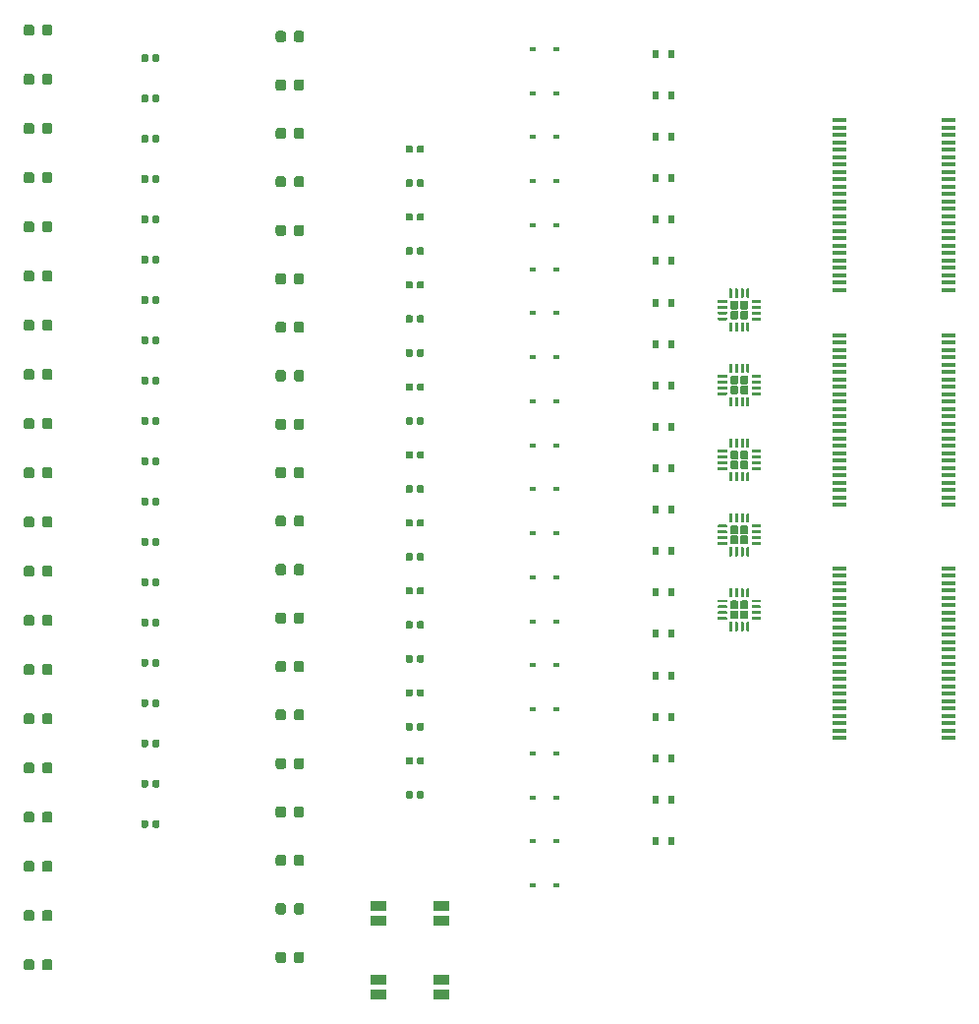
<source format=gtp>
G04 #@! TF.GenerationSoftware,KiCad,Pcbnew,(5.1.5)-3*
G04 #@! TF.CreationDate,2020-02-20T21:10:06-08:00*
G04 #@! TF.ProjectId,practice,70726163-7469-4636-952e-6b696361645f,0.1*
G04 #@! TF.SameCoordinates,Original*
G04 #@! TF.FileFunction,Paste,Top*
G04 #@! TF.FilePolarity,Positive*
%FSLAX46Y46*%
G04 Gerber Fmt 4.6, Leading zero omitted, Abs format (unit mm)*
G04 Created by KiCad (PCBNEW (5.1.5)-3) date 2020-02-20 21:10:06*
%MOMM*%
%LPD*%
G04 APERTURE LIST*
%ADD10R,1.400000X0.900000*%
%ADD11C,0.100000*%
%ADD12R,1.200000X0.400000*%
%ADD13R,0.600000X0.700000*%
%ADD14R,0.600000X0.450000*%
G04 APERTURE END LIST*
D10*
X149580000Y-123480000D03*
X149580000Y-124780000D03*
X154980000Y-123480000D03*
X154980000Y-124780000D03*
X149580000Y-117180000D03*
X149580000Y-118480000D03*
X154980000Y-117180000D03*
X154980000Y-118480000D03*
D11*
G36*
X179953626Y-83376551D02*
G01*
X179959693Y-83377451D01*
X179965643Y-83378941D01*
X179971418Y-83381008D01*
X179976962Y-83383630D01*
X179982223Y-83386783D01*
X179987150Y-83390437D01*
X179991694Y-83394556D01*
X179995813Y-83399100D01*
X179999467Y-83404027D01*
X180002620Y-83409288D01*
X180005242Y-83414832D01*
X180007309Y-83420607D01*
X180008799Y-83426557D01*
X180009699Y-83432624D01*
X180010000Y-83438750D01*
X180010000Y-84113750D01*
X180009699Y-84119876D01*
X180008799Y-84125943D01*
X180007309Y-84131893D01*
X180005242Y-84137668D01*
X180002620Y-84143212D01*
X179999467Y-84148473D01*
X179995813Y-84153400D01*
X179991694Y-84157944D01*
X179987150Y-84162063D01*
X179982223Y-84165717D01*
X179976962Y-84168870D01*
X179971418Y-84171492D01*
X179965643Y-84173559D01*
X179959693Y-84175049D01*
X179953626Y-84175949D01*
X179947500Y-84176250D01*
X179822500Y-84176250D01*
X179816374Y-84175949D01*
X179810307Y-84175049D01*
X179804357Y-84173559D01*
X179798582Y-84171492D01*
X179793038Y-84168870D01*
X179787777Y-84165717D01*
X179782850Y-84162063D01*
X179778306Y-84157944D01*
X179774187Y-84153400D01*
X179770533Y-84148473D01*
X179767380Y-84143212D01*
X179764758Y-84137668D01*
X179762691Y-84131893D01*
X179761201Y-84125943D01*
X179760301Y-84119876D01*
X179760000Y-84113750D01*
X179760000Y-83438750D01*
X179760301Y-83432624D01*
X179761201Y-83426557D01*
X179762691Y-83420607D01*
X179764758Y-83414832D01*
X179767380Y-83409288D01*
X179770533Y-83404027D01*
X179774187Y-83399100D01*
X179778306Y-83394556D01*
X179782850Y-83390437D01*
X179787777Y-83386783D01*
X179793038Y-83383630D01*
X179798582Y-83381008D01*
X179804357Y-83378941D01*
X179810307Y-83377451D01*
X179816374Y-83376551D01*
X179822500Y-83376250D01*
X179947500Y-83376250D01*
X179953626Y-83376551D01*
G37*
G36*
X180453626Y-83376551D02*
G01*
X180459693Y-83377451D01*
X180465643Y-83378941D01*
X180471418Y-83381008D01*
X180476962Y-83383630D01*
X180482223Y-83386783D01*
X180487150Y-83390437D01*
X180491694Y-83394556D01*
X180495813Y-83399100D01*
X180499467Y-83404027D01*
X180502620Y-83409288D01*
X180505242Y-83414832D01*
X180507309Y-83420607D01*
X180508799Y-83426557D01*
X180509699Y-83432624D01*
X180510000Y-83438750D01*
X180510000Y-84113750D01*
X180509699Y-84119876D01*
X180508799Y-84125943D01*
X180507309Y-84131893D01*
X180505242Y-84137668D01*
X180502620Y-84143212D01*
X180499467Y-84148473D01*
X180495813Y-84153400D01*
X180491694Y-84157944D01*
X180487150Y-84162063D01*
X180482223Y-84165717D01*
X180476962Y-84168870D01*
X180471418Y-84171492D01*
X180465643Y-84173559D01*
X180459693Y-84175049D01*
X180453626Y-84175949D01*
X180447500Y-84176250D01*
X180322500Y-84176250D01*
X180316374Y-84175949D01*
X180310307Y-84175049D01*
X180304357Y-84173559D01*
X180298582Y-84171492D01*
X180293038Y-84168870D01*
X180287777Y-84165717D01*
X180282850Y-84162063D01*
X180278306Y-84157944D01*
X180274187Y-84153400D01*
X180270533Y-84148473D01*
X180267380Y-84143212D01*
X180264758Y-84137668D01*
X180262691Y-84131893D01*
X180261201Y-84125943D01*
X180260301Y-84119876D01*
X180260000Y-84113750D01*
X180260000Y-83438750D01*
X180260301Y-83432624D01*
X180261201Y-83426557D01*
X180262691Y-83420607D01*
X180264758Y-83414832D01*
X180267380Y-83409288D01*
X180270533Y-83404027D01*
X180274187Y-83399100D01*
X180278306Y-83394556D01*
X180282850Y-83390437D01*
X180287777Y-83386783D01*
X180293038Y-83383630D01*
X180298582Y-83381008D01*
X180304357Y-83378941D01*
X180310307Y-83377451D01*
X180316374Y-83376551D01*
X180322500Y-83376250D01*
X180447500Y-83376250D01*
X180453626Y-83376551D01*
G37*
G36*
X180953626Y-83376551D02*
G01*
X180959693Y-83377451D01*
X180965643Y-83378941D01*
X180971418Y-83381008D01*
X180976962Y-83383630D01*
X180982223Y-83386783D01*
X180987150Y-83390437D01*
X180991694Y-83394556D01*
X180995813Y-83399100D01*
X180999467Y-83404027D01*
X181002620Y-83409288D01*
X181005242Y-83414832D01*
X181007309Y-83420607D01*
X181008799Y-83426557D01*
X181009699Y-83432624D01*
X181010000Y-83438750D01*
X181010000Y-84113750D01*
X181009699Y-84119876D01*
X181008799Y-84125943D01*
X181007309Y-84131893D01*
X181005242Y-84137668D01*
X181002620Y-84143212D01*
X180999467Y-84148473D01*
X180995813Y-84153400D01*
X180991694Y-84157944D01*
X180987150Y-84162063D01*
X180982223Y-84165717D01*
X180976962Y-84168870D01*
X180971418Y-84171492D01*
X180965643Y-84173559D01*
X180959693Y-84175049D01*
X180953626Y-84175949D01*
X180947500Y-84176250D01*
X180822500Y-84176250D01*
X180816374Y-84175949D01*
X180810307Y-84175049D01*
X180804357Y-84173559D01*
X180798582Y-84171492D01*
X180793038Y-84168870D01*
X180787777Y-84165717D01*
X180782850Y-84162063D01*
X180778306Y-84157944D01*
X180774187Y-84153400D01*
X180770533Y-84148473D01*
X180767380Y-84143212D01*
X180764758Y-84137668D01*
X180762691Y-84131893D01*
X180761201Y-84125943D01*
X180760301Y-84119876D01*
X180760000Y-84113750D01*
X180760000Y-83438750D01*
X180760301Y-83432624D01*
X180761201Y-83426557D01*
X180762691Y-83420607D01*
X180764758Y-83414832D01*
X180767380Y-83409288D01*
X180770533Y-83404027D01*
X180774187Y-83399100D01*
X180778306Y-83394556D01*
X180782850Y-83390437D01*
X180787777Y-83386783D01*
X180793038Y-83383630D01*
X180798582Y-83381008D01*
X180804357Y-83378941D01*
X180810307Y-83377451D01*
X180816374Y-83376551D01*
X180822500Y-83376250D01*
X180947500Y-83376250D01*
X180953626Y-83376551D01*
G37*
G36*
X181453626Y-83376551D02*
G01*
X181459693Y-83377451D01*
X181465643Y-83378941D01*
X181471418Y-83381008D01*
X181476962Y-83383630D01*
X181482223Y-83386783D01*
X181487150Y-83390437D01*
X181491694Y-83394556D01*
X181495813Y-83399100D01*
X181499467Y-83404027D01*
X181502620Y-83409288D01*
X181505242Y-83414832D01*
X181507309Y-83420607D01*
X181508799Y-83426557D01*
X181509699Y-83432624D01*
X181510000Y-83438750D01*
X181510000Y-84113750D01*
X181509699Y-84119876D01*
X181508799Y-84125943D01*
X181507309Y-84131893D01*
X181505242Y-84137668D01*
X181502620Y-84143212D01*
X181499467Y-84148473D01*
X181495813Y-84153400D01*
X181491694Y-84157944D01*
X181487150Y-84162063D01*
X181482223Y-84165717D01*
X181476962Y-84168870D01*
X181471418Y-84171492D01*
X181465643Y-84173559D01*
X181459693Y-84175049D01*
X181453626Y-84175949D01*
X181447500Y-84176250D01*
X181322500Y-84176250D01*
X181316374Y-84175949D01*
X181310307Y-84175049D01*
X181304357Y-84173559D01*
X181298582Y-84171492D01*
X181293038Y-84168870D01*
X181287777Y-84165717D01*
X181282850Y-84162063D01*
X181278306Y-84157944D01*
X181274187Y-84153400D01*
X181270533Y-84148473D01*
X181267380Y-84143212D01*
X181264758Y-84137668D01*
X181262691Y-84131893D01*
X181261201Y-84125943D01*
X181260301Y-84119876D01*
X181260000Y-84113750D01*
X181260000Y-83438750D01*
X181260301Y-83432624D01*
X181261201Y-83426557D01*
X181262691Y-83420607D01*
X181264758Y-83414832D01*
X181267380Y-83409288D01*
X181270533Y-83404027D01*
X181274187Y-83399100D01*
X181278306Y-83394556D01*
X181282850Y-83390437D01*
X181287777Y-83386783D01*
X181293038Y-83383630D01*
X181298582Y-83381008D01*
X181304357Y-83378941D01*
X181310307Y-83377451D01*
X181316374Y-83376551D01*
X181322500Y-83376250D01*
X181447500Y-83376250D01*
X181453626Y-83376551D01*
G37*
G36*
X182428626Y-84351551D02*
G01*
X182434693Y-84352451D01*
X182440643Y-84353941D01*
X182446418Y-84356008D01*
X182451962Y-84358630D01*
X182457223Y-84361783D01*
X182462150Y-84365437D01*
X182466694Y-84369556D01*
X182470813Y-84374100D01*
X182474467Y-84379027D01*
X182477620Y-84384288D01*
X182480242Y-84389832D01*
X182482309Y-84395607D01*
X182483799Y-84401557D01*
X182484699Y-84407624D01*
X182485000Y-84413750D01*
X182485000Y-84538750D01*
X182484699Y-84544876D01*
X182483799Y-84550943D01*
X182482309Y-84556893D01*
X182480242Y-84562668D01*
X182477620Y-84568212D01*
X182474467Y-84573473D01*
X182470813Y-84578400D01*
X182466694Y-84582944D01*
X182462150Y-84587063D01*
X182457223Y-84590717D01*
X182451962Y-84593870D01*
X182446418Y-84596492D01*
X182440643Y-84598559D01*
X182434693Y-84600049D01*
X182428626Y-84600949D01*
X182422500Y-84601250D01*
X181747500Y-84601250D01*
X181741374Y-84600949D01*
X181735307Y-84600049D01*
X181729357Y-84598559D01*
X181723582Y-84596492D01*
X181718038Y-84593870D01*
X181712777Y-84590717D01*
X181707850Y-84587063D01*
X181703306Y-84582944D01*
X181699187Y-84578400D01*
X181695533Y-84573473D01*
X181692380Y-84568212D01*
X181689758Y-84562668D01*
X181687691Y-84556893D01*
X181686201Y-84550943D01*
X181685301Y-84544876D01*
X181685000Y-84538750D01*
X181685000Y-84413750D01*
X181685301Y-84407624D01*
X181686201Y-84401557D01*
X181687691Y-84395607D01*
X181689758Y-84389832D01*
X181692380Y-84384288D01*
X181695533Y-84379027D01*
X181699187Y-84374100D01*
X181703306Y-84369556D01*
X181707850Y-84365437D01*
X181712777Y-84361783D01*
X181718038Y-84358630D01*
X181723582Y-84356008D01*
X181729357Y-84353941D01*
X181735307Y-84352451D01*
X181741374Y-84351551D01*
X181747500Y-84351250D01*
X182422500Y-84351250D01*
X182428626Y-84351551D01*
G37*
G36*
X182428626Y-84851551D02*
G01*
X182434693Y-84852451D01*
X182440643Y-84853941D01*
X182446418Y-84856008D01*
X182451962Y-84858630D01*
X182457223Y-84861783D01*
X182462150Y-84865437D01*
X182466694Y-84869556D01*
X182470813Y-84874100D01*
X182474467Y-84879027D01*
X182477620Y-84884288D01*
X182480242Y-84889832D01*
X182482309Y-84895607D01*
X182483799Y-84901557D01*
X182484699Y-84907624D01*
X182485000Y-84913750D01*
X182485000Y-85038750D01*
X182484699Y-85044876D01*
X182483799Y-85050943D01*
X182482309Y-85056893D01*
X182480242Y-85062668D01*
X182477620Y-85068212D01*
X182474467Y-85073473D01*
X182470813Y-85078400D01*
X182466694Y-85082944D01*
X182462150Y-85087063D01*
X182457223Y-85090717D01*
X182451962Y-85093870D01*
X182446418Y-85096492D01*
X182440643Y-85098559D01*
X182434693Y-85100049D01*
X182428626Y-85100949D01*
X182422500Y-85101250D01*
X181747500Y-85101250D01*
X181741374Y-85100949D01*
X181735307Y-85100049D01*
X181729357Y-85098559D01*
X181723582Y-85096492D01*
X181718038Y-85093870D01*
X181712777Y-85090717D01*
X181707850Y-85087063D01*
X181703306Y-85082944D01*
X181699187Y-85078400D01*
X181695533Y-85073473D01*
X181692380Y-85068212D01*
X181689758Y-85062668D01*
X181687691Y-85056893D01*
X181686201Y-85050943D01*
X181685301Y-85044876D01*
X181685000Y-85038750D01*
X181685000Y-84913750D01*
X181685301Y-84907624D01*
X181686201Y-84901557D01*
X181687691Y-84895607D01*
X181689758Y-84889832D01*
X181692380Y-84884288D01*
X181695533Y-84879027D01*
X181699187Y-84874100D01*
X181703306Y-84869556D01*
X181707850Y-84865437D01*
X181712777Y-84861783D01*
X181718038Y-84858630D01*
X181723582Y-84856008D01*
X181729357Y-84853941D01*
X181735307Y-84852451D01*
X181741374Y-84851551D01*
X181747500Y-84851250D01*
X182422500Y-84851250D01*
X182428626Y-84851551D01*
G37*
G36*
X182428626Y-85351551D02*
G01*
X182434693Y-85352451D01*
X182440643Y-85353941D01*
X182446418Y-85356008D01*
X182451962Y-85358630D01*
X182457223Y-85361783D01*
X182462150Y-85365437D01*
X182466694Y-85369556D01*
X182470813Y-85374100D01*
X182474467Y-85379027D01*
X182477620Y-85384288D01*
X182480242Y-85389832D01*
X182482309Y-85395607D01*
X182483799Y-85401557D01*
X182484699Y-85407624D01*
X182485000Y-85413750D01*
X182485000Y-85538750D01*
X182484699Y-85544876D01*
X182483799Y-85550943D01*
X182482309Y-85556893D01*
X182480242Y-85562668D01*
X182477620Y-85568212D01*
X182474467Y-85573473D01*
X182470813Y-85578400D01*
X182466694Y-85582944D01*
X182462150Y-85587063D01*
X182457223Y-85590717D01*
X182451962Y-85593870D01*
X182446418Y-85596492D01*
X182440643Y-85598559D01*
X182434693Y-85600049D01*
X182428626Y-85600949D01*
X182422500Y-85601250D01*
X181747500Y-85601250D01*
X181741374Y-85600949D01*
X181735307Y-85600049D01*
X181729357Y-85598559D01*
X181723582Y-85596492D01*
X181718038Y-85593870D01*
X181712777Y-85590717D01*
X181707850Y-85587063D01*
X181703306Y-85582944D01*
X181699187Y-85578400D01*
X181695533Y-85573473D01*
X181692380Y-85568212D01*
X181689758Y-85562668D01*
X181687691Y-85556893D01*
X181686201Y-85550943D01*
X181685301Y-85544876D01*
X181685000Y-85538750D01*
X181685000Y-85413750D01*
X181685301Y-85407624D01*
X181686201Y-85401557D01*
X181687691Y-85395607D01*
X181689758Y-85389832D01*
X181692380Y-85384288D01*
X181695533Y-85379027D01*
X181699187Y-85374100D01*
X181703306Y-85369556D01*
X181707850Y-85365437D01*
X181712777Y-85361783D01*
X181718038Y-85358630D01*
X181723582Y-85356008D01*
X181729357Y-85353941D01*
X181735307Y-85352451D01*
X181741374Y-85351551D01*
X181747500Y-85351250D01*
X182422500Y-85351250D01*
X182428626Y-85351551D01*
G37*
G36*
X182428626Y-85851551D02*
G01*
X182434693Y-85852451D01*
X182440643Y-85853941D01*
X182446418Y-85856008D01*
X182451962Y-85858630D01*
X182457223Y-85861783D01*
X182462150Y-85865437D01*
X182466694Y-85869556D01*
X182470813Y-85874100D01*
X182474467Y-85879027D01*
X182477620Y-85884288D01*
X182480242Y-85889832D01*
X182482309Y-85895607D01*
X182483799Y-85901557D01*
X182484699Y-85907624D01*
X182485000Y-85913750D01*
X182485000Y-86038750D01*
X182484699Y-86044876D01*
X182483799Y-86050943D01*
X182482309Y-86056893D01*
X182480242Y-86062668D01*
X182477620Y-86068212D01*
X182474467Y-86073473D01*
X182470813Y-86078400D01*
X182466694Y-86082944D01*
X182462150Y-86087063D01*
X182457223Y-86090717D01*
X182451962Y-86093870D01*
X182446418Y-86096492D01*
X182440643Y-86098559D01*
X182434693Y-86100049D01*
X182428626Y-86100949D01*
X182422500Y-86101250D01*
X181747500Y-86101250D01*
X181741374Y-86100949D01*
X181735307Y-86100049D01*
X181729357Y-86098559D01*
X181723582Y-86096492D01*
X181718038Y-86093870D01*
X181712777Y-86090717D01*
X181707850Y-86087063D01*
X181703306Y-86082944D01*
X181699187Y-86078400D01*
X181695533Y-86073473D01*
X181692380Y-86068212D01*
X181689758Y-86062668D01*
X181687691Y-86056893D01*
X181686201Y-86050943D01*
X181685301Y-86044876D01*
X181685000Y-86038750D01*
X181685000Y-85913750D01*
X181685301Y-85907624D01*
X181686201Y-85901557D01*
X181687691Y-85895607D01*
X181689758Y-85889832D01*
X181692380Y-85884288D01*
X181695533Y-85879027D01*
X181699187Y-85874100D01*
X181703306Y-85869556D01*
X181707850Y-85865437D01*
X181712777Y-85861783D01*
X181718038Y-85858630D01*
X181723582Y-85856008D01*
X181729357Y-85853941D01*
X181735307Y-85852451D01*
X181741374Y-85851551D01*
X181747500Y-85851250D01*
X182422500Y-85851250D01*
X182428626Y-85851551D01*
G37*
G36*
X181453626Y-86276551D02*
G01*
X181459693Y-86277451D01*
X181465643Y-86278941D01*
X181471418Y-86281008D01*
X181476962Y-86283630D01*
X181482223Y-86286783D01*
X181487150Y-86290437D01*
X181491694Y-86294556D01*
X181495813Y-86299100D01*
X181499467Y-86304027D01*
X181502620Y-86309288D01*
X181505242Y-86314832D01*
X181507309Y-86320607D01*
X181508799Y-86326557D01*
X181509699Y-86332624D01*
X181510000Y-86338750D01*
X181510000Y-87013750D01*
X181509699Y-87019876D01*
X181508799Y-87025943D01*
X181507309Y-87031893D01*
X181505242Y-87037668D01*
X181502620Y-87043212D01*
X181499467Y-87048473D01*
X181495813Y-87053400D01*
X181491694Y-87057944D01*
X181487150Y-87062063D01*
X181482223Y-87065717D01*
X181476962Y-87068870D01*
X181471418Y-87071492D01*
X181465643Y-87073559D01*
X181459693Y-87075049D01*
X181453626Y-87075949D01*
X181447500Y-87076250D01*
X181322500Y-87076250D01*
X181316374Y-87075949D01*
X181310307Y-87075049D01*
X181304357Y-87073559D01*
X181298582Y-87071492D01*
X181293038Y-87068870D01*
X181287777Y-87065717D01*
X181282850Y-87062063D01*
X181278306Y-87057944D01*
X181274187Y-87053400D01*
X181270533Y-87048473D01*
X181267380Y-87043212D01*
X181264758Y-87037668D01*
X181262691Y-87031893D01*
X181261201Y-87025943D01*
X181260301Y-87019876D01*
X181260000Y-87013750D01*
X181260000Y-86338750D01*
X181260301Y-86332624D01*
X181261201Y-86326557D01*
X181262691Y-86320607D01*
X181264758Y-86314832D01*
X181267380Y-86309288D01*
X181270533Y-86304027D01*
X181274187Y-86299100D01*
X181278306Y-86294556D01*
X181282850Y-86290437D01*
X181287777Y-86286783D01*
X181293038Y-86283630D01*
X181298582Y-86281008D01*
X181304357Y-86278941D01*
X181310307Y-86277451D01*
X181316374Y-86276551D01*
X181322500Y-86276250D01*
X181447500Y-86276250D01*
X181453626Y-86276551D01*
G37*
G36*
X180953626Y-86276551D02*
G01*
X180959693Y-86277451D01*
X180965643Y-86278941D01*
X180971418Y-86281008D01*
X180976962Y-86283630D01*
X180982223Y-86286783D01*
X180987150Y-86290437D01*
X180991694Y-86294556D01*
X180995813Y-86299100D01*
X180999467Y-86304027D01*
X181002620Y-86309288D01*
X181005242Y-86314832D01*
X181007309Y-86320607D01*
X181008799Y-86326557D01*
X181009699Y-86332624D01*
X181010000Y-86338750D01*
X181010000Y-87013750D01*
X181009699Y-87019876D01*
X181008799Y-87025943D01*
X181007309Y-87031893D01*
X181005242Y-87037668D01*
X181002620Y-87043212D01*
X180999467Y-87048473D01*
X180995813Y-87053400D01*
X180991694Y-87057944D01*
X180987150Y-87062063D01*
X180982223Y-87065717D01*
X180976962Y-87068870D01*
X180971418Y-87071492D01*
X180965643Y-87073559D01*
X180959693Y-87075049D01*
X180953626Y-87075949D01*
X180947500Y-87076250D01*
X180822500Y-87076250D01*
X180816374Y-87075949D01*
X180810307Y-87075049D01*
X180804357Y-87073559D01*
X180798582Y-87071492D01*
X180793038Y-87068870D01*
X180787777Y-87065717D01*
X180782850Y-87062063D01*
X180778306Y-87057944D01*
X180774187Y-87053400D01*
X180770533Y-87048473D01*
X180767380Y-87043212D01*
X180764758Y-87037668D01*
X180762691Y-87031893D01*
X180761201Y-87025943D01*
X180760301Y-87019876D01*
X180760000Y-87013750D01*
X180760000Y-86338750D01*
X180760301Y-86332624D01*
X180761201Y-86326557D01*
X180762691Y-86320607D01*
X180764758Y-86314832D01*
X180767380Y-86309288D01*
X180770533Y-86304027D01*
X180774187Y-86299100D01*
X180778306Y-86294556D01*
X180782850Y-86290437D01*
X180787777Y-86286783D01*
X180793038Y-86283630D01*
X180798582Y-86281008D01*
X180804357Y-86278941D01*
X180810307Y-86277451D01*
X180816374Y-86276551D01*
X180822500Y-86276250D01*
X180947500Y-86276250D01*
X180953626Y-86276551D01*
G37*
G36*
X180453626Y-86276551D02*
G01*
X180459693Y-86277451D01*
X180465643Y-86278941D01*
X180471418Y-86281008D01*
X180476962Y-86283630D01*
X180482223Y-86286783D01*
X180487150Y-86290437D01*
X180491694Y-86294556D01*
X180495813Y-86299100D01*
X180499467Y-86304027D01*
X180502620Y-86309288D01*
X180505242Y-86314832D01*
X180507309Y-86320607D01*
X180508799Y-86326557D01*
X180509699Y-86332624D01*
X180510000Y-86338750D01*
X180510000Y-87013750D01*
X180509699Y-87019876D01*
X180508799Y-87025943D01*
X180507309Y-87031893D01*
X180505242Y-87037668D01*
X180502620Y-87043212D01*
X180499467Y-87048473D01*
X180495813Y-87053400D01*
X180491694Y-87057944D01*
X180487150Y-87062063D01*
X180482223Y-87065717D01*
X180476962Y-87068870D01*
X180471418Y-87071492D01*
X180465643Y-87073559D01*
X180459693Y-87075049D01*
X180453626Y-87075949D01*
X180447500Y-87076250D01*
X180322500Y-87076250D01*
X180316374Y-87075949D01*
X180310307Y-87075049D01*
X180304357Y-87073559D01*
X180298582Y-87071492D01*
X180293038Y-87068870D01*
X180287777Y-87065717D01*
X180282850Y-87062063D01*
X180278306Y-87057944D01*
X180274187Y-87053400D01*
X180270533Y-87048473D01*
X180267380Y-87043212D01*
X180264758Y-87037668D01*
X180262691Y-87031893D01*
X180261201Y-87025943D01*
X180260301Y-87019876D01*
X180260000Y-87013750D01*
X180260000Y-86338750D01*
X180260301Y-86332624D01*
X180261201Y-86326557D01*
X180262691Y-86320607D01*
X180264758Y-86314832D01*
X180267380Y-86309288D01*
X180270533Y-86304027D01*
X180274187Y-86299100D01*
X180278306Y-86294556D01*
X180282850Y-86290437D01*
X180287777Y-86286783D01*
X180293038Y-86283630D01*
X180298582Y-86281008D01*
X180304357Y-86278941D01*
X180310307Y-86277451D01*
X180316374Y-86276551D01*
X180322500Y-86276250D01*
X180447500Y-86276250D01*
X180453626Y-86276551D01*
G37*
G36*
X179953626Y-86276551D02*
G01*
X179959693Y-86277451D01*
X179965643Y-86278941D01*
X179971418Y-86281008D01*
X179976962Y-86283630D01*
X179982223Y-86286783D01*
X179987150Y-86290437D01*
X179991694Y-86294556D01*
X179995813Y-86299100D01*
X179999467Y-86304027D01*
X180002620Y-86309288D01*
X180005242Y-86314832D01*
X180007309Y-86320607D01*
X180008799Y-86326557D01*
X180009699Y-86332624D01*
X180010000Y-86338750D01*
X180010000Y-87013750D01*
X180009699Y-87019876D01*
X180008799Y-87025943D01*
X180007309Y-87031893D01*
X180005242Y-87037668D01*
X180002620Y-87043212D01*
X179999467Y-87048473D01*
X179995813Y-87053400D01*
X179991694Y-87057944D01*
X179987150Y-87062063D01*
X179982223Y-87065717D01*
X179976962Y-87068870D01*
X179971418Y-87071492D01*
X179965643Y-87073559D01*
X179959693Y-87075049D01*
X179953626Y-87075949D01*
X179947500Y-87076250D01*
X179822500Y-87076250D01*
X179816374Y-87075949D01*
X179810307Y-87075049D01*
X179804357Y-87073559D01*
X179798582Y-87071492D01*
X179793038Y-87068870D01*
X179787777Y-87065717D01*
X179782850Y-87062063D01*
X179778306Y-87057944D01*
X179774187Y-87053400D01*
X179770533Y-87048473D01*
X179767380Y-87043212D01*
X179764758Y-87037668D01*
X179762691Y-87031893D01*
X179761201Y-87025943D01*
X179760301Y-87019876D01*
X179760000Y-87013750D01*
X179760000Y-86338750D01*
X179760301Y-86332624D01*
X179761201Y-86326557D01*
X179762691Y-86320607D01*
X179764758Y-86314832D01*
X179767380Y-86309288D01*
X179770533Y-86304027D01*
X179774187Y-86299100D01*
X179778306Y-86294556D01*
X179782850Y-86290437D01*
X179787777Y-86286783D01*
X179793038Y-86283630D01*
X179798582Y-86281008D01*
X179804357Y-86278941D01*
X179810307Y-86277451D01*
X179816374Y-86276551D01*
X179822500Y-86276250D01*
X179947500Y-86276250D01*
X179953626Y-86276551D01*
G37*
G36*
X179528626Y-85851551D02*
G01*
X179534693Y-85852451D01*
X179540643Y-85853941D01*
X179546418Y-85856008D01*
X179551962Y-85858630D01*
X179557223Y-85861783D01*
X179562150Y-85865437D01*
X179566694Y-85869556D01*
X179570813Y-85874100D01*
X179574467Y-85879027D01*
X179577620Y-85884288D01*
X179580242Y-85889832D01*
X179582309Y-85895607D01*
X179583799Y-85901557D01*
X179584699Y-85907624D01*
X179585000Y-85913750D01*
X179585000Y-86038750D01*
X179584699Y-86044876D01*
X179583799Y-86050943D01*
X179582309Y-86056893D01*
X179580242Y-86062668D01*
X179577620Y-86068212D01*
X179574467Y-86073473D01*
X179570813Y-86078400D01*
X179566694Y-86082944D01*
X179562150Y-86087063D01*
X179557223Y-86090717D01*
X179551962Y-86093870D01*
X179546418Y-86096492D01*
X179540643Y-86098559D01*
X179534693Y-86100049D01*
X179528626Y-86100949D01*
X179522500Y-86101250D01*
X178847500Y-86101250D01*
X178841374Y-86100949D01*
X178835307Y-86100049D01*
X178829357Y-86098559D01*
X178823582Y-86096492D01*
X178818038Y-86093870D01*
X178812777Y-86090717D01*
X178807850Y-86087063D01*
X178803306Y-86082944D01*
X178799187Y-86078400D01*
X178795533Y-86073473D01*
X178792380Y-86068212D01*
X178789758Y-86062668D01*
X178787691Y-86056893D01*
X178786201Y-86050943D01*
X178785301Y-86044876D01*
X178785000Y-86038750D01*
X178785000Y-85913750D01*
X178785301Y-85907624D01*
X178786201Y-85901557D01*
X178787691Y-85895607D01*
X178789758Y-85889832D01*
X178792380Y-85884288D01*
X178795533Y-85879027D01*
X178799187Y-85874100D01*
X178803306Y-85869556D01*
X178807850Y-85865437D01*
X178812777Y-85861783D01*
X178818038Y-85858630D01*
X178823582Y-85856008D01*
X178829357Y-85853941D01*
X178835307Y-85852451D01*
X178841374Y-85851551D01*
X178847500Y-85851250D01*
X179522500Y-85851250D01*
X179528626Y-85851551D01*
G37*
G36*
X179528626Y-85351551D02*
G01*
X179534693Y-85352451D01*
X179540643Y-85353941D01*
X179546418Y-85356008D01*
X179551962Y-85358630D01*
X179557223Y-85361783D01*
X179562150Y-85365437D01*
X179566694Y-85369556D01*
X179570813Y-85374100D01*
X179574467Y-85379027D01*
X179577620Y-85384288D01*
X179580242Y-85389832D01*
X179582309Y-85395607D01*
X179583799Y-85401557D01*
X179584699Y-85407624D01*
X179585000Y-85413750D01*
X179585000Y-85538750D01*
X179584699Y-85544876D01*
X179583799Y-85550943D01*
X179582309Y-85556893D01*
X179580242Y-85562668D01*
X179577620Y-85568212D01*
X179574467Y-85573473D01*
X179570813Y-85578400D01*
X179566694Y-85582944D01*
X179562150Y-85587063D01*
X179557223Y-85590717D01*
X179551962Y-85593870D01*
X179546418Y-85596492D01*
X179540643Y-85598559D01*
X179534693Y-85600049D01*
X179528626Y-85600949D01*
X179522500Y-85601250D01*
X178847500Y-85601250D01*
X178841374Y-85600949D01*
X178835307Y-85600049D01*
X178829357Y-85598559D01*
X178823582Y-85596492D01*
X178818038Y-85593870D01*
X178812777Y-85590717D01*
X178807850Y-85587063D01*
X178803306Y-85582944D01*
X178799187Y-85578400D01*
X178795533Y-85573473D01*
X178792380Y-85568212D01*
X178789758Y-85562668D01*
X178787691Y-85556893D01*
X178786201Y-85550943D01*
X178785301Y-85544876D01*
X178785000Y-85538750D01*
X178785000Y-85413750D01*
X178785301Y-85407624D01*
X178786201Y-85401557D01*
X178787691Y-85395607D01*
X178789758Y-85389832D01*
X178792380Y-85384288D01*
X178795533Y-85379027D01*
X178799187Y-85374100D01*
X178803306Y-85369556D01*
X178807850Y-85365437D01*
X178812777Y-85361783D01*
X178818038Y-85358630D01*
X178823582Y-85356008D01*
X178829357Y-85353941D01*
X178835307Y-85352451D01*
X178841374Y-85351551D01*
X178847500Y-85351250D01*
X179522500Y-85351250D01*
X179528626Y-85351551D01*
G37*
G36*
X179528626Y-84851551D02*
G01*
X179534693Y-84852451D01*
X179540643Y-84853941D01*
X179546418Y-84856008D01*
X179551962Y-84858630D01*
X179557223Y-84861783D01*
X179562150Y-84865437D01*
X179566694Y-84869556D01*
X179570813Y-84874100D01*
X179574467Y-84879027D01*
X179577620Y-84884288D01*
X179580242Y-84889832D01*
X179582309Y-84895607D01*
X179583799Y-84901557D01*
X179584699Y-84907624D01*
X179585000Y-84913750D01*
X179585000Y-85038750D01*
X179584699Y-85044876D01*
X179583799Y-85050943D01*
X179582309Y-85056893D01*
X179580242Y-85062668D01*
X179577620Y-85068212D01*
X179574467Y-85073473D01*
X179570813Y-85078400D01*
X179566694Y-85082944D01*
X179562150Y-85087063D01*
X179557223Y-85090717D01*
X179551962Y-85093870D01*
X179546418Y-85096492D01*
X179540643Y-85098559D01*
X179534693Y-85100049D01*
X179528626Y-85100949D01*
X179522500Y-85101250D01*
X178847500Y-85101250D01*
X178841374Y-85100949D01*
X178835307Y-85100049D01*
X178829357Y-85098559D01*
X178823582Y-85096492D01*
X178818038Y-85093870D01*
X178812777Y-85090717D01*
X178807850Y-85087063D01*
X178803306Y-85082944D01*
X178799187Y-85078400D01*
X178795533Y-85073473D01*
X178792380Y-85068212D01*
X178789758Y-85062668D01*
X178787691Y-85056893D01*
X178786201Y-85050943D01*
X178785301Y-85044876D01*
X178785000Y-85038750D01*
X178785000Y-84913750D01*
X178785301Y-84907624D01*
X178786201Y-84901557D01*
X178787691Y-84895607D01*
X178789758Y-84889832D01*
X178792380Y-84884288D01*
X178795533Y-84879027D01*
X178799187Y-84874100D01*
X178803306Y-84869556D01*
X178807850Y-84865437D01*
X178812777Y-84861783D01*
X178818038Y-84858630D01*
X178823582Y-84856008D01*
X178829357Y-84853941D01*
X178835307Y-84852451D01*
X178841374Y-84851551D01*
X178847500Y-84851250D01*
X179522500Y-84851250D01*
X179528626Y-84851551D01*
G37*
G36*
X179528626Y-84351551D02*
G01*
X179534693Y-84352451D01*
X179540643Y-84353941D01*
X179546418Y-84356008D01*
X179551962Y-84358630D01*
X179557223Y-84361783D01*
X179562150Y-84365437D01*
X179566694Y-84369556D01*
X179570813Y-84374100D01*
X179574467Y-84379027D01*
X179577620Y-84384288D01*
X179580242Y-84389832D01*
X179582309Y-84395607D01*
X179583799Y-84401557D01*
X179584699Y-84407624D01*
X179585000Y-84413750D01*
X179585000Y-84538750D01*
X179584699Y-84544876D01*
X179583799Y-84550943D01*
X179582309Y-84556893D01*
X179580242Y-84562668D01*
X179577620Y-84568212D01*
X179574467Y-84573473D01*
X179570813Y-84578400D01*
X179566694Y-84582944D01*
X179562150Y-84587063D01*
X179557223Y-84590717D01*
X179551962Y-84593870D01*
X179546418Y-84596492D01*
X179540643Y-84598559D01*
X179534693Y-84600049D01*
X179528626Y-84600949D01*
X179522500Y-84601250D01*
X178847500Y-84601250D01*
X178841374Y-84600949D01*
X178835307Y-84600049D01*
X178829357Y-84598559D01*
X178823582Y-84596492D01*
X178818038Y-84593870D01*
X178812777Y-84590717D01*
X178807850Y-84587063D01*
X178803306Y-84582944D01*
X178799187Y-84578400D01*
X178795533Y-84573473D01*
X178792380Y-84568212D01*
X178789758Y-84562668D01*
X178787691Y-84556893D01*
X178786201Y-84550943D01*
X178785301Y-84544876D01*
X178785000Y-84538750D01*
X178785000Y-84413750D01*
X178785301Y-84407624D01*
X178786201Y-84401557D01*
X178787691Y-84395607D01*
X178789758Y-84389832D01*
X178792380Y-84384288D01*
X178795533Y-84379027D01*
X178799187Y-84374100D01*
X178803306Y-84369556D01*
X178807850Y-84365437D01*
X178812777Y-84361783D01*
X178818038Y-84358630D01*
X178823582Y-84356008D01*
X178829357Y-84353941D01*
X178835307Y-84352451D01*
X178841374Y-84351551D01*
X178847500Y-84351250D01*
X179522500Y-84351250D01*
X179528626Y-84351551D01*
G37*
G36*
X181263133Y-85282141D02*
G01*
X181281092Y-85284805D01*
X181298703Y-85289216D01*
X181315796Y-85295332D01*
X181332208Y-85303095D01*
X181347780Y-85312428D01*
X181362363Y-85323243D01*
X181375815Y-85335435D01*
X181388007Y-85348887D01*
X181398822Y-85363470D01*
X181408155Y-85379042D01*
X181415918Y-85395454D01*
X181422034Y-85412547D01*
X181426445Y-85430158D01*
X181429109Y-85448117D01*
X181430000Y-85466250D01*
X181430000Y-85836250D01*
X181429109Y-85854383D01*
X181426445Y-85872342D01*
X181422034Y-85889953D01*
X181415918Y-85907046D01*
X181408155Y-85923458D01*
X181398822Y-85939030D01*
X181388007Y-85953613D01*
X181375815Y-85967065D01*
X181362363Y-85979257D01*
X181347780Y-85990072D01*
X181332208Y-85999405D01*
X181315796Y-86007168D01*
X181298703Y-86013284D01*
X181281092Y-86017695D01*
X181263133Y-86020359D01*
X181245000Y-86021250D01*
X180875000Y-86021250D01*
X180856867Y-86020359D01*
X180838908Y-86017695D01*
X180821297Y-86013284D01*
X180804204Y-86007168D01*
X180787792Y-85999405D01*
X180772220Y-85990072D01*
X180757637Y-85979257D01*
X180744185Y-85967065D01*
X180731993Y-85953613D01*
X180721178Y-85939030D01*
X180711845Y-85923458D01*
X180704082Y-85907046D01*
X180697966Y-85889953D01*
X180693555Y-85872342D01*
X180690891Y-85854383D01*
X180690000Y-85836250D01*
X180690000Y-85466250D01*
X180690891Y-85448117D01*
X180693555Y-85430158D01*
X180697966Y-85412547D01*
X180704082Y-85395454D01*
X180711845Y-85379042D01*
X180721178Y-85363470D01*
X180731993Y-85348887D01*
X180744185Y-85335435D01*
X180757637Y-85323243D01*
X180772220Y-85312428D01*
X180787792Y-85303095D01*
X180804204Y-85295332D01*
X180821297Y-85289216D01*
X180838908Y-85284805D01*
X180856867Y-85282141D01*
X180875000Y-85281250D01*
X181245000Y-85281250D01*
X181263133Y-85282141D01*
G37*
G36*
X181263133Y-84432141D02*
G01*
X181281092Y-84434805D01*
X181298703Y-84439216D01*
X181315796Y-84445332D01*
X181332208Y-84453095D01*
X181347780Y-84462428D01*
X181362363Y-84473243D01*
X181375815Y-84485435D01*
X181388007Y-84498887D01*
X181398822Y-84513470D01*
X181408155Y-84529042D01*
X181415918Y-84545454D01*
X181422034Y-84562547D01*
X181426445Y-84580158D01*
X181429109Y-84598117D01*
X181430000Y-84616250D01*
X181430000Y-84986250D01*
X181429109Y-85004383D01*
X181426445Y-85022342D01*
X181422034Y-85039953D01*
X181415918Y-85057046D01*
X181408155Y-85073458D01*
X181398822Y-85089030D01*
X181388007Y-85103613D01*
X181375815Y-85117065D01*
X181362363Y-85129257D01*
X181347780Y-85140072D01*
X181332208Y-85149405D01*
X181315796Y-85157168D01*
X181298703Y-85163284D01*
X181281092Y-85167695D01*
X181263133Y-85170359D01*
X181245000Y-85171250D01*
X180875000Y-85171250D01*
X180856867Y-85170359D01*
X180838908Y-85167695D01*
X180821297Y-85163284D01*
X180804204Y-85157168D01*
X180787792Y-85149405D01*
X180772220Y-85140072D01*
X180757637Y-85129257D01*
X180744185Y-85117065D01*
X180731993Y-85103613D01*
X180721178Y-85089030D01*
X180711845Y-85073458D01*
X180704082Y-85057046D01*
X180697966Y-85039953D01*
X180693555Y-85022342D01*
X180690891Y-85004383D01*
X180690000Y-84986250D01*
X180690000Y-84616250D01*
X180690891Y-84598117D01*
X180693555Y-84580158D01*
X180697966Y-84562547D01*
X180704082Y-84545454D01*
X180711845Y-84529042D01*
X180721178Y-84513470D01*
X180731993Y-84498887D01*
X180744185Y-84485435D01*
X180757637Y-84473243D01*
X180772220Y-84462428D01*
X180787792Y-84453095D01*
X180804204Y-84445332D01*
X180821297Y-84439216D01*
X180838908Y-84434805D01*
X180856867Y-84432141D01*
X180875000Y-84431250D01*
X181245000Y-84431250D01*
X181263133Y-84432141D01*
G37*
G36*
X180413133Y-85282141D02*
G01*
X180431092Y-85284805D01*
X180448703Y-85289216D01*
X180465796Y-85295332D01*
X180482208Y-85303095D01*
X180497780Y-85312428D01*
X180512363Y-85323243D01*
X180525815Y-85335435D01*
X180538007Y-85348887D01*
X180548822Y-85363470D01*
X180558155Y-85379042D01*
X180565918Y-85395454D01*
X180572034Y-85412547D01*
X180576445Y-85430158D01*
X180579109Y-85448117D01*
X180580000Y-85466250D01*
X180580000Y-85836250D01*
X180579109Y-85854383D01*
X180576445Y-85872342D01*
X180572034Y-85889953D01*
X180565918Y-85907046D01*
X180558155Y-85923458D01*
X180548822Y-85939030D01*
X180538007Y-85953613D01*
X180525815Y-85967065D01*
X180512363Y-85979257D01*
X180497780Y-85990072D01*
X180482208Y-85999405D01*
X180465796Y-86007168D01*
X180448703Y-86013284D01*
X180431092Y-86017695D01*
X180413133Y-86020359D01*
X180395000Y-86021250D01*
X180025000Y-86021250D01*
X180006867Y-86020359D01*
X179988908Y-86017695D01*
X179971297Y-86013284D01*
X179954204Y-86007168D01*
X179937792Y-85999405D01*
X179922220Y-85990072D01*
X179907637Y-85979257D01*
X179894185Y-85967065D01*
X179881993Y-85953613D01*
X179871178Y-85939030D01*
X179861845Y-85923458D01*
X179854082Y-85907046D01*
X179847966Y-85889953D01*
X179843555Y-85872342D01*
X179840891Y-85854383D01*
X179840000Y-85836250D01*
X179840000Y-85466250D01*
X179840891Y-85448117D01*
X179843555Y-85430158D01*
X179847966Y-85412547D01*
X179854082Y-85395454D01*
X179861845Y-85379042D01*
X179871178Y-85363470D01*
X179881993Y-85348887D01*
X179894185Y-85335435D01*
X179907637Y-85323243D01*
X179922220Y-85312428D01*
X179937792Y-85303095D01*
X179954204Y-85295332D01*
X179971297Y-85289216D01*
X179988908Y-85284805D01*
X180006867Y-85282141D01*
X180025000Y-85281250D01*
X180395000Y-85281250D01*
X180413133Y-85282141D01*
G37*
G36*
X180413133Y-84432141D02*
G01*
X180431092Y-84434805D01*
X180448703Y-84439216D01*
X180465796Y-84445332D01*
X180482208Y-84453095D01*
X180497780Y-84462428D01*
X180512363Y-84473243D01*
X180525815Y-84485435D01*
X180538007Y-84498887D01*
X180548822Y-84513470D01*
X180558155Y-84529042D01*
X180565918Y-84545454D01*
X180572034Y-84562547D01*
X180576445Y-84580158D01*
X180579109Y-84598117D01*
X180580000Y-84616250D01*
X180580000Y-84986250D01*
X180579109Y-85004383D01*
X180576445Y-85022342D01*
X180572034Y-85039953D01*
X180565918Y-85057046D01*
X180558155Y-85073458D01*
X180548822Y-85089030D01*
X180538007Y-85103613D01*
X180525815Y-85117065D01*
X180512363Y-85129257D01*
X180497780Y-85140072D01*
X180482208Y-85149405D01*
X180465796Y-85157168D01*
X180448703Y-85163284D01*
X180431092Y-85167695D01*
X180413133Y-85170359D01*
X180395000Y-85171250D01*
X180025000Y-85171250D01*
X180006867Y-85170359D01*
X179988908Y-85167695D01*
X179971297Y-85163284D01*
X179954204Y-85157168D01*
X179937792Y-85149405D01*
X179922220Y-85140072D01*
X179907637Y-85129257D01*
X179894185Y-85117065D01*
X179881993Y-85103613D01*
X179871178Y-85089030D01*
X179861845Y-85073458D01*
X179854082Y-85057046D01*
X179847966Y-85039953D01*
X179843555Y-85022342D01*
X179840891Y-85004383D01*
X179840000Y-84986250D01*
X179840000Y-84616250D01*
X179840891Y-84598117D01*
X179843555Y-84580158D01*
X179847966Y-84562547D01*
X179854082Y-84545454D01*
X179861845Y-84529042D01*
X179871178Y-84513470D01*
X179881993Y-84498887D01*
X179894185Y-84485435D01*
X179907637Y-84473243D01*
X179922220Y-84462428D01*
X179937792Y-84453095D01*
X179954204Y-84445332D01*
X179971297Y-84439216D01*
X179988908Y-84434805D01*
X180006867Y-84432141D01*
X180025000Y-84431250D01*
X180395000Y-84431250D01*
X180413133Y-84432141D01*
G37*
G36*
X179953626Y-89825301D02*
G01*
X179959693Y-89826201D01*
X179965643Y-89827691D01*
X179971418Y-89829758D01*
X179976962Y-89832380D01*
X179982223Y-89835533D01*
X179987150Y-89839187D01*
X179991694Y-89843306D01*
X179995813Y-89847850D01*
X179999467Y-89852777D01*
X180002620Y-89858038D01*
X180005242Y-89863582D01*
X180007309Y-89869357D01*
X180008799Y-89875307D01*
X180009699Y-89881374D01*
X180010000Y-89887500D01*
X180010000Y-90562500D01*
X180009699Y-90568626D01*
X180008799Y-90574693D01*
X180007309Y-90580643D01*
X180005242Y-90586418D01*
X180002620Y-90591962D01*
X179999467Y-90597223D01*
X179995813Y-90602150D01*
X179991694Y-90606694D01*
X179987150Y-90610813D01*
X179982223Y-90614467D01*
X179976962Y-90617620D01*
X179971418Y-90620242D01*
X179965643Y-90622309D01*
X179959693Y-90623799D01*
X179953626Y-90624699D01*
X179947500Y-90625000D01*
X179822500Y-90625000D01*
X179816374Y-90624699D01*
X179810307Y-90623799D01*
X179804357Y-90622309D01*
X179798582Y-90620242D01*
X179793038Y-90617620D01*
X179787777Y-90614467D01*
X179782850Y-90610813D01*
X179778306Y-90606694D01*
X179774187Y-90602150D01*
X179770533Y-90597223D01*
X179767380Y-90591962D01*
X179764758Y-90586418D01*
X179762691Y-90580643D01*
X179761201Y-90574693D01*
X179760301Y-90568626D01*
X179760000Y-90562500D01*
X179760000Y-89887500D01*
X179760301Y-89881374D01*
X179761201Y-89875307D01*
X179762691Y-89869357D01*
X179764758Y-89863582D01*
X179767380Y-89858038D01*
X179770533Y-89852777D01*
X179774187Y-89847850D01*
X179778306Y-89843306D01*
X179782850Y-89839187D01*
X179787777Y-89835533D01*
X179793038Y-89832380D01*
X179798582Y-89829758D01*
X179804357Y-89827691D01*
X179810307Y-89826201D01*
X179816374Y-89825301D01*
X179822500Y-89825000D01*
X179947500Y-89825000D01*
X179953626Y-89825301D01*
G37*
G36*
X180453626Y-89825301D02*
G01*
X180459693Y-89826201D01*
X180465643Y-89827691D01*
X180471418Y-89829758D01*
X180476962Y-89832380D01*
X180482223Y-89835533D01*
X180487150Y-89839187D01*
X180491694Y-89843306D01*
X180495813Y-89847850D01*
X180499467Y-89852777D01*
X180502620Y-89858038D01*
X180505242Y-89863582D01*
X180507309Y-89869357D01*
X180508799Y-89875307D01*
X180509699Y-89881374D01*
X180510000Y-89887500D01*
X180510000Y-90562500D01*
X180509699Y-90568626D01*
X180508799Y-90574693D01*
X180507309Y-90580643D01*
X180505242Y-90586418D01*
X180502620Y-90591962D01*
X180499467Y-90597223D01*
X180495813Y-90602150D01*
X180491694Y-90606694D01*
X180487150Y-90610813D01*
X180482223Y-90614467D01*
X180476962Y-90617620D01*
X180471418Y-90620242D01*
X180465643Y-90622309D01*
X180459693Y-90623799D01*
X180453626Y-90624699D01*
X180447500Y-90625000D01*
X180322500Y-90625000D01*
X180316374Y-90624699D01*
X180310307Y-90623799D01*
X180304357Y-90622309D01*
X180298582Y-90620242D01*
X180293038Y-90617620D01*
X180287777Y-90614467D01*
X180282850Y-90610813D01*
X180278306Y-90606694D01*
X180274187Y-90602150D01*
X180270533Y-90597223D01*
X180267380Y-90591962D01*
X180264758Y-90586418D01*
X180262691Y-90580643D01*
X180261201Y-90574693D01*
X180260301Y-90568626D01*
X180260000Y-90562500D01*
X180260000Y-89887500D01*
X180260301Y-89881374D01*
X180261201Y-89875307D01*
X180262691Y-89869357D01*
X180264758Y-89863582D01*
X180267380Y-89858038D01*
X180270533Y-89852777D01*
X180274187Y-89847850D01*
X180278306Y-89843306D01*
X180282850Y-89839187D01*
X180287777Y-89835533D01*
X180293038Y-89832380D01*
X180298582Y-89829758D01*
X180304357Y-89827691D01*
X180310307Y-89826201D01*
X180316374Y-89825301D01*
X180322500Y-89825000D01*
X180447500Y-89825000D01*
X180453626Y-89825301D01*
G37*
G36*
X180953626Y-89825301D02*
G01*
X180959693Y-89826201D01*
X180965643Y-89827691D01*
X180971418Y-89829758D01*
X180976962Y-89832380D01*
X180982223Y-89835533D01*
X180987150Y-89839187D01*
X180991694Y-89843306D01*
X180995813Y-89847850D01*
X180999467Y-89852777D01*
X181002620Y-89858038D01*
X181005242Y-89863582D01*
X181007309Y-89869357D01*
X181008799Y-89875307D01*
X181009699Y-89881374D01*
X181010000Y-89887500D01*
X181010000Y-90562500D01*
X181009699Y-90568626D01*
X181008799Y-90574693D01*
X181007309Y-90580643D01*
X181005242Y-90586418D01*
X181002620Y-90591962D01*
X180999467Y-90597223D01*
X180995813Y-90602150D01*
X180991694Y-90606694D01*
X180987150Y-90610813D01*
X180982223Y-90614467D01*
X180976962Y-90617620D01*
X180971418Y-90620242D01*
X180965643Y-90622309D01*
X180959693Y-90623799D01*
X180953626Y-90624699D01*
X180947500Y-90625000D01*
X180822500Y-90625000D01*
X180816374Y-90624699D01*
X180810307Y-90623799D01*
X180804357Y-90622309D01*
X180798582Y-90620242D01*
X180793038Y-90617620D01*
X180787777Y-90614467D01*
X180782850Y-90610813D01*
X180778306Y-90606694D01*
X180774187Y-90602150D01*
X180770533Y-90597223D01*
X180767380Y-90591962D01*
X180764758Y-90586418D01*
X180762691Y-90580643D01*
X180761201Y-90574693D01*
X180760301Y-90568626D01*
X180760000Y-90562500D01*
X180760000Y-89887500D01*
X180760301Y-89881374D01*
X180761201Y-89875307D01*
X180762691Y-89869357D01*
X180764758Y-89863582D01*
X180767380Y-89858038D01*
X180770533Y-89852777D01*
X180774187Y-89847850D01*
X180778306Y-89843306D01*
X180782850Y-89839187D01*
X180787777Y-89835533D01*
X180793038Y-89832380D01*
X180798582Y-89829758D01*
X180804357Y-89827691D01*
X180810307Y-89826201D01*
X180816374Y-89825301D01*
X180822500Y-89825000D01*
X180947500Y-89825000D01*
X180953626Y-89825301D01*
G37*
G36*
X181453626Y-89825301D02*
G01*
X181459693Y-89826201D01*
X181465643Y-89827691D01*
X181471418Y-89829758D01*
X181476962Y-89832380D01*
X181482223Y-89835533D01*
X181487150Y-89839187D01*
X181491694Y-89843306D01*
X181495813Y-89847850D01*
X181499467Y-89852777D01*
X181502620Y-89858038D01*
X181505242Y-89863582D01*
X181507309Y-89869357D01*
X181508799Y-89875307D01*
X181509699Y-89881374D01*
X181510000Y-89887500D01*
X181510000Y-90562500D01*
X181509699Y-90568626D01*
X181508799Y-90574693D01*
X181507309Y-90580643D01*
X181505242Y-90586418D01*
X181502620Y-90591962D01*
X181499467Y-90597223D01*
X181495813Y-90602150D01*
X181491694Y-90606694D01*
X181487150Y-90610813D01*
X181482223Y-90614467D01*
X181476962Y-90617620D01*
X181471418Y-90620242D01*
X181465643Y-90622309D01*
X181459693Y-90623799D01*
X181453626Y-90624699D01*
X181447500Y-90625000D01*
X181322500Y-90625000D01*
X181316374Y-90624699D01*
X181310307Y-90623799D01*
X181304357Y-90622309D01*
X181298582Y-90620242D01*
X181293038Y-90617620D01*
X181287777Y-90614467D01*
X181282850Y-90610813D01*
X181278306Y-90606694D01*
X181274187Y-90602150D01*
X181270533Y-90597223D01*
X181267380Y-90591962D01*
X181264758Y-90586418D01*
X181262691Y-90580643D01*
X181261201Y-90574693D01*
X181260301Y-90568626D01*
X181260000Y-90562500D01*
X181260000Y-89887500D01*
X181260301Y-89881374D01*
X181261201Y-89875307D01*
X181262691Y-89869357D01*
X181264758Y-89863582D01*
X181267380Y-89858038D01*
X181270533Y-89852777D01*
X181274187Y-89847850D01*
X181278306Y-89843306D01*
X181282850Y-89839187D01*
X181287777Y-89835533D01*
X181293038Y-89832380D01*
X181298582Y-89829758D01*
X181304357Y-89827691D01*
X181310307Y-89826201D01*
X181316374Y-89825301D01*
X181322500Y-89825000D01*
X181447500Y-89825000D01*
X181453626Y-89825301D01*
G37*
G36*
X182428626Y-90800301D02*
G01*
X182434693Y-90801201D01*
X182440643Y-90802691D01*
X182446418Y-90804758D01*
X182451962Y-90807380D01*
X182457223Y-90810533D01*
X182462150Y-90814187D01*
X182466694Y-90818306D01*
X182470813Y-90822850D01*
X182474467Y-90827777D01*
X182477620Y-90833038D01*
X182480242Y-90838582D01*
X182482309Y-90844357D01*
X182483799Y-90850307D01*
X182484699Y-90856374D01*
X182485000Y-90862500D01*
X182485000Y-90987500D01*
X182484699Y-90993626D01*
X182483799Y-90999693D01*
X182482309Y-91005643D01*
X182480242Y-91011418D01*
X182477620Y-91016962D01*
X182474467Y-91022223D01*
X182470813Y-91027150D01*
X182466694Y-91031694D01*
X182462150Y-91035813D01*
X182457223Y-91039467D01*
X182451962Y-91042620D01*
X182446418Y-91045242D01*
X182440643Y-91047309D01*
X182434693Y-91048799D01*
X182428626Y-91049699D01*
X182422500Y-91050000D01*
X181747500Y-91050000D01*
X181741374Y-91049699D01*
X181735307Y-91048799D01*
X181729357Y-91047309D01*
X181723582Y-91045242D01*
X181718038Y-91042620D01*
X181712777Y-91039467D01*
X181707850Y-91035813D01*
X181703306Y-91031694D01*
X181699187Y-91027150D01*
X181695533Y-91022223D01*
X181692380Y-91016962D01*
X181689758Y-91011418D01*
X181687691Y-91005643D01*
X181686201Y-90999693D01*
X181685301Y-90993626D01*
X181685000Y-90987500D01*
X181685000Y-90862500D01*
X181685301Y-90856374D01*
X181686201Y-90850307D01*
X181687691Y-90844357D01*
X181689758Y-90838582D01*
X181692380Y-90833038D01*
X181695533Y-90827777D01*
X181699187Y-90822850D01*
X181703306Y-90818306D01*
X181707850Y-90814187D01*
X181712777Y-90810533D01*
X181718038Y-90807380D01*
X181723582Y-90804758D01*
X181729357Y-90802691D01*
X181735307Y-90801201D01*
X181741374Y-90800301D01*
X181747500Y-90800000D01*
X182422500Y-90800000D01*
X182428626Y-90800301D01*
G37*
G36*
X182428626Y-91300301D02*
G01*
X182434693Y-91301201D01*
X182440643Y-91302691D01*
X182446418Y-91304758D01*
X182451962Y-91307380D01*
X182457223Y-91310533D01*
X182462150Y-91314187D01*
X182466694Y-91318306D01*
X182470813Y-91322850D01*
X182474467Y-91327777D01*
X182477620Y-91333038D01*
X182480242Y-91338582D01*
X182482309Y-91344357D01*
X182483799Y-91350307D01*
X182484699Y-91356374D01*
X182485000Y-91362500D01*
X182485000Y-91487500D01*
X182484699Y-91493626D01*
X182483799Y-91499693D01*
X182482309Y-91505643D01*
X182480242Y-91511418D01*
X182477620Y-91516962D01*
X182474467Y-91522223D01*
X182470813Y-91527150D01*
X182466694Y-91531694D01*
X182462150Y-91535813D01*
X182457223Y-91539467D01*
X182451962Y-91542620D01*
X182446418Y-91545242D01*
X182440643Y-91547309D01*
X182434693Y-91548799D01*
X182428626Y-91549699D01*
X182422500Y-91550000D01*
X181747500Y-91550000D01*
X181741374Y-91549699D01*
X181735307Y-91548799D01*
X181729357Y-91547309D01*
X181723582Y-91545242D01*
X181718038Y-91542620D01*
X181712777Y-91539467D01*
X181707850Y-91535813D01*
X181703306Y-91531694D01*
X181699187Y-91527150D01*
X181695533Y-91522223D01*
X181692380Y-91516962D01*
X181689758Y-91511418D01*
X181687691Y-91505643D01*
X181686201Y-91499693D01*
X181685301Y-91493626D01*
X181685000Y-91487500D01*
X181685000Y-91362500D01*
X181685301Y-91356374D01*
X181686201Y-91350307D01*
X181687691Y-91344357D01*
X181689758Y-91338582D01*
X181692380Y-91333038D01*
X181695533Y-91327777D01*
X181699187Y-91322850D01*
X181703306Y-91318306D01*
X181707850Y-91314187D01*
X181712777Y-91310533D01*
X181718038Y-91307380D01*
X181723582Y-91304758D01*
X181729357Y-91302691D01*
X181735307Y-91301201D01*
X181741374Y-91300301D01*
X181747500Y-91300000D01*
X182422500Y-91300000D01*
X182428626Y-91300301D01*
G37*
G36*
X182428626Y-91800301D02*
G01*
X182434693Y-91801201D01*
X182440643Y-91802691D01*
X182446418Y-91804758D01*
X182451962Y-91807380D01*
X182457223Y-91810533D01*
X182462150Y-91814187D01*
X182466694Y-91818306D01*
X182470813Y-91822850D01*
X182474467Y-91827777D01*
X182477620Y-91833038D01*
X182480242Y-91838582D01*
X182482309Y-91844357D01*
X182483799Y-91850307D01*
X182484699Y-91856374D01*
X182485000Y-91862500D01*
X182485000Y-91987500D01*
X182484699Y-91993626D01*
X182483799Y-91999693D01*
X182482309Y-92005643D01*
X182480242Y-92011418D01*
X182477620Y-92016962D01*
X182474467Y-92022223D01*
X182470813Y-92027150D01*
X182466694Y-92031694D01*
X182462150Y-92035813D01*
X182457223Y-92039467D01*
X182451962Y-92042620D01*
X182446418Y-92045242D01*
X182440643Y-92047309D01*
X182434693Y-92048799D01*
X182428626Y-92049699D01*
X182422500Y-92050000D01*
X181747500Y-92050000D01*
X181741374Y-92049699D01*
X181735307Y-92048799D01*
X181729357Y-92047309D01*
X181723582Y-92045242D01*
X181718038Y-92042620D01*
X181712777Y-92039467D01*
X181707850Y-92035813D01*
X181703306Y-92031694D01*
X181699187Y-92027150D01*
X181695533Y-92022223D01*
X181692380Y-92016962D01*
X181689758Y-92011418D01*
X181687691Y-92005643D01*
X181686201Y-91999693D01*
X181685301Y-91993626D01*
X181685000Y-91987500D01*
X181685000Y-91862500D01*
X181685301Y-91856374D01*
X181686201Y-91850307D01*
X181687691Y-91844357D01*
X181689758Y-91838582D01*
X181692380Y-91833038D01*
X181695533Y-91827777D01*
X181699187Y-91822850D01*
X181703306Y-91818306D01*
X181707850Y-91814187D01*
X181712777Y-91810533D01*
X181718038Y-91807380D01*
X181723582Y-91804758D01*
X181729357Y-91802691D01*
X181735307Y-91801201D01*
X181741374Y-91800301D01*
X181747500Y-91800000D01*
X182422500Y-91800000D01*
X182428626Y-91800301D01*
G37*
G36*
X182428626Y-92300301D02*
G01*
X182434693Y-92301201D01*
X182440643Y-92302691D01*
X182446418Y-92304758D01*
X182451962Y-92307380D01*
X182457223Y-92310533D01*
X182462150Y-92314187D01*
X182466694Y-92318306D01*
X182470813Y-92322850D01*
X182474467Y-92327777D01*
X182477620Y-92333038D01*
X182480242Y-92338582D01*
X182482309Y-92344357D01*
X182483799Y-92350307D01*
X182484699Y-92356374D01*
X182485000Y-92362500D01*
X182485000Y-92487500D01*
X182484699Y-92493626D01*
X182483799Y-92499693D01*
X182482309Y-92505643D01*
X182480242Y-92511418D01*
X182477620Y-92516962D01*
X182474467Y-92522223D01*
X182470813Y-92527150D01*
X182466694Y-92531694D01*
X182462150Y-92535813D01*
X182457223Y-92539467D01*
X182451962Y-92542620D01*
X182446418Y-92545242D01*
X182440643Y-92547309D01*
X182434693Y-92548799D01*
X182428626Y-92549699D01*
X182422500Y-92550000D01*
X181747500Y-92550000D01*
X181741374Y-92549699D01*
X181735307Y-92548799D01*
X181729357Y-92547309D01*
X181723582Y-92545242D01*
X181718038Y-92542620D01*
X181712777Y-92539467D01*
X181707850Y-92535813D01*
X181703306Y-92531694D01*
X181699187Y-92527150D01*
X181695533Y-92522223D01*
X181692380Y-92516962D01*
X181689758Y-92511418D01*
X181687691Y-92505643D01*
X181686201Y-92499693D01*
X181685301Y-92493626D01*
X181685000Y-92487500D01*
X181685000Y-92362500D01*
X181685301Y-92356374D01*
X181686201Y-92350307D01*
X181687691Y-92344357D01*
X181689758Y-92338582D01*
X181692380Y-92333038D01*
X181695533Y-92327777D01*
X181699187Y-92322850D01*
X181703306Y-92318306D01*
X181707850Y-92314187D01*
X181712777Y-92310533D01*
X181718038Y-92307380D01*
X181723582Y-92304758D01*
X181729357Y-92302691D01*
X181735307Y-92301201D01*
X181741374Y-92300301D01*
X181747500Y-92300000D01*
X182422500Y-92300000D01*
X182428626Y-92300301D01*
G37*
G36*
X181453626Y-92725301D02*
G01*
X181459693Y-92726201D01*
X181465643Y-92727691D01*
X181471418Y-92729758D01*
X181476962Y-92732380D01*
X181482223Y-92735533D01*
X181487150Y-92739187D01*
X181491694Y-92743306D01*
X181495813Y-92747850D01*
X181499467Y-92752777D01*
X181502620Y-92758038D01*
X181505242Y-92763582D01*
X181507309Y-92769357D01*
X181508799Y-92775307D01*
X181509699Y-92781374D01*
X181510000Y-92787500D01*
X181510000Y-93462500D01*
X181509699Y-93468626D01*
X181508799Y-93474693D01*
X181507309Y-93480643D01*
X181505242Y-93486418D01*
X181502620Y-93491962D01*
X181499467Y-93497223D01*
X181495813Y-93502150D01*
X181491694Y-93506694D01*
X181487150Y-93510813D01*
X181482223Y-93514467D01*
X181476962Y-93517620D01*
X181471418Y-93520242D01*
X181465643Y-93522309D01*
X181459693Y-93523799D01*
X181453626Y-93524699D01*
X181447500Y-93525000D01*
X181322500Y-93525000D01*
X181316374Y-93524699D01*
X181310307Y-93523799D01*
X181304357Y-93522309D01*
X181298582Y-93520242D01*
X181293038Y-93517620D01*
X181287777Y-93514467D01*
X181282850Y-93510813D01*
X181278306Y-93506694D01*
X181274187Y-93502150D01*
X181270533Y-93497223D01*
X181267380Y-93491962D01*
X181264758Y-93486418D01*
X181262691Y-93480643D01*
X181261201Y-93474693D01*
X181260301Y-93468626D01*
X181260000Y-93462500D01*
X181260000Y-92787500D01*
X181260301Y-92781374D01*
X181261201Y-92775307D01*
X181262691Y-92769357D01*
X181264758Y-92763582D01*
X181267380Y-92758038D01*
X181270533Y-92752777D01*
X181274187Y-92747850D01*
X181278306Y-92743306D01*
X181282850Y-92739187D01*
X181287777Y-92735533D01*
X181293038Y-92732380D01*
X181298582Y-92729758D01*
X181304357Y-92727691D01*
X181310307Y-92726201D01*
X181316374Y-92725301D01*
X181322500Y-92725000D01*
X181447500Y-92725000D01*
X181453626Y-92725301D01*
G37*
G36*
X180953626Y-92725301D02*
G01*
X180959693Y-92726201D01*
X180965643Y-92727691D01*
X180971418Y-92729758D01*
X180976962Y-92732380D01*
X180982223Y-92735533D01*
X180987150Y-92739187D01*
X180991694Y-92743306D01*
X180995813Y-92747850D01*
X180999467Y-92752777D01*
X181002620Y-92758038D01*
X181005242Y-92763582D01*
X181007309Y-92769357D01*
X181008799Y-92775307D01*
X181009699Y-92781374D01*
X181010000Y-92787500D01*
X181010000Y-93462500D01*
X181009699Y-93468626D01*
X181008799Y-93474693D01*
X181007309Y-93480643D01*
X181005242Y-93486418D01*
X181002620Y-93491962D01*
X180999467Y-93497223D01*
X180995813Y-93502150D01*
X180991694Y-93506694D01*
X180987150Y-93510813D01*
X180982223Y-93514467D01*
X180976962Y-93517620D01*
X180971418Y-93520242D01*
X180965643Y-93522309D01*
X180959693Y-93523799D01*
X180953626Y-93524699D01*
X180947500Y-93525000D01*
X180822500Y-93525000D01*
X180816374Y-93524699D01*
X180810307Y-93523799D01*
X180804357Y-93522309D01*
X180798582Y-93520242D01*
X180793038Y-93517620D01*
X180787777Y-93514467D01*
X180782850Y-93510813D01*
X180778306Y-93506694D01*
X180774187Y-93502150D01*
X180770533Y-93497223D01*
X180767380Y-93491962D01*
X180764758Y-93486418D01*
X180762691Y-93480643D01*
X180761201Y-93474693D01*
X180760301Y-93468626D01*
X180760000Y-93462500D01*
X180760000Y-92787500D01*
X180760301Y-92781374D01*
X180761201Y-92775307D01*
X180762691Y-92769357D01*
X180764758Y-92763582D01*
X180767380Y-92758038D01*
X180770533Y-92752777D01*
X180774187Y-92747850D01*
X180778306Y-92743306D01*
X180782850Y-92739187D01*
X180787777Y-92735533D01*
X180793038Y-92732380D01*
X180798582Y-92729758D01*
X180804357Y-92727691D01*
X180810307Y-92726201D01*
X180816374Y-92725301D01*
X180822500Y-92725000D01*
X180947500Y-92725000D01*
X180953626Y-92725301D01*
G37*
G36*
X180453626Y-92725301D02*
G01*
X180459693Y-92726201D01*
X180465643Y-92727691D01*
X180471418Y-92729758D01*
X180476962Y-92732380D01*
X180482223Y-92735533D01*
X180487150Y-92739187D01*
X180491694Y-92743306D01*
X180495813Y-92747850D01*
X180499467Y-92752777D01*
X180502620Y-92758038D01*
X180505242Y-92763582D01*
X180507309Y-92769357D01*
X180508799Y-92775307D01*
X180509699Y-92781374D01*
X180510000Y-92787500D01*
X180510000Y-93462500D01*
X180509699Y-93468626D01*
X180508799Y-93474693D01*
X180507309Y-93480643D01*
X180505242Y-93486418D01*
X180502620Y-93491962D01*
X180499467Y-93497223D01*
X180495813Y-93502150D01*
X180491694Y-93506694D01*
X180487150Y-93510813D01*
X180482223Y-93514467D01*
X180476962Y-93517620D01*
X180471418Y-93520242D01*
X180465643Y-93522309D01*
X180459693Y-93523799D01*
X180453626Y-93524699D01*
X180447500Y-93525000D01*
X180322500Y-93525000D01*
X180316374Y-93524699D01*
X180310307Y-93523799D01*
X180304357Y-93522309D01*
X180298582Y-93520242D01*
X180293038Y-93517620D01*
X180287777Y-93514467D01*
X180282850Y-93510813D01*
X180278306Y-93506694D01*
X180274187Y-93502150D01*
X180270533Y-93497223D01*
X180267380Y-93491962D01*
X180264758Y-93486418D01*
X180262691Y-93480643D01*
X180261201Y-93474693D01*
X180260301Y-93468626D01*
X180260000Y-93462500D01*
X180260000Y-92787500D01*
X180260301Y-92781374D01*
X180261201Y-92775307D01*
X180262691Y-92769357D01*
X180264758Y-92763582D01*
X180267380Y-92758038D01*
X180270533Y-92752777D01*
X180274187Y-92747850D01*
X180278306Y-92743306D01*
X180282850Y-92739187D01*
X180287777Y-92735533D01*
X180293038Y-92732380D01*
X180298582Y-92729758D01*
X180304357Y-92727691D01*
X180310307Y-92726201D01*
X180316374Y-92725301D01*
X180322500Y-92725000D01*
X180447500Y-92725000D01*
X180453626Y-92725301D01*
G37*
G36*
X179953626Y-92725301D02*
G01*
X179959693Y-92726201D01*
X179965643Y-92727691D01*
X179971418Y-92729758D01*
X179976962Y-92732380D01*
X179982223Y-92735533D01*
X179987150Y-92739187D01*
X179991694Y-92743306D01*
X179995813Y-92747850D01*
X179999467Y-92752777D01*
X180002620Y-92758038D01*
X180005242Y-92763582D01*
X180007309Y-92769357D01*
X180008799Y-92775307D01*
X180009699Y-92781374D01*
X180010000Y-92787500D01*
X180010000Y-93462500D01*
X180009699Y-93468626D01*
X180008799Y-93474693D01*
X180007309Y-93480643D01*
X180005242Y-93486418D01*
X180002620Y-93491962D01*
X179999467Y-93497223D01*
X179995813Y-93502150D01*
X179991694Y-93506694D01*
X179987150Y-93510813D01*
X179982223Y-93514467D01*
X179976962Y-93517620D01*
X179971418Y-93520242D01*
X179965643Y-93522309D01*
X179959693Y-93523799D01*
X179953626Y-93524699D01*
X179947500Y-93525000D01*
X179822500Y-93525000D01*
X179816374Y-93524699D01*
X179810307Y-93523799D01*
X179804357Y-93522309D01*
X179798582Y-93520242D01*
X179793038Y-93517620D01*
X179787777Y-93514467D01*
X179782850Y-93510813D01*
X179778306Y-93506694D01*
X179774187Y-93502150D01*
X179770533Y-93497223D01*
X179767380Y-93491962D01*
X179764758Y-93486418D01*
X179762691Y-93480643D01*
X179761201Y-93474693D01*
X179760301Y-93468626D01*
X179760000Y-93462500D01*
X179760000Y-92787500D01*
X179760301Y-92781374D01*
X179761201Y-92775307D01*
X179762691Y-92769357D01*
X179764758Y-92763582D01*
X179767380Y-92758038D01*
X179770533Y-92752777D01*
X179774187Y-92747850D01*
X179778306Y-92743306D01*
X179782850Y-92739187D01*
X179787777Y-92735533D01*
X179793038Y-92732380D01*
X179798582Y-92729758D01*
X179804357Y-92727691D01*
X179810307Y-92726201D01*
X179816374Y-92725301D01*
X179822500Y-92725000D01*
X179947500Y-92725000D01*
X179953626Y-92725301D01*
G37*
G36*
X179528626Y-92300301D02*
G01*
X179534693Y-92301201D01*
X179540643Y-92302691D01*
X179546418Y-92304758D01*
X179551962Y-92307380D01*
X179557223Y-92310533D01*
X179562150Y-92314187D01*
X179566694Y-92318306D01*
X179570813Y-92322850D01*
X179574467Y-92327777D01*
X179577620Y-92333038D01*
X179580242Y-92338582D01*
X179582309Y-92344357D01*
X179583799Y-92350307D01*
X179584699Y-92356374D01*
X179585000Y-92362500D01*
X179585000Y-92487500D01*
X179584699Y-92493626D01*
X179583799Y-92499693D01*
X179582309Y-92505643D01*
X179580242Y-92511418D01*
X179577620Y-92516962D01*
X179574467Y-92522223D01*
X179570813Y-92527150D01*
X179566694Y-92531694D01*
X179562150Y-92535813D01*
X179557223Y-92539467D01*
X179551962Y-92542620D01*
X179546418Y-92545242D01*
X179540643Y-92547309D01*
X179534693Y-92548799D01*
X179528626Y-92549699D01*
X179522500Y-92550000D01*
X178847500Y-92550000D01*
X178841374Y-92549699D01*
X178835307Y-92548799D01*
X178829357Y-92547309D01*
X178823582Y-92545242D01*
X178818038Y-92542620D01*
X178812777Y-92539467D01*
X178807850Y-92535813D01*
X178803306Y-92531694D01*
X178799187Y-92527150D01*
X178795533Y-92522223D01*
X178792380Y-92516962D01*
X178789758Y-92511418D01*
X178787691Y-92505643D01*
X178786201Y-92499693D01*
X178785301Y-92493626D01*
X178785000Y-92487500D01*
X178785000Y-92362500D01*
X178785301Y-92356374D01*
X178786201Y-92350307D01*
X178787691Y-92344357D01*
X178789758Y-92338582D01*
X178792380Y-92333038D01*
X178795533Y-92327777D01*
X178799187Y-92322850D01*
X178803306Y-92318306D01*
X178807850Y-92314187D01*
X178812777Y-92310533D01*
X178818038Y-92307380D01*
X178823582Y-92304758D01*
X178829357Y-92302691D01*
X178835307Y-92301201D01*
X178841374Y-92300301D01*
X178847500Y-92300000D01*
X179522500Y-92300000D01*
X179528626Y-92300301D01*
G37*
G36*
X179528626Y-91800301D02*
G01*
X179534693Y-91801201D01*
X179540643Y-91802691D01*
X179546418Y-91804758D01*
X179551962Y-91807380D01*
X179557223Y-91810533D01*
X179562150Y-91814187D01*
X179566694Y-91818306D01*
X179570813Y-91822850D01*
X179574467Y-91827777D01*
X179577620Y-91833038D01*
X179580242Y-91838582D01*
X179582309Y-91844357D01*
X179583799Y-91850307D01*
X179584699Y-91856374D01*
X179585000Y-91862500D01*
X179585000Y-91987500D01*
X179584699Y-91993626D01*
X179583799Y-91999693D01*
X179582309Y-92005643D01*
X179580242Y-92011418D01*
X179577620Y-92016962D01*
X179574467Y-92022223D01*
X179570813Y-92027150D01*
X179566694Y-92031694D01*
X179562150Y-92035813D01*
X179557223Y-92039467D01*
X179551962Y-92042620D01*
X179546418Y-92045242D01*
X179540643Y-92047309D01*
X179534693Y-92048799D01*
X179528626Y-92049699D01*
X179522500Y-92050000D01*
X178847500Y-92050000D01*
X178841374Y-92049699D01*
X178835307Y-92048799D01*
X178829357Y-92047309D01*
X178823582Y-92045242D01*
X178818038Y-92042620D01*
X178812777Y-92039467D01*
X178807850Y-92035813D01*
X178803306Y-92031694D01*
X178799187Y-92027150D01*
X178795533Y-92022223D01*
X178792380Y-92016962D01*
X178789758Y-92011418D01*
X178787691Y-92005643D01*
X178786201Y-91999693D01*
X178785301Y-91993626D01*
X178785000Y-91987500D01*
X178785000Y-91862500D01*
X178785301Y-91856374D01*
X178786201Y-91850307D01*
X178787691Y-91844357D01*
X178789758Y-91838582D01*
X178792380Y-91833038D01*
X178795533Y-91827777D01*
X178799187Y-91822850D01*
X178803306Y-91818306D01*
X178807850Y-91814187D01*
X178812777Y-91810533D01*
X178818038Y-91807380D01*
X178823582Y-91804758D01*
X178829357Y-91802691D01*
X178835307Y-91801201D01*
X178841374Y-91800301D01*
X178847500Y-91800000D01*
X179522500Y-91800000D01*
X179528626Y-91800301D01*
G37*
G36*
X179528626Y-91300301D02*
G01*
X179534693Y-91301201D01*
X179540643Y-91302691D01*
X179546418Y-91304758D01*
X179551962Y-91307380D01*
X179557223Y-91310533D01*
X179562150Y-91314187D01*
X179566694Y-91318306D01*
X179570813Y-91322850D01*
X179574467Y-91327777D01*
X179577620Y-91333038D01*
X179580242Y-91338582D01*
X179582309Y-91344357D01*
X179583799Y-91350307D01*
X179584699Y-91356374D01*
X179585000Y-91362500D01*
X179585000Y-91487500D01*
X179584699Y-91493626D01*
X179583799Y-91499693D01*
X179582309Y-91505643D01*
X179580242Y-91511418D01*
X179577620Y-91516962D01*
X179574467Y-91522223D01*
X179570813Y-91527150D01*
X179566694Y-91531694D01*
X179562150Y-91535813D01*
X179557223Y-91539467D01*
X179551962Y-91542620D01*
X179546418Y-91545242D01*
X179540643Y-91547309D01*
X179534693Y-91548799D01*
X179528626Y-91549699D01*
X179522500Y-91550000D01*
X178847500Y-91550000D01*
X178841374Y-91549699D01*
X178835307Y-91548799D01*
X178829357Y-91547309D01*
X178823582Y-91545242D01*
X178818038Y-91542620D01*
X178812777Y-91539467D01*
X178807850Y-91535813D01*
X178803306Y-91531694D01*
X178799187Y-91527150D01*
X178795533Y-91522223D01*
X178792380Y-91516962D01*
X178789758Y-91511418D01*
X178787691Y-91505643D01*
X178786201Y-91499693D01*
X178785301Y-91493626D01*
X178785000Y-91487500D01*
X178785000Y-91362500D01*
X178785301Y-91356374D01*
X178786201Y-91350307D01*
X178787691Y-91344357D01*
X178789758Y-91338582D01*
X178792380Y-91333038D01*
X178795533Y-91327777D01*
X178799187Y-91322850D01*
X178803306Y-91318306D01*
X178807850Y-91314187D01*
X178812777Y-91310533D01*
X178818038Y-91307380D01*
X178823582Y-91304758D01*
X178829357Y-91302691D01*
X178835307Y-91301201D01*
X178841374Y-91300301D01*
X178847500Y-91300000D01*
X179522500Y-91300000D01*
X179528626Y-91300301D01*
G37*
G36*
X179528626Y-90800301D02*
G01*
X179534693Y-90801201D01*
X179540643Y-90802691D01*
X179546418Y-90804758D01*
X179551962Y-90807380D01*
X179557223Y-90810533D01*
X179562150Y-90814187D01*
X179566694Y-90818306D01*
X179570813Y-90822850D01*
X179574467Y-90827777D01*
X179577620Y-90833038D01*
X179580242Y-90838582D01*
X179582309Y-90844357D01*
X179583799Y-90850307D01*
X179584699Y-90856374D01*
X179585000Y-90862500D01*
X179585000Y-90987500D01*
X179584699Y-90993626D01*
X179583799Y-90999693D01*
X179582309Y-91005643D01*
X179580242Y-91011418D01*
X179577620Y-91016962D01*
X179574467Y-91022223D01*
X179570813Y-91027150D01*
X179566694Y-91031694D01*
X179562150Y-91035813D01*
X179557223Y-91039467D01*
X179551962Y-91042620D01*
X179546418Y-91045242D01*
X179540643Y-91047309D01*
X179534693Y-91048799D01*
X179528626Y-91049699D01*
X179522500Y-91050000D01*
X178847500Y-91050000D01*
X178841374Y-91049699D01*
X178835307Y-91048799D01*
X178829357Y-91047309D01*
X178823582Y-91045242D01*
X178818038Y-91042620D01*
X178812777Y-91039467D01*
X178807850Y-91035813D01*
X178803306Y-91031694D01*
X178799187Y-91027150D01*
X178795533Y-91022223D01*
X178792380Y-91016962D01*
X178789758Y-91011418D01*
X178787691Y-91005643D01*
X178786201Y-90999693D01*
X178785301Y-90993626D01*
X178785000Y-90987500D01*
X178785000Y-90862500D01*
X178785301Y-90856374D01*
X178786201Y-90850307D01*
X178787691Y-90844357D01*
X178789758Y-90838582D01*
X178792380Y-90833038D01*
X178795533Y-90827777D01*
X178799187Y-90822850D01*
X178803306Y-90818306D01*
X178807850Y-90814187D01*
X178812777Y-90810533D01*
X178818038Y-90807380D01*
X178823582Y-90804758D01*
X178829357Y-90802691D01*
X178835307Y-90801201D01*
X178841374Y-90800301D01*
X178847500Y-90800000D01*
X179522500Y-90800000D01*
X179528626Y-90800301D01*
G37*
G36*
X181263133Y-91730891D02*
G01*
X181281092Y-91733555D01*
X181298703Y-91737966D01*
X181315796Y-91744082D01*
X181332208Y-91751845D01*
X181347780Y-91761178D01*
X181362363Y-91771993D01*
X181375815Y-91784185D01*
X181388007Y-91797637D01*
X181398822Y-91812220D01*
X181408155Y-91827792D01*
X181415918Y-91844204D01*
X181422034Y-91861297D01*
X181426445Y-91878908D01*
X181429109Y-91896867D01*
X181430000Y-91915000D01*
X181430000Y-92285000D01*
X181429109Y-92303133D01*
X181426445Y-92321092D01*
X181422034Y-92338703D01*
X181415918Y-92355796D01*
X181408155Y-92372208D01*
X181398822Y-92387780D01*
X181388007Y-92402363D01*
X181375815Y-92415815D01*
X181362363Y-92428007D01*
X181347780Y-92438822D01*
X181332208Y-92448155D01*
X181315796Y-92455918D01*
X181298703Y-92462034D01*
X181281092Y-92466445D01*
X181263133Y-92469109D01*
X181245000Y-92470000D01*
X180875000Y-92470000D01*
X180856867Y-92469109D01*
X180838908Y-92466445D01*
X180821297Y-92462034D01*
X180804204Y-92455918D01*
X180787792Y-92448155D01*
X180772220Y-92438822D01*
X180757637Y-92428007D01*
X180744185Y-92415815D01*
X180731993Y-92402363D01*
X180721178Y-92387780D01*
X180711845Y-92372208D01*
X180704082Y-92355796D01*
X180697966Y-92338703D01*
X180693555Y-92321092D01*
X180690891Y-92303133D01*
X180690000Y-92285000D01*
X180690000Y-91915000D01*
X180690891Y-91896867D01*
X180693555Y-91878908D01*
X180697966Y-91861297D01*
X180704082Y-91844204D01*
X180711845Y-91827792D01*
X180721178Y-91812220D01*
X180731993Y-91797637D01*
X180744185Y-91784185D01*
X180757637Y-91771993D01*
X180772220Y-91761178D01*
X180787792Y-91751845D01*
X180804204Y-91744082D01*
X180821297Y-91737966D01*
X180838908Y-91733555D01*
X180856867Y-91730891D01*
X180875000Y-91730000D01*
X181245000Y-91730000D01*
X181263133Y-91730891D01*
G37*
G36*
X181263133Y-90880891D02*
G01*
X181281092Y-90883555D01*
X181298703Y-90887966D01*
X181315796Y-90894082D01*
X181332208Y-90901845D01*
X181347780Y-90911178D01*
X181362363Y-90921993D01*
X181375815Y-90934185D01*
X181388007Y-90947637D01*
X181398822Y-90962220D01*
X181408155Y-90977792D01*
X181415918Y-90994204D01*
X181422034Y-91011297D01*
X181426445Y-91028908D01*
X181429109Y-91046867D01*
X181430000Y-91065000D01*
X181430000Y-91435000D01*
X181429109Y-91453133D01*
X181426445Y-91471092D01*
X181422034Y-91488703D01*
X181415918Y-91505796D01*
X181408155Y-91522208D01*
X181398822Y-91537780D01*
X181388007Y-91552363D01*
X181375815Y-91565815D01*
X181362363Y-91578007D01*
X181347780Y-91588822D01*
X181332208Y-91598155D01*
X181315796Y-91605918D01*
X181298703Y-91612034D01*
X181281092Y-91616445D01*
X181263133Y-91619109D01*
X181245000Y-91620000D01*
X180875000Y-91620000D01*
X180856867Y-91619109D01*
X180838908Y-91616445D01*
X180821297Y-91612034D01*
X180804204Y-91605918D01*
X180787792Y-91598155D01*
X180772220Y-91588822D01*
X180757637Y-91578007D01*
X180744185Y-91565815D01*
X180731993Y-91552363D01*
X180721178Y-91537780D01*
X180711845Y-91522208D01*
X180704082Y-91505796D01*
X180697966Y-91488703D01*
X180693555Y-91471092D01*
X180690891Y-91453133D01*
X180690000Y-91435000D01*
X180690000Y-91065000D01*
X180690891Y-91046867D01*
X180693555Y-91028908D01*
X180697966Y-91011297D01*
X180704082Y-90994204D01*
X180711845Y-90977792D01*
X180721178Y-90962220D01*
X180731993Y-90947637D01*
X180744185Y-90934185D01*
X180757637Y-90921993D01*
X180772220Y-90911178D01*
X180787792Y-90901845D01*
X180804204Y-90894082D01*
X180821297Y-90887966D01*
X180838908Y-90883555D01*
X180856867Y-90880891D01*
X180875000Y-90880000D01*
X181245000Y-90880000D01*
X181263133Y-90880891D01*
G37*
G36*
X180413133Y-91730891D02*
G01*
X180431092Y-91733555D01*
X180448703Y-91737966D01*
X180465796Y-91744082D01*
X180482208Y-91751845D01*
X180497780Y-91761178D01*
X180512363Y-91771993D01*
X180525815Y-91784185D01*
X180538007Y-91797637D01*
X180548822Y-91812220D01*
X180558155Y-91827792D01*
X180565918Y-91844204D01*
X180572034Y-91861297D01*
X180576445Y-91878908D01*
X180579109Y-91896867D01*
X180580000Y-91915000D01*
X180580000Y-92285000D01*
X180579109Y-92303133D01*
X180576445Y-92321092D01*
X180572034Y-92338703D01*
X180565918Y-92355796D01*
X180558155Y-92372208D01*
X180548822Y-92387780D01*
X180538007Y-92402363D01*
X180525815Y-92415815D01*
X180512363Y-92428007D01*
X180497780Y-92438822D01*
X180482208Y-92448155D01*
X180465796Y-92455918D01*
X180448703Y-92462034D01*
X180431092Y-92466445D01*
X180413133Y-92469109D01*
X180395000Y-92470000D01*
X180025000Y-92470000D01*
X180006867Y-92469109D01*
X179988908Y-92466445D01*
X179971297Y-92462034D01*
X179954204Y-92455918D01*
X179937792Y-92448155D01*
X179922220Y-92438822D01*
X179907637Y-92428007D01*
X179894185Y-92415815D01*
X179881993Y-92402363D01*
X179871178Y-92387780D01*
X179861845Y-92372208D01*
X179854082Y-92355796D01*
X179847966Y-92338703D01*
X179843555Y-92321092D01*
X179840891Y-92303133D01*
X179840000Y-92285000D01*
X179840000Y-91915000D01*
X179840891Y-91896867D01*
X179843555Y-91878908D01*
X179847966Y-91861297D01*
X179854082Y-91844204D01*
X179861845Y-91827792D01*
X179871178Y-91812220D01*
X179881993Y-91797637D01*
X179894185Y-91784185D01*
X179907637Y-91771993D01*
X179922220Y-91761178D01*
X179937792Y-91751845D01*
X179954204Y-91744082D01*
X179971297Y-91737966D01*
X179988908Y-91733555D01*
X180006867Y-91730891D01*
X180025000Y-91730000D01*
X180395000Y-91730000D01*
X180413133Y-91730891D01*
G37*
G36*
X180413133Y-90880891D02*
G01*
X180431092Y-90883555D01*
X180448703Y-90887966D01*
X180465796Y-90894082D01*
X180482208Y-90901845D01*
X180497780Y-90911178D01*
X180512363Y-90921993D01*
X180525815Y-90934185D01*
X180538007Y-90947637D01*
X180548822Y-90962220D01*
X180558155Y-90977792D01*
X180565918Y-90994204D01*
X180572034Y-91011297D01*
X180576445Y-91028908D01*
X180579109Y-91046867D01*
X180580000Y-91065000D01*
X180580000Y-91435000D01*
X180579109Y-91453133D01*
X180576445Y-91471092D01*
X180572034Y-91488703D01*
X180565918Y-91505796D01*
X180558155Y-91522208D01*
X180548822Y-91537780D01*
X180538007Y-91552363D01*
X180525815Y-91565815D01*
X180512363Y-91578007D01*
X180497780Y-91588822D01*
X180482208Y-91598155D01*
X180465796Y-91605918D01*
X180448703Y-91612034D01*
X180431092Y-91616445D01*
X180413133Y-91619109D01*
X180395000Y-91620000D01*
X180025000Y-91620000D01*
X180006867Y-91619109D01*
X179988908Y-91616445D01*
X179971297Y-91612034D01*
X179954204Y-91605918D01*
X179937792Y-91598155D01*
X179922220Y-91588822D01*
X179907637Y-91578007D01*
X179894185Y-91565815D01*
X179881993Y-91552363D01*
X179871178Y-91537780D01*
X179861845Y-91522208D01*
X179854082Y-91505796D01*
X179847966Y-91488703D01*
X179843555Y-91471092D01*
X179840891Y-91453133D01*
X179840000Y-91435000D01*
X179840000Y-91065000D01*
X179840891Y-91046867D01*
X179843555Y-91028908D01*
X179847966Y-91011297D01*
X179854082Y-90994204D01*
X179861845Y-90977792D01*
X179871178Y-90962220D01*
X179881993Y-90947637D01*
X179894185Y-90934185D01*
X179907637Y-90921993D01*
X179922220Y-90911178D01*
X179937792Y-90901845D01*
X179954204Y-90894082D01*
X179971297Y-90887966D01*
X179988908Y-90883555D01*
X180006867Y-90880891D01*
X180025000Y-90880000D01*
X180395000Y-90880000D01*
X180413133Y-90880891D01*
G37*
G36*
X179953626Y-76927801D02*
G01*
X179959693Y-76928701D01*
X179965643Y-76930191D01*
X179971418Y-76932258D01*
X179976962Y-76934880D01*
X179982223Y-76938033D01*
X179987150Y-76941687D01*
X179991694Y-76945806D01*
X179995813Y-76950350D01*
X179999467Y-76955277D01*
X180002620Y-76960538D01*
X180005242Y-76966082D01*
X180007309Y-76971857D01*
X180008799Y-76977807D01*
X180009699Y-76983874D01*
X180010000Y-76990000D01*
X180010000Y-77665000D01*
X180009699Y-77671126D01*
X180008799Y-77677193D01*
X180007309Y-77683143D01*
X180005242Y-77688918D01*
X180002620Y-77694462D01*
X179999467Y-77699723D01*
X179995813Y-77704650D01*
X179991694Y-77709194D01*
X179987150Y-77713313D01*
X179982223Y-77716967D01*
X179976962Y-77720120D01*
X179971418Y-77722742D01*
X179965643Y-77724809D01*
X179959693Y-77726299D01*
X179953626Y-77727199D01*
X179947500Y-77727500D01*
X179822500Y-77727500D01*
X179816374Y-77727199D01*
X179810307Y-77726299D01*
X179804357Y-77724809D01*
X179798582Y-77722742D01*
X179793038Y-77720120D01*
X179787777Y-77716967D01*
X179782850Y-77713313D01*
X179778306Y-77709194D01*
X179774187Y-77704650D01*
X179770533Y-77699723D01*
X179767380Y-77694462D01*
X179764758Y-77688918D01*
X179762691Y-77683143D01*
X179761201Y-77677193D01*
X179760301Y-77671126D01*
X179760000Y-77665000D01*
X179760000Y-76990000D01*
X179760301Y-76983874D01*
X179761201Y-76977807D01*
X179762691Y-76971857D01*
X179764758Y-76966082D01*
X179767380Y-76960538D01*
X179770533Y-76955277D01*
X179774187Y-76950350D01*
X179778306Y-76945806D01*
X179782850Y-76941687D01*
X179787777Y-76938033D01*
X179793038Y-76934880D01*
X179798582Y-76932258D01*
X179804357Y-76930191D01*
X179810307Y-76928701D01*
X179816374Y-76927801D01*
X179822500Y-76927500D01*
X179947500Y-76927500D01*
X179953626Y-76927801D01*
G37*
G36*
X180453626Y-76927801D02*
G01*
X180459693Y-76928701D01*
X180465643Y-76930191D01*
X180471418Y-76932258D01*
X180476962Y-76934880D01*
X180482223Y-76938033D01*
X180487150Y-76941687D01*
X180491694Y-76945806D01*
X180495813Y-76950350D01*
X180499467Y-76955277D01*
X180502620Y-76960538D01*
X180505242Y-76966082D01*
X180507309Y-76971857D01*
X180508799Y-76977807D01*
X180509699Y-76983874D01*
X180510000Y-76990000D01*
X180510000Y-77665000D01*
X180509699Y-77671126D01*
X180508799Y-77677193D01*
X180507309Y-77683143D01*
X180505242Y-77688918D01*
X180502620Y-77694462D01*
X180499467Y-77699723D01*
X180495813Y-77704650D01*
X180491694Y-77709194D01*
X180487150Y-77713313D01*
X180482223Y-77716967D01*
X180476962Y-77720120D01*
X180471418Y-77722742D01*
X180465643Y-77724809D01*
X180459693Y-77726299D01*
X180453626Y-77727199D01*
X180447500Y-77727500D01*
X180322500Y-77727500D01*
X180316374Y-77727199D01*
X180310307Y-77726299D01*
X180304357Y-77724809D01*
X180298582Y-77722742D01*
X180293038Y-77720120D01*
X180287777Y-77716967D01*
X180282850Y-77713313D01*
X180278306Y-77709194D01*
X180274187Y-77704650D01*
X180270533Y-77699723D01*
X180267380Y-77694462D01*
X180264758Y-77688918D01*
X180262691Y-77683143D01*
X180261201Y-77677193D01*
X180260301Y-77671126D01*
X180260000Y-77665000D01*
X180260000Y-76990000D01*
X180260301Y-76983874D01*
X180261201Y-76977807D01*
X180262691Y-76971857D01*
X180264758Y-76966082D01*
X180267380Y-76960538D01*
X180270533Y-76955277D01*
X180274187Y-76950350D01*
X180278306Y-76945806D01*
X180282850Y-76941687D01*
X180287777Y-76938033D01*
X180293038Y-76934880D01*
X180298582Y-76932258D01*
X180304357Y-76930191D01*
X180310307Y-76928701D01*
X180316374Y-76927801D01*
X180322500Y-76927500D01*
X180447500Y-76927500D01*
X180453626Y-76927801D01*
G37*
G36*
X180953626Y-76927801D02*
G01*
X180959693Y-76928701D01*
X180965643Y-76930191D01*
X180971418Y-76932258D01*
X180976962Y-76934880D01*
X180982223Y-76938033D01*
X180987150Y-76941687D01*
X180991694Y-76945806D01*
X180995813Y-76950350D01*
X180999467Y-76955277D01*
X181002620Y-76960538D01*
X181005242Y-76966082D01*
X181007309Y-76971857D01*
X181008799Y-76977807D01*
X181009699Y-76983874D01*
X181010000Y-76990000D01*
X181010000Y-77665000D01*
X181009699Y-77671126D01*
X181008799Y-77677193D01*
X181007309Y-77683143D01*
X181005242Y-77688918D01*
X181002620Y-77694462D01*
X180999467Y-77699723D01*
X180995813Y-77704650D01*
X180991694Y-77709194D01*
X180987150Y-77713313D01*
X180982223Y-77716967D01*
X180976962Y-77720120D01*
X180971418Y-77722742D01*
X180965643Y-77724809D01*
X180959693Y-77726299D01*
X180953626Y-77727199D01*
X180947500Y-77727500D01*
X180822500Y-77727500D01*
X180816374Y-77727199D01*
X180810307Y-77726299D01*
X180804357Y-77724809D01*
X180798582Y-77722742D01*
X180793038Y-77720120D01*
X180787777Y-77716967D01*
X180782850Y-77713313D01*
X180778306Y-77709194D01*
X180774187Y-77704650D01*
X180770533Y-77699723D01*
X180767380Y-77694462D01*
X180764758Y-77688918D01*
X180762691Y-77683143D01*
X180761201Y-77677193D01*
X180760301Y-77671126D01*
X180760000Y-77665000D01*
X180760000Y-76990000D01*
X180760301Y-76983874D01*
X180761201Y-76977807D01*
X180762691Y-76971857D01*
X180764758Y-76966082D01*
X180767380Y-76960538D01*
X180770533Y-76955277D01*
X180774187Y-76950350D01*
X180778306Y-76945806D01*
X180782850Y-76941687D01*
X180787777Y-76938033D01*
X180793038Y-76934880D01*
X180798582Y-76932258D01*
X180804357Y-76930191D01*
X180810307Y-76928701D01*
X180816374Y-76927801D01*
X180822500Y-76927500D01*
X180947500Y-76927500D01*
X180953626Y-76927801D01*
G37*
G36*
X181453626Y-76927801D02*
G01*
X181459693Y-76928701D01*
X181465643Y-76930191D01*
X181471418Y-76932258D01*
X181476962Y-76934880D01*
X181482223Y-76938033D01*
X181487150Y-76941687D01*
X181491694Y-76945806D01*
X181495813Y-76950350D01*
X181499467Y-76955277D01*
X181502620Y-76960538D01*
X181505242Y-76966082D01*
X181507309Y-76971857D01*
X181508799Y-76977807D01*
X181509699Y-76983874D01*
X181510000Y-76990000D01*
X181510000Y-77665000D01*
X181509699Y-77671126D01*
X181508799Y-77677193D01*
X181507309Y-77683143D01*
X181505242Y-77688918D01*
X181502620Y-77694462D01*
X181499467Y-77699723D01*
X181495813Y-77704650D01*
X181491694Y-77709194D01*
X181487150Y-77713313D01*
X181482223Y-77716967D01*
X181476962Y-77720120D01*
X181471418Y-77722742D01*
X181465643Y-77724809D01*
X181459693Y-77726299D01*
X181453626Y-77727199D01*
X181447500Y-77727500D01*
X181322500Y-77727500D01*
X181316374Y-77727199D01*
X181310307Y-77726299D01*
X181304357Y-77724809D01*
X181298582Y-77722742D01*
X181293038Y-77720120D01*
X181287777Y-77716967D01*
X181282850Y-77713313D01*
X181278306Y-77709194D01*
X181274187Y-77704650D01*
X181270533Y-77699723D01*
X181267380Y-77694462D01*
X181264758Y-77688918D01*
X181262691Y-77683143D01*
X181261201Y-77677193D01*
X181260301Y-77671126D01*
X181260000Y-77665000D01*
X181260000Y-76990000D01*
X181260301Y-76983874D01*
X181261201Y-76977807D01*
X181262691Y-76971857D01*
X181264758Y-76966082D01*
X181267380Y-76960538D01*
X181270533Y-76955277D01*
X181274187Y-76950350D01*
X181278306Y-76945806D01*
X181282850Y-76941687D01*
X181287777Y-76938033D01*
X181293038Y-76934880D01*
X181298582Y-76932258D01*
X181304357Y-76930191D01*
X181310307Y-76928701D01*
X181316374Y-76927801D01*
X181322500Y-76927500D01*
X181447500Y-76927500D01*
X181453626Y-76927801D01*
G37*
G36*
X182428626Y-77902801D02*
G01*
X182434693Y-77903701D01*
X182440643Y-77905191D01*
X182446418Y-77907258D01*
X182451962Y-77909880D01*
X182457223Y-77913033D01*
X182462150Y-77916687D01*
X182466694Y-77920806D01*
X182470813Y-77925350D01*
X182474467Y-77930277D01*
X182477620Y-77935538D01*
X182480242Y-77941082D01*
X182482309Y-77946857D01*
X182483799Y-77952807D01*
X182484699Y-77958874D01*
X182485000Y-77965000D01*
X182485000Y-78090000D01*
X182484699Y-78096126D01*
X182483799Y-78102193D01*
X182482309Y-78108143D01*
X182480242Y-78113918D01*
X182477620Y-78119462D01*
X182474467Y-78124723D01*
X182470813Y-78129650D01*
X182466694Y-78134194D01*
X182462150Y-78138313D01*
X182457223Y-78141967D01*
X182451962Y-78145120D01*
X182446418Y-78147742D01*
X182440643Y-78149809D01*
X182434693Y-78151299D01*
X182428626Y-78152199D01*
X182422500Y-78152500D01*
X181747500Y-78152500D01*
X181741374Y-78152199D01*
X181735307Y-78151299D01*
X181729357Y-78149809D01*
X181723582Y-78147742D01*
X181718038Y-78145120D01*
X181712777Y-78141967D01*
X181707850Y-78138313D01*
X181703306Y-78134194D01*
X181699187Y-78129650D01*
X181695533Y-78124723D01*
X181692380Y-78119462D01*
X181689758Y-78113918D01*
X181687691Y-78108143D01*
X181686201Y-78102193D01*
X181685301Y-78096126D01*
X181685000Y-78090000D01*
X181685000Y-77965000D01*
X181685301Y-77958874D01*
X181686201Y-77952807D01*
X181687691Y-77946857D01*
X181689758Y-77941082D01*
X181692380Y-77935538D01*
X181695533Y-77930277D01*
X181699187Y-77925350D01*
X181703306Y-77920806D01*
X181707850Y-77916687D01*
X181712777Y-77913033D01*
X181718038Y-77909880D01*
X181723582Y-77907258D01*
X181729357Y-77905191D01*
X181735307Y-77903701D01*
X181741374Y-77902801D01*
X181747500Y-77902500D01*
X182422500Y-77902500D01*
X182428626Y-77902801D01*
G37*
G36*
X182428626Y-78402801D02*
G01*
X182434693Y-78403701D01*
X182440643Y-78405191D01*
X182446418Y-78407258D01*
X182451962Y-78409880D01*
X182457223Y-78413033D01*
X182462150Y-78416687D01*
X182466694Y-78420806D01*
X182470813Y-78425350D01*
X182474467Y-78430277D01*
X182477620Y-78435538D01*
X182480242Y-78441082D01*
X182482309Y-78446857D01*
X182483799Y-78452807D01*
X182484699Y-78458874D01*
X182485000Y-78465000D01*
X182485000Y-78590000D01*
X182484699Y-78596126D01*
X182483799Y-78602193D01*
X182482309Y-78608143D01*
X182480242Y-78613918D01*
X182477620Y-78619462D01*
X182474467Y-78624723D01*
X182470813Y-78629650D01*
X182466694Y-78634194D01*
X182462150Y-78638313D01*
X182457223Y-78641967D01*
X182451962Y-78645120D01*
X182446418Y-78647742D01*
X182440643Y-78649809D01*
X182434693Y-78651299D01*
X182428626Y-78652199D01*
X182422500Y-78652500D01*
X181747500Y-78652500D01*
X181741374Y-78652199D01*
X181735307Y-78651299D01*
X181729357Y-78649809D01*
X181723582Y-78647742D01*
X181718038Y-78645120D01*
X181712777Y-78641967D01*
X181707850Y-78638313D01*
X181703306Y-78634194D01*
X181699187Y-78629650D01*
X181695533Y-78624723D01*
X181692380Y-78619462D01*
X181689758Y-78613918D01*
X181687691Y-78608143D01*
X181686201Y-78602193D01*
X181685301Y-78596126D01*
X181685000Y-78590000D01*
X181685000Y-78465000D01*
X181685301Y-78458874D01*
X181686201Y-78452807D01*
X181687691Y-78446857D01*
X181689758Y-78441082D01*
X181692380Y-78435538D01*
X181695533Y-78430277D01*
X181699187Y-78425350D01*
X181703306Y-78420806D01*
X181707850Y-78416687D01*
X181712777Y-78413033D01*
X181718038Y-78409880D01*
X181723582Y-78407258D01*
X181729357Y-78405191D01*
X181735307Y-78403701D01*
X181741374Y-78402801D01*
X181747500Y-78402500D01*
X182422500Y-78402500D01*
X182428626Y-78402801D01*
G37*
G36*
X182428626Y-78902801D02*
G01*
X182434693Y-78903701D01*
X182440643Y-78905191D01*
X182446418Y-78907258D01*
X182451962Y-78909880D01*
X182457223Y-78913033D01*
X182462150Y-78916687D01*
X182466694Y-78920806D01*
X182470813Y-78925350D01*
X182474467Y-78930277D01*
X182477620Y-78935538D01*
X182480242Y-78941082D01*
X182482309Y-78946857D01*
X182483799Y-78952807D01*
X182484699Y-78958874D01*
X182485000Y-78965000D01*
X182485000Y-79090000D01*
X182484699Y-79096126D01*
X182483799Y-79102193D01*
X182482309Y-79108143D01*
X182480242Y-79113918D01*
X182477620Y-79119462D01*
X182474467Y-79124723D01*
X182470813Y-79129650D01*
X182466694Y-79134194D01*
X182462150Y-79138313D01*
X182457223Y-79141967D01*
X182451962Y-79145120D01*
X182446418Y-79147742D01*
X182440643Y-79149809D01*
X182434693Y-79151299D01*
X182428626Y-79152199D01*
X182422500Y-79152500D01*
X181747500Y-79152500D01*
X181741374Y-79152199D01*
X181735307Y-79151299D01*
X181729357Y-79149809D01*
X181723582Y-79147742D01*
X181718038Y-79145120D01*
X181712777Y-79141967D01*
X181707850Y-79138313D01*
X181703306Y-79134194D01*
X181699187Y-79129650D01*
X181695533Y-79124723D01*
X181692380Y-79119462D01*
X181689758Y-79113918D01*
X181687691Y-79108143D01*
X181686201Y-79102193D01*
X181685301Y-79096126D01*
X181685000Y-79090000D01*
X181685000Y-78965000D01*
X181685301Y-78958874D01*
X181686201Y-78952807D01*
X181687691Y-78946857D01*
X181689758Y-78941082D01*
X181692380Y-78935538D01*
X181695533Y-78930277D01*
X181699187Y-78925350D01*
X181703306Y-78920806D01*
X181707850Y-78916687D01*
X181712777Y-78913033D01*
X181718038Y-78909880D01*
X181723582Y-78907258D01*
X181729357Y-78905191D01*
X181735307Y-78903701D01*
X181741374Y-78902801D01*
X181747500Y-78902500D01*
X182422500Y-78902500D01*
X182428626Y-78902801D01*
G37*
G36*
X182428626Y-79402801D02*
G01*
X182434693Y-79403701D01*
X182440643Y-79405191D01*
X182446418Y-79407258D01*
X182451962Y-79409880D01*
X182457223Y-79413033D01*
X182462150Y-79416687D01*
X182466694Y-79420806D01*
X182470813Y-79425350D01*
X182474467Y-79430277D01*
X182477620Y-79435538D01*
X182480242Y-79441082D01*
X182482309Y-79446857D01*
X182483799Y-79452807D01*
X182484699Y-79458874D01*
X182485000Y-79465000D01*
X182485000Y-79590000D01*
X182484699Y-79596126D01*
X182483799Y-79602193D01*
X182482309Y-79608143D01*
X182480242Y-79613918D01*
X182477620Y-79619462D01*
X182474467Y-79624723D01*
X182470813Y-79629650D01*
X182466694Y-79634194D01*
X182462150Y-79638313D01*
X182457223Y-79641967D01*
X182451962Y-79645120D01*
X182446418Y-79647742D01*
X182440643Y-79649809D01*
X182434693Y-79651299D01*
X182428626Y-79652199D01*
X182422500Y-79652500D01*
X181747500Y-79652500D01*
X181741374Y-79652199D01*
X181735307Y-79651299D01*
X181729357Y-79649809D01*
X181723582Y-79647742D01*
X181718038Y-79645120D01*
X181712777Y-79641967D01*
X181707850Y-79638313D01*
X181703306Y-79634194D01*
X181699187Y-79629650D01*
X181695533Y-79624723D01*
X181692380Y-79619462D01*
X181689758Y-79613918D01*
X181687691Y-79608143D01*
X181686201Y-79602193D01*
X181685301Y-79596126D01*
X181685000Y-79590000D01*
X181685000Y-79465000D01*
X181685301Y-79458874D01*
X181686201Y-79452807D01*
X181687691Y-79446857D01*
X181689758Y-79441082D01*
X181692380Y-79435538D01*
X181695533Y-79430277D01*
X181699187Y-79425350D01*
X181703306Y-79420806D01*
X181707850Y-79416687D01*
X181712777Y-79413033D01*
X181718038Y-79409880D01*
X181723582Y-79407258D01*
X181729357Y-79405191D01*
X181735307Y-79403701D01*
X181741374Y-79402801D01*
X181747500Y-79402500D01*
X182422500Y-79402500D01*
X182428626Y-79402801D01*
G37*
G36*
X181453626Y-79827801D02*
G01*
X181459693Y-79828701D01*
X181465643Y-79830191D01*
X181471418Y-79832258D01*
X181476962Y-79834880D01*
X181482223Y-79838033D01*
X181487150Y-79841687D01*
X181491694Y-79845806D01*
X181495813Y-79850350D01*
X181499467Y-79855277D01*
X181502620Y-79860538D01*
X181505242Y-79866082D01*
X181507309Y-79871857D01*
X181508799Y-79877807D01*
X181509699Y-79883874D01*
X181510000Y-79890000D01*
X181510000Y-80565000D01*
X181509699Y-80571126D01*
X181508799Y-80577193D01*
X181507309Y-80583143D01*
X181505242Y-80588918D01*
X181502620Y-80594462D01*
X181499467Y-80599723D01*
X181495813Y-80604650D01*
X181491694Y-80609194D01*
X181487150Y-80613313D01*
X181482223Y-80616967D01*
X181476962Y-80620120D01*
X181471418Y-80622742D01*
X181465643Y-80624809D01*
X181459693Y-80626299D01*
X181453626Y-80627199D01*
X181447500Y-80627500D01*
X181322500Y-80627500D01*
X181316374Y-80627199D01*
X181310307Y-80626299D01*
X181304357Y-80624809D01*
X181298582Y-80622742D01*
X181293038Y-80620120D01*
X181287777Y-80616967D01*
X181282850Y-80613313D01*
X181278306Y-80609194D01*
X181274187Y-80604650D01*
X181270533Y-80599723D01*
X181267380Y-80594462D01*
X181264758Y-80588918D01*
X181262691Y-80583143D01*
X181261201Y-80577193D01*
X181260301Y-80571126D01*
X181260000Y-80565000D01*
X181260000Y-79890000D01*
X181260301Y-79883874D01*
X181261201Y-79877807D01*
X181262691Y-79871857D01*
X181264758Y-79866082D01*
X181267380Y-79860538D01*
X181270533Y-79855277D01*
X181274187Y-79850350D01*
X181278306Y-79845806D01*
X181282850Y-79841687D01*
X181287777Y-79838033D01*
X181293038Y-79834880D01*
X181298582Y-79832258D01*
X181304357Y-79830191D01*
X181310307Y-79828701D01*
X181316374Y-79827801D01*
X181322500Y-79827500D01*
X181447500Y-79827500D01*
X181453626Y-79827801D01*
G37*
G36*
X180953626Y-79827801D02*
G01*
X180959693Y-79828701D01*
X180965643Y-79830191D01*
X180971418Y-79832258D01*
X180976962Y-79834880D01*
X180982223Y-79838033D01*
X180987150Y-79841687D01*
X180991694Y-79845806D01*
X180995813Y-79850350D01*
X180999467Y-79855277D01*
X181002620Y-79860538D01*
X181005242Y-79866082D01*
X181007309Y-79871857D01*
X181008799Y-79877807D01*
X181009699Y-79883874D01*
X181010000Y-79890000D01*
X181010000Y-80565000D01*
X181009699Y-80571126D01*
X181008799Y-80577193D01*
X181007309Y-80583143D01*
X181005242Y-80588918D01*
X181002620Y-80594462D01*
X180999467Y-80599723D01*
X180995813Y-80604650D01*
X180991694Y-80609194D01*
X180987150Y-80613313D01*
X180982223Y-80616967D01*
X180976962Y-80620120D01*
X180971418Y-80622742D01*
X180965643Y-80624809D01*
X180959693Y-80626299D01*
X180953626Y-80627199D01*
X180947500Y-80627500D01*
X180822500Y-80627500D01*
X180816374Y-80627199D01*
X180810307Y-80626299D01*
X180804357Y-80624809D01*
X180798582Y-80622742D01*
X180793038Y-80620120D01*
X180787777Y-80616967D01*
X180782850Y-80613313D01*
X180778306Y-80609194D01*
X180774187Y-80604650D01*
X180770533Y-80599723D01*
X180767380Y-80594462D01*
X180764758Y-80588918D01*
X180762691Y-80583143D01*
X180761201Y-80577193D01*
X180760301Y-80571126D01*
X180760000Y-80565000D01*
X180760000Y-79890000D01*
X180760301Y-79883874D01*
X180761201Y-79877807D01*
X180762691Y-79871857D01*
X180764758Y-79866082D01*
X180767380Y-79860538D01*
X180770533Y-79855277D01*
X180774187Y-79850350D01*
X180778306Y-79845806D01*
X180782850Y-79841687D01*
X180787777Y-79838033D01*
X180793038Y-79834880D01*
X180798582Y-79832258D01*
X180804357Y-79830191D01*
X180810307Y-79828701D01*
X180816374Y-79827801D01*
X180822500Y-79827500D01*
X180947500Y-79827500D01*
X180953626Y-79827801D01*
G37*
G36*
X180453626Y-79827801D02*
G01*
X180459693Y-79828701D01*
X180465643Y-79830191D01*
X180471418Y-79832258D01*
X180476962Y-79834880D01*
X180482223Y-79838033D01*
X180487150Y-79841687D01*
X180491694Y-79845806D01*
X180495813Y-79850350D01*
X180499467Y-79855277D01*
X180502620Y-79860538D01*
X180505242Y-79866082D01*
X180507309Y-79871857D01*
X180508799Y-79877807D01*
X180509699Y-79883874D01*
X180510000Y-79890000D01*
X180510000Y-80565000D01*
X180509699Y-80571126D01*
X180508799Y-80577193D01*
X180507309Y-80583143D01*
X180505242Y-80588918D01*
X180502620Y-80594462D01*
X180499467Y-80599723D01*
X180495813Y-80604650D01*
X180491694Y-80609194D01*
X180487150Y-80613313D01*
X180482223Y-80616967D01*
X180476962Y-80620120D01*
X180471418Y-80622742D01*
X180465643Y-80624809D01*
X180459693Y-80626299D01*
X180453626Y-80627199D01*
X180447500Y-80627500D01*
X180322500Y-80627500D01*
X180316374Y-80627199D01*
X180310307Y-80626299D01*
X180304357Y-80624809D01*
X180298582Y-80622742D01*
X180293038Y-80620120D01*
X180287777Y-80616967D01*
X180282850Y-80613313D01*
X180278306Y-80609194D01*
X180274187Y-80604650D01*
X180270533Y-80599723D01*
X180267380Y-80594462D01*
X180264758Y-80588918D01*
X180262691Y-80583143D01*
X180261201Y-80577193D01*
X180260301Y-80571126D01*
X180260000Y-80565000D01*
X180260000Y-79890000D01*
X180260301Y-79883874D01*
X180261201Y-79877807D01*
X180262691Y-79871857D01*
X180264758Y-79866082D01*
X180267380Y-79860538D01*
X180270533Y-79855277D01*
X180274187Y-79850350D01*
X180278306Y-79845806D01*
X180282850Y-79841687D01*
X180287777Y-79838033D01*
X180293038Y-79834880D01*
X180298582Y-79832258D01*
X180304357Y-79830191D01*
X180310307Y-79828701D01*
X180316374Y-79827801D01*
X180322500Y-79827500D01*
X180447500Y-79827500D01*
X180453626Y-79827801D01*
G37*
G36*
X179953626Y-79827801D02*
G01*
X179959693Y-79828701D01*
X179965643Y-79830191D01*
X179971418Y-79832258D01*
X179976962Y-79834880D01*
X179982223Y-79838033D01*
X179987150Y-79841687D01*
X179991694Y-79845806D01*
X179995813Y-79850350D01*
X179999467Y-79855277D01*
X180002620Y-79860538D01*
X180005242Y-79866082D01*
X180007309Y-79871857D01*
X180008799Y-79877807D01*
X180009699Y-79883874D01*
X180010000Y-79890000D01*
X180010000Y-80565000D01*
X180009699Y-80571126D01*
X180008799Y-80577193D01*
X180007309Y-80583143D01*
X180005242Y-80588918D01*
X180002620Y-80594462D01*
X179999467Y-80599723D01*
X179995813Y-80604650D01*
X179991694Y-80609194D01*
X179987150Y-80613313D01*
X179982223Y-80616967D01*
X179976962Y-80620120D01*
X179971418Y-80622742D01*
X179965643Y-80624809D01*
X179959693Y-80626299D01*
X179953626Y-80627199D01*
X179947500Y-80627500D01*
X179822500Y-80627500D01*
X179816374Y-80627199D01*
X179810307Y-80626299D01*
X179804357Y-80624809D01*
X179798582Y-80622742D01*
X179793038Y-80620120D01*
X179787777Y-80616967D01*
X179782850Y-80613313D01*
X179778306Y-80609194D01*
X179774187Y-80604650D01*
X179770533Y-80599723D01*
X179767380Y-80594462D01*
X179764758Y-80588918D01*
X179762691Y-80583143D01*
X179761201Y-80577193D01*
X179760301Y-80571126D01*
X179760000Y-80565000D01*
X179760000Y-79890000D01*
X179760301Y-79883874D01*
X179761201Y-79877807D01*
X179762691Y-79871857D01*
X179764758Y-79866082D01*
X179767380Y-79860538D01*
X179770533Y-79855277D01*
X179774187Y-79850350D01*
X179778306Y-79845806D01*
X179782850Y-79841687D01*
X179787777Y-79838033D01*
X179793038Y-79834880D01*
X179798582Y-79832258D01*
X179804357Y-79830191D01*
X179810307Y-79828701D01*
X179816374Y-79827801D01*
X179822500Y-79827500D01*
X179947500Y-79827500D01*
X179953626Y-79827801D01*
G37*
G36*
X179528626Y-79402801D02*
G01*
X179534693Y-79403701D01*
X179540643Y-79405191D01*
X179546418Y-79407258D01*
X179551962Y-79409880D01*
X179557223Y-79413033D01*
X179562150Y-79416687D01*
X179566694Y-79420806D01*
X179570813Y-79425350D01*
X179574467Y-79430277D01*
X179577620Y-79435538D01*
X179580242Y-79441082D01*
X179582309Y-79446857D01*
X179583799Y-79452807D01*
X179584699Y-79458874D01*
X179585000Y-79465000D01*
X179585000Y-79590000D01*
X179584699Y-79596126D01*
X179583799Y-79602193D01*
X179582309Y-79608143D01*
X179580242Y-79613918D01*
X179577620Y-79619462D01*
X179574467Y-79624723D01*
X179570813Y-79629650D01*
X179566694Y-79634194D01*
X179562150Y-79638313D01*
X179557223Y-79641967D01*
X179551962Y-79645120D01*
X179546418Y-79647742D01*
X179540643Y-79649809D01*
X179534693Y-79651299D01*
X179528626Y-79652199D01*
X179522500Y-79652500D01*
X178847500Y-79652500D01*
X178841374Y-79652199D01*
X178835307Y-79651299D01*
X178829357Y-79649809D01*
X178823582Y-79647742D01*
X178818038Y-79645120D01*
X178812777Y-79641967D01*
X178807850Y-79638313D01*
X178803306Y-79634194D01*
X178799187Y-79629650D01*
X178795533Y-79624723D01*
X178792380Y-79619462D01*
X178789758Y-79613918D01*
X178787691Y-79608143D01*
X178786201Y-79602193D01*
X178785301Y-79596126D01*
X178785000Y-79590000D01*
X178785000Y-79465000D01*
X178785301Y-79458874D01*
X178786201Y-79452807D01*
X178787691Y-79446857D01*
X178789758Y-79441082D01*
X178792380Y-79435538D01*
X178795533Y-79430277D01*
X178799187Y-79425350D01*
X178803306Y-79420806D01*
X178807850Y-79416687D01*
X178812777Y-79413033D01*
X178818038Y-79409880D01*
X178823582Y-79407258D01*
X178829357Y-79405191D01*
X178835307Y-79403701D01*
X178841374Y-79402801D01*
X178847500Y-79402500D01*
X179522500Y-79402500D01*
X179528626Y-79402801D01*
G37*
G36*
X179528626Y-78902801D02*
G01*
X179534693Y-78903701D01*
X179540643Y-78905191D01*
X179546418Y-78907258D01*
X179551962Y-78909880D01*
X179557223Y-78913033D01*
X179562150Y-78916687D01*
X179566694Y-78920806D01*
X179570813Y-78925350D01*
X179574467Y-78930277D01*
X179577620Y-78935538D01*
X179580242Y-78941082D01*
X179582309Y-78946857D01*
X179583799Y-78952807D01*
X179584699Y-78958874D01*
X179585000Y-78965000D01*
X179585000Y-79090000D01*
X179584699Y-79096126D01*
X179583799Y-79102193D01*
X179582309Y-79108143D01*
X179580242Y-79113918D01*
X179577620Y-79119462D01*
X179574467Y-79124723D01*
X179570813Y-79129650D01*
X179566694Y-79134194D01*
X179562150Y-79138313D01*
X179557223Y-79141967D01*
X179551962Y-79145120D01*
X179546418Y-79147742D01*
X179540643Y-79149809D01*
X179534693Y-79151299D01*
X179528626Y-79152199D01*
X179522500Y-79152500D01*
X178847500Y-79152500D01*
X178841374Y-79152199D01*
X178835307Y-79151299D01*
X178829357Y-79149809D01*
X178823582Y-79147742D01*
X178818038Y-79145120D01*
X178812777Y-79141967D01*
X178807850Y-79138313D01*
X178803306Y-79134194D01*
X178799187Y-79129650D01*
X178795533Y-79124723D01*
X178792380Y-79119462D01*
X178789758Y-79113918D01*
X178787691Y-79108143D01*
X178786201Y-79102193D01*
X178785301Y-79096126D01*
X178785000Y-79090000D01*
X178785000Y-78965000D01*
X178785301Y-78958874D01*
X178786201Y-78952807D01*
X178787691Y-78946857D01*
X178789758Y-78941082D01*
X178792380Y-78935538D01*
X178795533Y-78930277D01*
X178799187Y-78925350D01*
X178803306Y-78920806D01*
X178807850Y-78916687D01*
X178812777Y-78913033D01*
X178818038Y-78909880D01*
X178823582Y-78907258D01*
X178829357Y-78905191D01*
X178835307Y-78903701D01*
X178841374Y-78902801D01*
X178847500Y-78902500D01*
X179522500Y-78902500D01*
X179528626Y-78902801D01*
G37*
G36*
X179528626Y-78402801D02*
G01*
X179534693Y-78403701D01*
X179540643Y-78405191D01*
X179546418Y-78407258D01*
X179551962Y-78409880D01*
X179557223Y-78413033D01*
X179562150Y-78416687D01*
X179566694Y-78420806D01*
X179570813Y-78425350D01*
X179574467Y-78430277D01*
X179577620Y-78435538D01*
X179580242Y-78441082D01*
X179582309Y-78446857D01*
X179583799Y-78452807D01*
X179584699Y-78458874D01*
X179585000Y-78465000D01*
X179585000Y-78590000D01*
X179584699Y-78596126D01*
X179583799Y-78602193D01*
X179582309Y-78608143D01*
X179580242Y-78613918D01*
X179577620Y-78619462D01*
X179574467Y-78624723D01*
X179570813Y-78629650D01*
X179566694Y-78634194D01*
X179562150Y-78638313D01*
X179557223Y-78641967D01*
X179551962Y-78645120D01*
X179546418Y-78647742D01*
X179540643Y-78649809D01*
X179534693Y-78651299D01*
X179528626Y-78652199D01*
X179522500Y-78652500D01*
X178847500Y-78652500D01*
X178841374Y-78652199D01*
X178835307Y-78651299D01*
X178829357Y-78649809D01*
X178823582Y-78647742D01*
X178818038Y-78645120D01*
X178812777Y-78641967D01*
X178807850Y-78638313D01*
X178803306Y-78634194D01*
X178799187Y-78629650D01*
X178795533Y-78624723D01*
X178792380Y-78619462D01*
X178789758Y-78613918D01*
X178787691Y-78608143D01*
X178786201Y-78602193D01*
X178785301Y-78596126D01*
X178785000Y-78590000D01*
X178785000Y-78465000D01*
X178785301Y-78458874D01*
X178786201Y-78452807D01*
X178787691Y-78446857D01*
X178789758Y-78441082D01*
X178792380Y-78435538D01*
X178795533Y-78430277D01*
X178799187Y-78425350D01*
X178803306Y-78420806D01*
X178807850Y-78416687D01*
X178812777Y-78413033D01*
X178818038Y-78409880D01*
X178823582Y-78407258D01*
X178829357Y-78405191D01*
X178835307Y-78403701D01*
X178841374Y-78402801D01*
X178847500Y-78402500D01*
X179522500Y-78402500D01*
X179528626Y-78402801D01*
G37*
G36*
X179528626Y-77902801D02*
G01*
X179534693Y-77903701D01*
X179540643Y-77905191D01*
X179546418Y-77907258D01*
X179551962Y-77909880D01*
X179557223Y-77913033D01*
X179562150Y-77916687D01*
X179566694Y-77920806D01*
X179570813Y-77925350D01*
X179574467Y-77930277D01*
X179577620Y-77935538D01*
X179580242Y-77941082D01*
X179582309Y-77946857D01*
X179583799Y-77952807D01*
X179584699Y-77958874D01*
X179585000Y-77965000D01*
X179585000Y-78090000D01*
X179584699Y-78096126D01*
X179583799Y-78102193D01*
X179582309Y-78108143D01*
X179580242Y-78113918D01*
X179577620Y-78119462D01*
X179574467Y-78124723D01*
X179570813Y-78129650D01*
X179566694Y-78134194D01*
X179562150Y-78138313D01*
X179557223Y-78141967D01*
X179551962Y-78145120D01*
X179546418Y-78147742D01*
X179540643Y-78149809D01*
X179534693Y-78151299D01*
X179528626Y-78152199D01*
X179522500Y-78152500D01*
X178847500Y-78152500D01*
X178841374Y-78152199D01*
X178835307Y-78151299D01*
X178829357Y-78149809D01*
X178823582Y-78147742D01*
X178818038Y-78145120D01*
X178812777Y-78141967D01*
X178807850Y-78138313D01*
X178803306Y-78134194D01*
X178799187Y-78129650D01*
X178795533Y-78124723D01*
X178792380Y-78119462D01*
X178789758Y-78113918D01*
X178787691Y-78108143D01*
X178786201Y-78102193D01*
X178785301Y-78096126D01*
X178785000Y-78090000D01*
X178785000Y-77965000D01*
X178785301Y-77958874D01*
X178786201Y-77952807D01*
X178787691Y-77946857D01*
X178789758Y-77941082D01*
X178792380Y-77935538D01*
X178795533Y-77930277D01*
X178799187Y-77925350D01*
X178803306Y-77920806D01*
X178807850Y-77916687D01*
X178812777Y-77913033D01*
X178818038Y-77909880D01*
X178823582Y-77907258D01*
X178829357Y-77905191D01*
X178835307Y-77903701D01*
X178841374Y-77902801D01*
X178847500Y-77902500D01*
X179522500Y-77902500D01*
X179528626Y-77902801D01*
G37*
G36*
X181263133Y-78833391D02*
G01*
X181281092Y-78836055D01*
X181298703Y-78840466D01*
X181315796Y-78846582D01*
X181332208Y-78854345D01*
X181347780Y-78863678D01*
X181362363Y-78874493D01*
X181375815Y-78886685D01*
X181388007Y-78900137D01*
X181398822Y-78914720D01*
X181408155Y-78930292D01*
X181415918Y-78946704D01*
X181422034Y-78963797D01*
X181426445Y-78981408D01*
X181429109Y-78999367D01*
X181430000Y-79017500D01*
X181430000Y-79387500D01*
X181429109Y-79405633D01*
X181426445Y-79423592D01*
X181422034Y-79441203D01*
X181415918Y-79458296D01*
X181408155Y-79474708D01*
X181398822Y-79490280D01*
X181388007Y-79504863D01*
X181375815Y-79518315D01*
X181362363Y-79530507D01*
X181347780Y-79541322D01*
X181332208Y-79550655D01*
X181315796Y-79558418D01*
X181298703Y-79564534D01*
X181281092Y-79568945D01*
X181263133Y-79571609D01*
X181245000Y-79572500D01*
X180875000Y-79572500D01*
X180856867Y-79571609D01*
X180838908Y-79568945D01*
X180821297Y-79564534D01*
X180804204Y-79558418D01*
X180787792Y-79550655D01*
X180772220Y-79541322D01*
X180757637Y-79530507D01*
X180744185Y-79518315D01*
X180731993Y-79504863D01*
X180721178Y-79490280D01*
X180711845Y-79474708D01*
X180704082Y-79458296D01*
X180697966Y-79441203D01*
X180693555Y-79423592D01*
X180690891Y-79405633D01*
X180690000Y-79387500D01*
X180690000Y-79017500D01*
X180690891Y-78999367D01*
X180693555Y-78981408D01*
X180697966Y-78963797D01*
X180704082Y-78946704D01*
X180711845Y-78930292D01*
X180721178Y-78914720D01*
X180731993Y-78900137D01*
X180744185Y-78886685D01*
X180757637Y-78874493D01*
X180772220Y-78863678D01*
X180787792Y-78854345D01*
X180804204Y-78846582D01*
X180821297Y-78840466D01*
X180838908Y-78836055D01*
X180856867Y-78833391D01*
X180875000Y-78832500D01*
X181245000Y-78832500D01*
X181263133Y-78833391D01*
G37*
G36*
X181263133Y-77983391D02*
G01*
X181281092Y-77986055D01*
X181298703Y-77990466D01*
X181315796Y-77996582D01*
X181332208Y-78004345D01*
X181347780Y-78013678D01*
X181362363Y-78024493D01*
X181375815Y-78036685D01*
X181388007Y-78050137D01*
X181398822Y-78064720D01*
X181408155Y-78080292D01*
X181415918Y-78096704D01*
X181422034Y-78113797D01*
X181426445Y-78131408D01*
X181429109Y-78149367D01*
X181430000Y-78167500D01*
X181430000Y-78537500D01*
X181429109Y-78555633D01*
X181426445Y-78573592D01*
X181422034Y-78591203D01*
X181415918Y-78608296D01*
X181408155Y-78624708D01*
X181398822Y-78640280D01*
X181388007Y-78654863D01*
X181375815Y-78668315D01*
X181362363Y-78680507D01*
X181347780Y-78691322D01*
X181332208Y-78700655D01*
X181315796Y-78708418D01*
X181298703Y-78714534D01*
X181281092Y-78718945D01*
X181263133Y-78721609D01*
X181245000Y-78722500D01*
X180875000Y-78722500D01*
X180856867Y-78721609D01*
X180838908Y-78718945D01*
X180821297Y-78714534D01*
X180804204Y-78708418D01*
X180787792Y-78700655D01*
X180772220Y-78691322D01*
X180757637Y-78680507D01*
X180744185Y-78668315D01*
X180731993Y-78654863D01*
X180721178Y-78640280D01*
X180711845Y-78624708D01*
X180704082Y-78608296D01*
X180697966Y-78591203D01*
X180693555Y-78573592D01*
X180690891Y-78555633D01*
X180690000Y-78537500D01*
X180690000Y-78167500D01*
X180690891Y-78149367D01*
X180693555Y-78131408D01*
X180697966Y-78113797D01*
X180704082Y-78096704D01*
X180711845Y-78080292D01*
X180721178Y-78064720D01*
X180731993Y-78050137D01*
X180744185Y-78036685D01*
X180757637Y-78024493D01*
X180772220Y-78013678D01*
X180787792Y-78004345D01*
X180804204Y-77996582D01*
X180821297Y-77990466D01*
X180838908Y-77986055D01*
X180856867Y-77983391D01*
X180875000Y-77982500D01*
X181245000Y-77982500D01*
X181263133Y-77983391D01*
G37*
G36*
X180413133Y-78833391D02*
G01*
X180431092Y-78836055D01*
X180448703Y-78840466D01*
X180465796Y-78846582D01*
X180482208Y-78854345D01*
X180497780Y-78863678D01*
X180512363Y-78874493D01*
X180525815Y-78886685D01*
X180538007Y-78900137D01*
X180548822Y-78914720D01*
X180558155Y-78930292D01*
X180565918Y-78946704D01*
X180572034Y-78963797D01*
X180576445Y-78981408D01*
X180579109Y-78999367D01*
X180580000Y-79017500D01*
X180580000Y-79387500D01*
X180579109Y-79405633D01*
X180576445Y-79423592D01*
X180572034Y-79441203D01*
X180565918Y-79458296D01*
X180558155Y-79474708D01*
X180548822Y-79490280D01*
X180538007Y-79504863D01*
X180525815Y-79518315D01*
X180512363Y-79530507D01*
X180497780Y-79541322D01*
X180482208Y-79550655D01*
X180465796Y-79558418D01*
X180448703Y-79564534D01*
X180431092Y-79568945D01*
X180413133Y-79571609D01*
X180395000Y-79572500D01*
X180025000Y-79572500D01*
X180006867Y-79571609D01*
X179988908Y-79568945D01*
X179971297Y-79564534D01*
X179954204Y-79558418D01*
X179937792Y-79550655D01*
X179922220Y-79541322D01*
X179907637Y-79530507D01*
X179894185Y-79518315D01*
X179881993Y-79504863D01*
X179871178Y-79490280D01*
X179861845Y-79474708D01*
X179854082Y-79458296D01*
X179847966Y-79441203D01*
X179843555Y-79423592D01*
X179840891Y-79405633D01*
X179840000Y-79387500D01*
X179840000Y-79017500D01*
X179840891Y-78999367D01*
X179843555Y-78981408D01*
X179847966Y-78963797D01*
X179854082Y-78946704D01*
X179861845Y-78930292D01*
X179871178Y-78914720D01*
X179881993Y-78900137D01*
X179894185Y-78886685D01*
X179907637Y-78874493D01*
X179922220Y-78863678D01*
X179937792Y-78854345D01*
X179954204Y-78846582D01*
X179971297Y-78840466D01*
X179988908Y-78836055D01*
X180006867Y-78833391D01*
X180025000Y-78832500D01*
X180395000Y-78832500D01*
X180413133Y-78833391D01*
G37*
G36*
X180413133Y-77983391D02*
G01*
X180431092Y-77986055D01*
X180448703Y-77990466D01*
X180465796Y-77996582D01*
X180482208Y-78004345D01*
X180497780Y-78013678D01*
X180512363Y-78024493D01*
X180525815Y-78036685D01*
X180538007Y-78050137D01*
X180548822Y-78064720D01*
X180558155Y-78080292D01*
X180565918Y-78096704D01*
X180572034Y-78113797D01*
X180576445Y-78131408D01*
X180579109Y-78149367D01*
X180580000Y-78167500D01*
X180580000Y-78537500D01*
X180579109Y-78555633D01*
X180576445Y-78573592D01*
X180572034Y-78591203D01*
X180565918Y-78608296D01*
X180558155Y-78624708D01*
X180548822Y-78640280D01*
X180538007Y-78654863D01*
X180525815Y-78668315D01*
X180512363Y-78680507D01*
X180497780Y-78691322D01*
X180482208Y-78700655D01*
X180465796Y-78708418D01*
X180448703Y-78714534D01*
X180431092Y-78718945D01*
X180413133Y-78721609D01*
X180395000Y-78722500D01*
X180025000Y-78722500D01*
X180006867Y-78721609D01*
X179988908Y-78718945D01*
X179971297Y-78714534D01*
X179954204Y-78708418D01*
X179937792Y-78700655D01*
X179922220Y-78691322D01*
X179907637Y-78680507D01*
X179894185Y-78668315D01*
X179881993Y-78654863D01*
X179871178Y-78640280D01*
X179861845Y-78624708D01*
X179854082Y-78608296D01*
X179847966Y-78591203D01*
X179843555Y-78573592D01*
X179840891Y-78555633D01*
X179840000Y-78537500D01*
X179840000Y-78167500D01*
X179840891Y-78149367D01*
X179843555Y-78131408D01*
X179847966Y-78113797D01*
X179854082Y-78096704D01*
X179861845Y-78080292D01*
X179871178Y-78064720D01*
X179881993Y-78050137D01*
X179894185Y-78036685D01*
X179907637Y-78024493D01*
X179922220Y-78013678D01*
X179937792Y-78004345D01*
X179954204Y-77996582D01*
X179971297Y-77990466D01*
X179988908Y-77986055D01*
X180006867Y-77983391D01*
X180025000Y-77982500D01*
X180395000Y-77982500D01*
X180413133Y-77983391D01*
G37*
G36*
X179953626Y-64030301D02*
G01*
X179959693Y-64031201D01*
X179965643Y-64032691D01*
X179971418Y-64034758D01*
X179976962Y-64037380D01*
X179982223Y-64040533D01*
X179987150Y-64044187D01*
X179991694Y-64048306D01*
X179995813Y-64052850D01*
X179999467Y-64057777D01*
X180002620Y-64063038D01*
X180005242Y-64068582D01*
X180007309Y-64074357D01*
X180008799Y-64080307D01*
X180009699Y-64086374D01*
X180010000Y-64092500D01*
X180010000Y-64767500D01*
X180009699Y-64773626D01*
X180008799Y-64779693D01*
X180007309Y-64785643D01*
X180005242Y-64791418D01*
X180002620Y-64796962D01*
X179999467Y-64802223D01*
X179995813Y-64807150D01*
X179991694Y-64811694D01*
X179987150Y-64815813D01*
X179982223Y-64819467D01*
X179976962Y-64822620D01*
X179971418Y-64825242D01*
X179965643Y-64827309D01*
X179959693Y-64828799D01*
X179953626Y-64829699D01*
X179947500Y-64830000D01*
X179822500Y-64830000D01*
X179816374Y-64829699D01*
X179810307Y-64828799D01*
X179804357Y-64827309D01*
X179798582Y-64825242D01*
X179793038Y-64822620D01*
X179787777Y-64819467D01*
X179782850Y-64815813D01*
X179778306Y-64811694D01*
X179774187Y-64807150D01*
X179770533Y-64802223D01*
X179767380Y-64796962D01*
X179764758Y-64791418D01*
X179762691Y-64785643D01*
X179761201Y-64779693D01*
X179760301Y-64773626D01*
X179760000Y-64767500D01*
X179760000Y-64092500D01*
X179760301Y-64086374D01*
X179761201Y-64080307D01*
X179762691Y-64074357D01*
X179764758Y-64068582D01*
X179767380Y-64063038D01*
X179770533Y-64057777D01*
X179774187Y-64052850D01*
X179778306Y-64048306D01*
X179782850Y-64044187D01*
X179787777Y-64040533D01*
X179793038Y-64037380D01*
X179798582Y-64034758D01*
X179804357Y-64032691D01*
X179810307Y-64031201D01*
X179816374Y-64030301D01*
X179822500Y-64030000D01*
X179947500Y-64030000D01*
X179953626Y-64030301D01*
G37*
G36*
X180453626Y-64030301D02*
G01*
X180459693Y-64031201D01*
X180465643Y-64032691D01*
X180471418Y-64034758D01*
X180476962Y-64037380D01*
X180482223Y-64040533D01*
X180487150Y-64044187D01*
X180491694Y-64048306D01*
X180495813Y-64052850D01*
X180499467Y-64057777D01*
X180502620Y-64063038D01*
X180505242Y-64068582D01*
X180507309Y-64074357D01*
X180508799Y-64080307D01*
X180509699Y-64086374D01*
X180510000Y-64092500D01*
X180510000Y-64767500D01*
X180509699Y-64773626D01*
X180508799Y-64779693D01*
X180507309Y-64785643D01*
X180505242Y-64791418D01*
X180502620Y-64796962D01*
X180499467Y-64802223D01*
X180495813Y-64807150D01*
X180491694Y-64811694D01*
X180487150Y-64815813D01*
X180482223Y-64819467D01*
X180476962Y-64822620D01*
X180471418Y-64825242D01*
X180465643Y-64827309D01*
X180459693Y-64828799D01*
X180453626Y-64829699D01*
X180447500Y-64830000D01*
X180322500Y-64830000D01*
X180316374Y-64829699D01*
X180310307Y-64828799D01*
X180304357Y-64827309D01*
X180298582Y-64825242D01*
X180293038Y-64822620D01*
X180287777Y-64819467D01*
X180282850Y-64815813D01*
X180278306Y-64811694D01*
X180274187Y-64807150D01*
X180270533Y-64802223D01*
X180267380Y-64796962D01*
X180264758Y-64791418D01*
X180262691Y-64785643D01*
X180261201Y-64779693D01*
X180260301Y-64773626D01*
X180260000Y-64767500D01*
X180260000Y-64092500D01*
X180260301Y-64086374D01*
X180261201Y-64080307D01*
X180262691Y-64074357D01*
X180264758Y-64068582D01*
X180267380Y-64063038D01*
X180270533Y-64057777D01*
X180274187Y-64052850D01*
X180278306Y-64048306D01*
X180282850Y-64044187D01*
X180287777Y-64040533D01*
X180293038Y-64037380D01*
X180298582Y-64034758D01*
X180304357Y-64032691D01*
X180310307Y-64031201D01*
X180316374Y-64030301D01*
X180322500Y-64030000D01*
X180447500Y-64030000D01*
X180453626Y-64030301D01*
G37*
G36*
X180953626Y-64030301D02*
G01*
X180959693Y-64031201D01*
X180965643Y-64032691D01*
X180971418Y-64034758D01*
X180976962Y-64037380D01*
X180982223Y-64040533D01*
X180987150Y-64044187D01*
X180991694Y-64048306D01*
X180995813Y-64052850D01*
X180999467Y-64057777D01*
X181002620Y-64063038D01*
X181005242Y-64068582D01*
X181007309Y-64074357D01*
X181008799Y-64080307D01*
X181009699Y-64086374D01*
X181010000Y-64092500D01*
X181010000Y-64767500D01*
X181009699Y-64773626D01*
X181008799Y-64779693D01*
X181007309Y-64785643D01*
X181005242Y-64791418D01*
X181002620Y-64796962D01*
X180999467Y-64802223D01*
X180995813Y-64807150D01*
X180991694Y-64811694D01*
X180987150Y-64815813D01*
X180982223Y-64819467D01*
X180976962Y-64822620D01*
X180971418Y-64825242D01*
X180965643Y-64827309D01*
X180959693Y-64828799D01*
X180953626Y-64829699D01*
X180947500Y-64830000D01*
X180822500Y-64830000D01*
X180816374Y-64829699D01*
X180810307Y-64828799D01*
X180804357Y-64827309D01*
X180798582Y-64825242D01*
X180793038Y-64822620D01*
X180787777Y-64819467D01*
X180782850Y-64815813D01*
X180778306Y-64811694D01*
X180774187Y-64807150D01*
X180770533Y-64802223D01*
X180767380Y-64796962D01*
X180764758Y-64791418D01*
X180762691Y-64785643D01*
X180761201Y-64779693D01*
X180760301Y-64773626D01*
X180760000Y-64767500D01*
X180760000Y-64092500D01*
X180760301Y-64086374D01*
X180761201Y-64080307D01*
X180762691Y-64074357D01*
X180764758Y-64068582D01*
X180767380Y-64063038D01*
X180770533Y-64057777D01*
X180774187Y-64052850D01*
X180778306Y-64048306D01*
X180782850Y-64044187D01*
X180787777Y-64040533D01*
X180793038Y-64037380D01*
X180798582Y-64034758D01*
X180804357Y-64032691D01*
X180810307Y-64031201D01*
X180816374Y-64030301D01*
X180822500Y-64030000D01*
X180947500Y-64030000D01*
X180953626Y-64030301D01*
G37*
G36*
X181453626Y-64030301D02*
G01*
X181459693Y-64031201D01*
X181465643Y-64032691D01*
X181471418Y-64034758D01*
X181476962Y-64037380D01*
X181482223Y-64040533D01*
X181487150Y-64044187D01*
X181491694Y-64048306D01*
X181495813Y-64052850D01*
X181499467Y-64057777D01*
X181502620Y-64063038D01*
X181505242Y-64068582D01*
X181507309Y-64074357D01*
X181508799Y-64080307D01*
X181509699Y-64086374D01*
X181510000Y-64092500D01*
X181510000Y-64767500D01*
X181509699Y-64773626D01*
X181508799Y-64779693D01*
X181507309Y-64785643D01*
X181505242Y-64791418D01*
X181502620Y-64796962D01*
X181499467Y-64802223D01*
X181495813Y-64807150D01*
X181491694Y-64811694D01*
X181487150Y-64815813D01*
X181482223Y-64819467D01*
X181476962Y-64822620D01*
X181471418Y-64825242D01*
X181465643Y-64827309D01*
X181459693Y-64828799D01*
X181453626Y-64829699D01*
X181447500Y-64830000D01*
X181322500Y-64830000D01*
X181316374Y-64829699D01*
X181310307Y-64828799D01*
X181304357Y-64827309D01*
X181298582Y-64825242D01*
X181293038Y-64822620D01*
X181287777Y-64819467D01*
X181282850Y-64815813D01*
X181278306Y-64811694D01*
X181274187Y-64807150D01*
X181270533Y-64802223D01*
X181267380Y-64796962D01*
X181264758Y-64791418D01*
X181262691Y-64785643D01*
X181261201Y-64779693D01*
X181260301Y-64773626D01*
X181260000Y-64767500D01*
X181260000Y-64092500D01*
X181260301Y-64086374D01*
X181261201Y-64080307D01*
X181262691Y-64074357D01*
X181264758Y-64068582D01*
X181267380Y-64063038D01*
X181270533Y-64057777D01*
X181274187Y-64052850D01*
X181278306Y-64048306D01*
X181282850Y-64044187D01*
X181287777Y-64040533D01*
X181293038Y-64037380D01*
X181298582Y-64034758D01*
X181304357Y-64032691D01*
X181310307Y-64031201D01*
X181316374Y-64030301D01*
X181322500Y-64030000D01*
X181447500Y-64030000D01*
X181453626Y-64030301D01*
G37*
G36*
X182428626Y-65005301D02*
G01*
X182434693Y-65006201D01*
X182440643Y-65007691D01*
X182446418Y-65009758D01*
X182451962Y-65012380D01*
X182457223Y-65015533D01*
X182462150Y-65019187D01*
X182466694Y-65023306D01*
X182470813Y-65027850D01*
X182474467Y-65032777D01*
X182477620Y-65038038D01*
X182480242Y-65043582D01*
X182482309Y-65049357D01*
X182483799Y-65055307D01*
X182484699Y-65061374D01*
X182485000Y-65067500D01*
X182485000Y-65192500D01*
X182484699Y-65198626D01*
X182483799Y-65204693D01*
X182482309Y-65210643D01*
X182480242Y-65216418D01*
X182477620Y-65221962D01*
X182474467Y-65227223D01*
X182470813Y-65232150D01*
X182466694Y-65236694D01*
X182462150Y-65240813D01*
X182457223Y-65244467D01*
X182451962Y-65247620D01*
X182446418Y-65250242D01*
X182440643Y-65252309D01*
X182434693Y-65253799D01*
X182428626Y-65254699D01*
X182422500Y-65255000D01*
X181747500Y-65255000D01*
X181741374Y-65254699D01*
X181735307Y-65253799D01*
X181729357Y-65252309D01*
X181723582Y-65250242D01*
X181718038Y-65247620D01*
X181712777Y-65244467D01*
X181707850Y-65240813D01*
X181703306Y-65236694D01*
X181699187Y-65232150D01*
X181695533Y-65227223D01*
X181692380Y-65221962D01*
X181689758Y-65216418D01*
X181687691Y-65210643D01*
X181686201Y-65204693D01*
X181685301Y-65198626D01*
X181685000Y-65192500D01*
X181685000Y-65067500D01*
X181685301Y-65061374D01*
X181686201Y-65055307D01*
X181687691Y-65049357D01*
X181689758Y-65043582D01*
X181692380Y-65038038D01*
X181695533Y-65032777D01*
X181699187Y-65027850D01*
X181703306Y-65023306D01*
X181707850Y-65019187D01*
X181712777Y-65015533D01*
X181718038Y-65012380D01*
X181723582Y-65009758D01*
X181729357Y-65007691D01*
X181735307Y-65006201D01*
X181741374Y-65005301D01*
X181747500Y-65005000D01*
X182422500Y-65005000D01*
X182428626Y-65005301D01*
G37*
G36*
X182428626Y-65505301D02*
G01*
X182434693Y-65506201D01*
X182440643Y-65507691D01*
X182446418Y-65509758D01*
X182451962Y-65512380D01*
X182457223Y-65515533D01*
X182462150Y-65519187D01*
X182466694Y-65523306D01*
X182470813Y-65527850D01*
X182474467Y-65532777D01*
X182477620Y-65538038D01*
X182480242Y-65543582D01*
X182482309Y-65549357D01*
X182483799Y-65555307D01*
X182484699Y-65561374D01*
X182485000Y-65567500D01*
X182485000Y-65692500D01*
X182484699Y-65698626D01*
X182483799Y-65704693D01*
X182482309Y-65710643D01*
X182480242Y-65716418D01*
X182477620Y-65721962D01*
X182474467Y-65727223D01*
X182470813Y-65732150D01*
X182466694Y-65736694D01*
X182462150Y-65740813D01*
X182457223Y-65744467D01*
X182451962Y-65747620D01*
X182446418Y-65750242D01*
X182440643Y-65752309D01*
X182434693Y-65753799D01*
X182428626Y-65754699D01*
X182422500Y-65755000D01*
X181747500Y-65755000D01*
X181741374Y-65754699D01*
X181735307Y-65753799D01*
X181729357Y-65752309D01*
X181723582Y-65750242D01*
X181718038Y-65747620D01*
X181712777Y-65744467D01*
X181707850Y-65740813D01*
X181703306Y-65736694D01*
X181699187Y-65732150D01*
X181695533Y-65727223D01*
X181692380Y-65721962D01*
X181689758Y-65716418D01*
X181687691Y-65710643D01*
X181686201Y-65704693D01*
X181685301Y-65698626D01*
X181685000Y-65692500D01*
X181685000Y-65567500D01*
X181685301Y-65561374D01*
X181686201Y-65555307D01*
X181687691Y-65549357D01*
X181689758Y-65543582D01*
X181692380Y-65538038D01*
X181695533Y-65532777D01*
X181699187Y-65527850D01*
X181703306Y-65523306D01*
X181707850Y-65519187D01*
X181712777Y-65515533D01*
X181718038Y-65512380D01*
X181723582Y-65509758D01*
X181729357Y-65507691D01*
X181735307Y-65506201D01*
X181741374Y-65505301D01*
X181747500Y-65505000D01*
X182422500Y-65505000D01*
X182428626Y-65505301D01*
G37*
G36*
X182428626Y-66005301D02*
G01*
X182434693Y-66006201D01*
X182440643Y-66007691D01*
X182446418Y-66009758D01*
X182451962Y-66012380D01*
X182457223Y-66015533D01*
X182462150Y-66019187D01*
X182466694Y-66023306D01*
X182470813Y-66027850D01*
X182474467Y-66032777D01*
X182477620Y-66038038D01*
X182480242Y-66043582D01*
X182482309Y-66049357D01*
X182483799Y-66055307D01*
X182484699Y-66061374D01*
X182485000Y-66067500D01*
X182485000Y-66192500D01*
X182484699Y-66198626D01*
X182483799Y-66204693D01*
X182482309Y-66210643D01*
X182480242Y-66216418D01*
X182477620Y-66221962D01*
X182474467Y-66227223D01*
X182470813Y-66232150D01*
X182466694Y-66236694D01*
X182462150Y-66240813D01*
X182457223Y-66244467D01*
X182451962Y-66247620D01*
X182446418Y-66250242D01*
X182440643Y-66252309D01*
X182434693Y-66253799D01*
X182428626Y-66254699D01*
X182422500Y-66255000D01*
X181747500Y-66255000D01*
X181741374Y-66254699D01*
X181735307Y-66253799D01*
X181729357Y-66252309D01*
X181723582Y-66250242D01*
X181718038Y-66247620D01*
X181712777Y-66244467D01*
X181707850Y-66240813D01*
X181703306Y-66236694D01*
X181699187Y-66232150D01*
X181695533Y-66227223D01*
X181692380Y-66221962D01*
X181689758Y-66216418D01*
X181687691Y-66210643D01*
X181686201Y-66204693D01*
X181685301Y-66198626D01*
X181685000Y-66192500D01*
X181685000Y-66067500D01*
X181685301Y-66061374D01*
X181686201Y-66055307D01*
X181687691Y-66049357D01*
X181689758Y-66043582D01*
X181692380Y-66038038D01*
X181695533Y-66032777D01*
X181699187Y-66027850D01*
X181703306Y-66023306D01*
X181707850Y-66019187D01*
X181712777Y-66015533D01*
X181718038Y-66012380D01*
X181723582Y-66009758D01*
X181729357Y-66007691D01*
X181735307Y-66006201D01*
X181741374Y-66005301D01*
X181747500Y-66005000D01*
X182422500Y-66005000D01*
X182428626Y-66005301D01*
G37*
G36*
X182428626Y-66505301D02*
G01*
X182434693Y-66506201D01*
X182440643Y-66507691D01*
X182446418Y-66509758D01*
X182451962Y-66512380D01*
X182457223Y-66515533D01*
X182462150Y-66519187D01*
X182466694Y-66523306D01*
X182470813Y-66527850D01*
X182474467Y-66532777D01*
X182477620Y-66538038D01*
X182480242Y-66543582D01*
X182482309Y-66549357D01*
X182483799Y-66555307D01*
X182484699Y-66561374D01*
X182485000Y-66567500D01*
X182485000Y-66692500D01*
X182484699Y-66698626D01*
X182483799Y-66704693D01*
X182482309Y-66710643D01*
X182480242Y-66716418D01*
X182477620Y-66721962D01*
X182474467Y-66727223D01*
X182470813Y-66732150D01*
X182466694Y-66736694D01*
X182462150Y-66740813D01*
X182457223Y-66744467D01*
X182451962Y-66747620D01*
X182446418Y-66750242D01*
X182440643Y-66752309D01*
X182434693Y-66753799D01*
X182428626Y-66754699D01*
X182422500Y-66755000D01*
X181747500Y-66755000D01*
X181741374Y-66754699D01*
X181735307Y-66753799D01*
X181729357Y-66752309D01*
X181723582Y-66750242D01*
X181718038Y-66747620D01*
X181712777Y-66744467D01*
X181707850Y-66740813D01*
X181703306Y-66736694D01*
X181699187Y-66732150D01*
X181695533Y-66727223D01*
X181692380Y-66721962D01*
X181689758Y-66716418D01*
X181687691Y-66710643D01*
X181686201Y-66704693D01*
X181685301Y-66698626D01*
X181685000Y-66692500D01*
X181685000Y-66567500D01*
X181685301Y-66561374D01*
X181686201Y-66555307D01*
X181687691Y-66549357D01*
X181689758Y-66543582D01*
X181692380Y-66538038D01*
X181695533Y-66532777D01*
X181699187Y-66527850D01*
X181703306Y-66523306D01*
X181707850Y-66519187D01*
X181712777Y-66515533D01*
X181718038Y-66512380D01*
X181723582Y-66509758D01*
X181729357Y-66507691D01*
X181735307Y-66506201D01*
X181741374Y-66505301D01*
X181747500Y-66505000D01*
X182422500Y-66505000D01*
X182428626Y-66505301D01*
G37*
G36*
X181453626Y-66930301D02*
G01*
X181459693Y-66931201D01*
X181465643Y-66932691D01*
X181471418Y-66934758D01*
X181476962Y-66937380D01*
X181482223Y-66940533D01*
X181487150Y-66944187D01*
X181491694Y-66948306D01*
X181495813Y-66952850D01*
X181499467Y-66957777D01*
X181502620Y-66963038D01*
X181505242Y-66968582D01*
X181507309Y-66974357D01*
X181508799Y-66980307D01*
X181509699Y-66986374D01*
X181510000Y-66992500D01*
X181510000Y-67667500D01*
X181509699Y-67673626D01*
X181508799Y-67679693D01*
X181507309Y-67685643D01*
X181505242Y-67691418D01*
X181502620Y-67696962D01*
X181499467Y-67702223D01*
X181495813Y-67707150D01*
X181491694Y-67711694D01*
X181487150Y-67715813D01*
X181482223Y-67719467D01*
X181476962Y-67722620D01*
X181471418Y-67725242D01*
X181465643Y-67727309D01*
X181459693Y-67728799D01*
X181453626Y-67729699D01*
X181447500Y-67730000D01*
X181322500Y-67730000D01*
X181316374Y-67729699D01*
X181310307Y-67728799D01*
X181304357Y-67727309D01*
X181298582Y-67725242D01*
X181293038Y-67722620D01*
X181287777Y-67719467D01*
X181282850Y-67715813D01*
X181278306Y-67711694D01*
X181274187Y-67707150D01*
X181270533Y-67702223D01*
X181267380Y-67696962D01*
X181264758Y-67691418D01*
X181262691Y-67685643D01*
X181261201Y-67679693D01*
X181260301Y-67673626D01*
X181260000Y-67667500D01*
X181260000Y-66992500D01*
X181260301Y-66986374D01*
X181261201Y-66980307D01*
X181262691Y-66974357D01*
X181264758Y-66968582D01*
X181267380Y-66963038D01*
X181270533Y-66957777D01*
X181274187Y-66952850D01*
X181278306Y-66948306D01*
X181282850Y-66944187D01*
X181287777Y-66940533D01*
X181293038Y-66937380D01*
X181298582Y-66934758D01*
X181304357Y-66932691D01*
X181310307Y-66931201D01*
X181316374Y-66930301D01*
X181322500Y-66930000D01*
X181447500Y-66930000D01*
X181453626Y-66930301D01*
G37*
G36*
X180953626Y-66930301D02*
G01*
X180959693Y-66931201D01*
X180965643Y-66932691D01*
X180971418Y-66934758D01*
X180976962Y-66937380D01*
X180982223Y-66940533D01*
X180987150Y-66944187D01*
X180991694Y-66948306D01*
X180995813Y-66952850D01*
X180999467Y-66957777D01*
X181002620Y-66963038D01*
X181005242Y-66968582D01*
X181007309Y-66974357D01*
X181008799Y-66980307D01*
X181009699Y-66986374D01*
X181010000Y-66992500D01*
X181010000Y-67667500D01*
X181009699Y-67673626D01*
X181008799Y-67679693D01*
X181007309Y-67685643D01*
X181005242Y-67691418D01*
X181002620Y-67696962D01*
X180999467Y-67702223D01*
X180995813Y-67707150D01*
X180991694Y-67711694D01*
X180987150Y-67715813D01*
X180982223Y-67719467D01*
X180976962Y-67722620D01*
X180971418Y-67725242D01*
X180965643Y-67727309D01*
X180959693Y-67728799D01*
X180953626Y-67729699D01*
X180947500Y-67730000D01*
X180822500Y-67730000D01*
X180816374Y-67729699D01*
X180810307Y-67728799D01*
X180804357Y-67727309D01*
X180798582Y-67725242D01*
X180793038Y-67722620D01*
X180787777Y-67719467D01*
X180782850Y-67715813D01*
X180778306Y-67711694D01*
X180774187Y-67707150D01*
X180770533Y-67702223D01*
X180767380Y-67696962D01*
X180764758Y-67691418D01*
X180762691Y-67685643D01*
X180761201Y-67679693D01*
X180760301Y-67673626D01*
X180760000Y-67667500D01*
X180760000Y-66992500D01*
X180760301Y-66986374D01*
X180761201Y-66980307D01*
X180762691Y-66974357D01*
X180764758Y-66968582D01*
X180767380Y-66963038D01*
X180770533Y-66957777D01*
X180774187Y-66952850D01*
X180778306Y-66948306D01*
X180782850Y-66944187D01*
X180787777Y-66940533D01*
X180793038Y-66937380D01*
X180798582Y-66934758D01*
X180804357Y-66932691D01*
X180810307Y-66931201D01*
X180816374Y-66930301D01*
X180822500Y-66930000D01*
X180947500Y-66930000D01*
X180953626Y-66930301D01*
G37*
G36*
X180453626Y-66930301D02*
G01*
X180459693Y-66931201D01*
X180465643Y-66932691D01*
X180471418Y-66934758D01*
X180476962Y-66937380D01*
X180482223Y-66940533D01*
X180487150Y-66944187D01*
X180491694Y-66948306D01*
X180495813Y-66952850D01*
X180499467Y-66957777D01*
X180502620Y-66963038D01*
X180505242Y-66968582D01*
X180507309Y-66974357D01*
X180508799Y-66980307D01*
X180509699Y-66986374D01*
X180510000Y-66992500D01*
X180510000Y-67667500D01*
X180509699Y-67673626D01*
X180508799Y-67679693D01*
X180507309Y-67685643D01*
X180505242Y-67691418D01*
X180502620Y-67696962D01*
X180499467Y-67702223D01*
X180495813Y-67707150D01*
X180491694Y-67711694D01*
X180487150Y-67715813D01*
X180482223Y-67719467D01*
X180476962Y-67722620D01*
X180471418Y-67725242D01*
X180465643Y-67727309D01*
X180459693Y-67728799D01*
X180453626Y-67729699D01*
X180447500Y-67730000D01*
X180322500Y-67730000D01*
X180316374Y-67729699D01*
X180310307Y-67728799D01*
X180304357Y-67727309D01*
X180298582Y-67725242D01*
X180293038Y-67722620D01*
X180287777Y-67719467D01*
X180282850Y-67715813D01*
X180278306Y-67711694D01*
X180274187Y-67707150D01*
X180270533Y-67702223D01*
X180267380Y-67696962D01*
X180264758Y-67691418D01*
X180262691Y-67685643D01*
X180261201Y-67679693D01*
X180260301Y-67673626D01*
X180260000Y-67667500D01*
X180260000Y-66992500D01*
X180260301Y-66986374D01*
X180261201Y-66980307D01*
X180262691Y-66974357D01*
X180264758Y-66968582D01*
X180267380Y-66963038D01*
X180270533Y-66957777D01*
X180274187Y-66952850D01*
X180278306Y-66948306D01*
X180282850Y-66944187D01*
X180287777Y-66940533D01*
X180293038Y-66937380D01*
X180298582Y-66934758D01*
X180304357Y-66932691D01*
X180310307Y-66931201D01*
X180316374Y-66930301D01*
X180322500Y-66930000D01*
X180447500Y-66930000D01*
X180453626Y-66930301D01*
G37*
G36*
X179953626Y-66930301D02*
G01*
X179959693Y-66931201D01*
X179965643Y-66932691D01*
X179971418Y-66934758D01*
X179976962Y-66937380D01*
X179982223Y-66940533D01*
X179987150Y-66944187D01*
X179991694Y-66948306D01*
X179995813Y-66952850D01*
X179999467Y-66957777D01*
X180002620Y-66963038D01*
X180005242Y-66968582D01*
X180007309Y-66974357D01*
X180008799Y-66980307D01*
X180009699Y-66986374D01*
X180010000Y-66992500D01*
X180010000Y-67667500D01*
X180009699Y-67673626D01*
X180008799Y-67679693D01*
X180007309Y-67685643D01*
X180005242Y-67691418D01*
X180002620Y-67696962D01*
X179999467Y-67702223D01*
X179995813Y-67707150D01*
X179991694Y-67711694D01*
X179987150Y-67715813D01*
X179982223Y-67719467D01*
X179976962Y-67722620D01*
X179971418Y-67725242D01*
X179965643Y-67727309D01*
X179959693Y-67728799D01*
X179953626Y-67729699D01*
X179947500Y-67730000D01*
X179822500Y-67730000D01*
X179816374Y-67729699D01*
X179810307Y-67728799D01*
X179804357Y-67727309D01*
X179798582Y-67725242D01*
X179793038Y-67722620D01*
X179787777Y-67719467D01*
X179782850Y-67715813D01*
X179778306Y-67711694D01*
X179774187Y-67707150D01*
X179770533Y-67702223D01*
X179767380Y-67696962D01*
X179764758Y-67691418D01*
X179762691Y-67685643D01*
X179761201Y-67679693D01*
X179760301Y-67673626D01*
X179760000Y-67667500D01*
X179760000Y-66992500D01*
X179760301Y-66986374D01*
X179761201Y-66980307D01*
X179762691Y-66974357D01*
X179764758Y-66968582D01*
X179767380Y-66963038D01*
X179770533Y-66957777D01*
X179774187Y-66952850D01*
X179778306Y-66948306D01*
X179782850Y-66944187D01*
X179787777Y-66940533D01*
X179793038Y-66937380D01*
X179798582Y-66934758D01*
X179804357Y-66932691D01*
X179810307Y-66931201D01*
X179816374Y-66930301D01*
X179822500Y-66930000D01*
X179947500Y-66930000D01*
X179953626Y-66930301D01*
G37*
G36*
X179528626Y-66505301D02*
G01*
X179534693Y-66506201D01*
X179540643Y-66507691D01*
X179546418Y-66509758D01*
X179551962Y-66512380D01*
X179557223Y-66515533D01*
X179562150Y-66519187D01*
X179566694Y-66523306D01*
X179570813Y-66527850D01*
X179574467Y-66532777D01*
X179577620Y-66538038D01*
X179580242Y-66543582D01*
X179582309Y-66549357D01*
X179583799Y-66555307D01*
X179584699Y-66561374D01*
X179585000Y-66567500D01*
X179585000Y-66692500D01*
X179584699Y-66698626D01*
X179583799Y-66704693D01*
X179582309Y-66710643D01*
X179580242Y-66716418D01*
X179577620Y-66721962D01*
X179574467Y-66727223D01*
X179570813Y-66732150D01*
X179566694Y-66736694D01*
X179562150Y-66740813D01*
X179557223Y-66744467D01*
X179551962Y-66747620D01*
X179546418Y-66750242D01*
X179540643Y-66752309D01*
X179534693Y-66753799D01*
X179528626Y-66754699D01*
X179522500Y-66755000D01*
X178847500Y-66755000D01*
X178841374Y-66754699D01*
X178835307Y-66753799D01*
X178829357Y-66752309D01*
X178823582Y-66750242D01*
X178818038Y-66747620D01*
X178812777Y-66744467D01*
X178807850Y-66740813D01*
X178803306Y-66736694D01*
X178799187Y-66732150D01*
X178795533Y-66727223D01*
X178792380Y-66721962D01*
X178789758Y-66716418D01*
X178787691Y-66710643D01*
X178786201Y-66704693D01*
X178785301Y-66698626D01*
X178785000Y-66692500D01*
X178785000Y-66567500D01*
X178785301Y-66561374D01*
X178786201Y-66555307D01*
X178787691Y-66549357D01*
X178789758Y-66543582D01*
X178792380Y-66538038D01*
X178795533Y-66532777D01*
X178799187Y-66527850D01*
X178803306Y-66523306D01*
X178807850Y-66519187D01*
X178812777Y-66515533D01*
X178818038Y-66512380D01*
X178823582Y-66509758D01*
X178829357Y-66507691D01*
X178835307Y-66506201D01*
X178841374Y-66505301D01*
X178847500Y-66505000D01*
X179522500Y-66505000D01*
X179528626Y-66505301D01*
G37*
G36*
X179528626Y-66005301D02*
G01*
X179534693Y-66006201D01*
X179540643Y-66007691D01*
X179546418Y-66009758D01*
X179551962Y-66012380D01*
X179557223Y-66015533D01*
X179562150Y-66019187D01*
X179566694Y-66023306D01*
X179570813Y-66027850D01*
X179574467Y-66032777D01*
X179577620Y-66038038D01*
X179580242Y-66043582D01*
X179582309Y-66049357D01*
X179583799Y-66055307D01*
X179584699Y-66061374D01*
X179585000Y-66067500D01*
X179585000Y-66192500D01*
X179584699Y-66198626D01*
X179583799Y-66204693D01*
X179582309Y-66210643D01*
X179580242Y-66216418D01*
X179577620Y-66221962D01*
X179574467Y-66227223D01*
X179570813Y-66232150D01*
X179566694Y-66236694D01*
X179562150Y-66240813D01*
X179557223Y-66244467D01*
X179551962Y-66247620D01*
X179546418Y-66250242D01*
X179540643Y-66252309D01*
X179534693Y-66253799D01*
X179528626Y-66254699D01*
X179522500Y-66255000D01*
X178847500Y-66255000D01*
X178841374Y-66254699D01*
X178835307Y-66253799D01*
X178829357Y-66252309D01*
X178823582Y-66250242D01*
X178818038Y-66247620D01*
X178812777Y-66244467D01*
X178807850Y-66240813D01*
X178803306Y-66236694D01*
X178799187Y-66232150D01*
X178795533Y-66227223D01*
X178792380Y-66221962D01*
X178789758Y-66216418D01*
X178787691Y-66210643D01*
X178786201Y-66204693D01*
X178785301Y-66198626D01*
X178785000Y-66192500D01*
X178785000Y-66067500D01*
X178785301Y-66061374D01*
X178786201Y-66055307D01*
X178787691Y-66049357D01*
X178789758Y-66043582D01*
X178792380Y-66038038D01*
X178795533Y-66032777D01*
X178799187Y-66027850D01*
X178803306Y-66023306D01*
X178807850Y-66019187D01*
X178812777Y-66015533D01*
X178818038Y-66012380D01*
X178823582Y-66009758D01*
X178829357Y-66007691D01*
X178835307Y-66006201D01*
X178841374Y-66005301D01*
X178847500Y-66005000D01*
X179522500Y-66005000D01*
X179528626Y-66005301D01*
G37*
G36*
X179528626Y-65505301D02*
G01*
X179534693Y-65506201D01*
X179540643Y-65507691D01*
X179546418Y-65509758D01*
X179551962Y-65512380D01*
X179557223Y-65515533D01*
X179562150Y-65519187D01*
X179566694Y-65523306D01*
X179570813Y-65527850D01*
X179574467Y-65532777D01*
X179577620Y-65538038D01*
X179580242Y-65543582D01*
X179582309Y-65549357D01*
X179583799Y-65555307D01*
X179584699Y-65561374D01*
X179585000Y-65567500D01*
X179585000Y-65692500D01*
X179584699Y-65698626D01*
X179583799Y-65704693D01*
X179582309Y-65710643D01*
X179580242Y-65716418D01*
X179577620Y-65721962D01*
X179574467Y-65727223D01*
X179570813Y-65732150D01*
X179566694Y-65736694D01*
X179562150Y-65740813D01*
X179557223Y-65744467D01*
X179551962Y-65747620D01*
X179546418Y-65750242D01*
X179540643Y-65752309D01*
X179534693Y-65753799D01*
X179528626Y-65754699D01*
X179522500Y-65755000D01*
X178847500Y-65755000D01*
X178841374Y-65754699D01*
X178835307Y-65753799D01*
X178829357Y-65752309D01*
X178823582Y-65750242D01*
X178818038Y-65747620D01*
X178812777Y-65744467D01*
X178807850Y-65740813D01*
X178803306Y-65736694D01*
X178799187Y-65732150D01*
X178795533Y-65727223D01*
X178792380Y-65721962D01*
X178789758Y-65716418D01*
X178787691Y-65710643D01*
X178786201Y-65704693D01*
X178785301Y-65698626D01*
X178785000Y-65692500D01*
X178785000Y-65567500D01*
X178785301Y-65561374D01*
X178786201Y-65555307D01*
X178787691Y-65549357D01*
X178789758Y-65543582D01*
X178792380Y-65538038D01*
X178795533Y-65532777D01*
X178799187Y-65527850D01*
X178803306Y-65523306D01*
X178807850Y-65519187D01*
X178812777Y-65515533D01*
X178818038Y-65512380D01*
X178823582Y-65509758D01*
X178829357Y-65507691D01*
X178835307Y-65506201D01*
X178841374Y-65505301D01*
X178847500Y-65505000D01*
X179522500Y-65505000D01*
X179528626Y-65505301D01*
G37*
G36*
X179528626Y-65005301D02*
G01*
X179534693Y-65006201D01*
X179540643Y-65007691D01*
X179546418Y-65009758D01*
X179551962Y-65012380D01*
X179557223Y-65015533D01*
X179562150Y-65019187D01*
X179566694Y-65023306D01*
X179570813Y-65027850D01*
X179574467Y-65032777D01*
X179577620Y-65038038D01*
X179580242Y-65043582D01*
X179582309Y-65049357D01*
X179583799Y-65055307D01*
X179584699Y-65061374D01*
X179585000Y-65067500D01*
X179585000Y-65192500D01*
X179584699Y-65198626D01*
X179583799Y-65204693D01*
X179582309Y-65210643D01*
X179580242Y-65216418D01*
X179577620Y-65221962D01*
X179574467Y-65227223D01*
X179570813Y-65232150D01*
X179566694Y-65236694D01*
X179562150Y-65240813D01*
X179557223Y-65244467D01*
X179551962Y-65247620D01*
X179546418Y-65250242D01*
X179540643Y-65252309D01*
X179534693Y-65253799D01*
X179528626Y-65254699D01*
X179522500Y-65255000D01*
X178847500Y-65255000D01*
X178841374Y-65254699D01*
X178835307Y-65253799D01*
X178829357Y-65252309D01*
X178823582Y-65250242D01*
X178818038Y-65247620D01*
X178812777Y-65244467D01*
X178807850Y-65240813D01*
X178803306Y-65236694D01*
X178799187Y-65232150D01*
X178795533Y-65227223D01*
X178792380Y-65221962D01*
X178789758Y-65216418D01*
X178787691Y-65210643D01*
X178786201Y-65204693D01*
X178785301Y-65198626D01*
X178785000Y-65192500D01*
X178785000Y-65067500D01*
X178785301Y-65061374D01*
X178786201Y-65055307D01*
X178787691Y-65049357D01*
X178789758Y-65043582D01*
X178792380Y-65038038D01*
X178795533Y-65032777D01*
X178799187Y-65027850D01*
X178803306Y-65023306D01*
X178807850Y-65019187D01*
X178812777Y-65015533D01*
X178818038Y-65012380D01*
X178823582Y-65009758D01*
X178829357Y-65007691D01*
X178835307Y-65006201D01*
X178841374Y-65005301D01*
X178847500Y-65005000D01*
X179522500Y-65005000D01*
X179528626Y-65005301D01*
G37*
G36*
X181263133Y-65935891D02*
G01*
X181281092Y-65938555D01*
X181298703Y-65942966D01*
X181315796Y-65949082D01*
X181332208Y-65956845D01*
X181347780Y-65966178D01*
X181362363Y-65976993D01*
X181375815Y-65989185D01*
X181388007Y-66002637D01*
X181398822Y-66017220D01*
X181408155Y-66032792D01*
X181415918Y-66049204D01*
X181422034Y-66066297D01*
X181426445Y-66083908D01*
X181429109Y-66101867D01*
X181430000Y-66120000D01*
X181430000Y-66490000D01*
X181429109Y-66508133D01*
X181426445Y-66526092D01*
X181422034Y-66543703D01*
X181415918Y-66560796D01*
X181408155Y-66577208D01*
X181398822Y-66592780D01*
X181388007Y-66607363D01*
X181375815Y-66620815D01*
X181362363Y-66633007D01*
X181347780Y-66643822D01*
X181332208Y-66653155D01*
X181315796Y-66660918D01*
X181298703Y-66667034D01*
X181281092Y-66671445D01*
X181263133Y-66674109D01*
X181245000Y-66675000D01*
X180875000Y-66675000D01*
X180856867Y-66674109D01*
X180838908Y-66671445D01*
X180821297Y-66667034D01*
X180804204Y-66660918D01*
X180787792Y-66653155D01*
X180772220Y-66643822D01*
X180757637Y-66633007D01*
X180744185Y-66620815D01*
X180731993Y-66607363D01*
X180721178Y-66592780D01*
X180711845Y-66577208D01*
X180704082Y-66560796D01*
X180697966Y-66543703D01*
X180693555Y-66526092D01*
X180690891Y-66508133D01*
X180690000Y-66490000D01*
X180690000Y-66120000D01*
X180690891Y-66101867D01*
X180693555Y-66083908D01*
X180697966Y-66066297D01*
X180704082Y-66049204D01*
X180711845Y-66032792D01*
X180721178Y-66017220D01*
X180731993Y-66002637D01*
X180744185Y-65989185D01*
X180757637Y-65976993D01*
X180772220Y-65966178D01*
X180787792Y-65956845D01*
X180804204Y-65949082D01*
X180821297Y-65942966D01*
X180838908Y-65938555D01*
X180856867Y-65935891D01*
X180875000Y-65935000D01*
X181245000Y-65935000D01*
X181263133Y-65935891D01*
G37*
G36*
X181263133Y-65085891D02*
G01*
X181281092Y-65088555D01*
X181298703Y-65092966D01*
X181315796Y-65099082D01*
X181332208Y-65106845D01*
X181347780Y-65116178D01*
X181362363Y-65126993D01*
X181375815Y-65139185D01*
X181388007Y-65152637D01*
X181398822Y-65167220D01*
X181408155Y-65182792D01*
X181415918Y-65199204D01*
X181422034Y-65216297D01*
X181426445Y-65233908D01*
X181429109Y-65251867D01*
X181430000Y-65270000D01*
X181430000Y-65640000D01*
X181429109Y-65658133D01*
X181426445Y-65676092D01*
X181422034Y-65693703D01*
X181415918Y-65710796D01*
X181408155Y-65727208D01*
X181398822Y-65742780D01*
X181388007Y-65757363D01*
X181375815Y-65770815D01*
X181362363Y-65783007D01*
X181347780Y-65793822D01*
X181332208Y-65803155D01*
X181315796Y-65810918D01*
X181298703Y-65817034D01*
X181281092Y-65821445D01*
X181263133Y-65824109D01*
X181245000Y-65825000D01*
X180875000Y-65825000D01*
X180856867Y-65824109D01*
X180838908Y-65821445D01*
X180821297Y-65817034D01*
X180804204Y-65810918D01*
X180787792Y-65803155D01*
X180772220Y-65793822D01*
X180757637Y-65783007D01*
X180744185Y-65770815D01*
X180731993Y-65757363D01*
X180721178Y-65742780D01*
X180711845Y-65727208D01*
X180704082Y-65710796D01*
X180697966Y-65693703D01*
X180693555Y-65676092D01*
X180690891Y-65658133D01*
X180690000Y-65640000D01*
X180690000Y-65270000D01*
X180690891Y-65251867D01*
X180693555Y-65233908D01*
X180697966Y-65216297D01*
X180704082Y-65199204D01*
X180711845Y-65182792D01*
X180721178Y-65167220D01*
X180731993Y-65152637D01*
X180744185Y-65139185D01*
X180757637Y-65126993D01*
X180772220Y-65116178D01*
X180787792Y-65106845D01*
X180804204Y-65099082D01*
X180821297Y-65092966D01*
X180838908Y-65088555D01*
X180856867Y-65085891D01*
X180875000Y-65085000D01*
X181245000Y-65085000D01*
X181263133Y-65085891D01*
G37*
G36*
X180413133Y-65935891D02*
G01*
X180431092Y-65938555D01*
X180448703Y-65942966D01*
X180465796Y-65949082D01*
X180482208Y-65956845D01*
X180497780Y-65966178D01*
X180512363Y-65976993D01*
X180525815Y-65989185D01*
X180538007Y-66002637D01*
X180548822Y-66017220D01*
X180558155Y-66032792D01*
X180565918Y-66049204D01*
X180572034Y-66066297D01*
X180576445Y-66083908D01*
X180579109Y-66101867D01*
X180580000Y-66120000D01*
X180580000Y-66490000D01*
X180579109Y-66508133D01*
X180576445Y-66526092D01*
X180572034Y-66543703D01*
X180565918Y-66560796D01*
X180558155Y-66577208D01*
X180548822Y-66592780D01*
X180538007Y-66607363D01*
X180525815Y-66620815D01*
X180512363Y-66633007D01*
X180497780Y-66643822D01*
X180482208Y-66653155D01*
X180465796Y-66660918D01*
X180448703Y-66667034D01*
X180431092Y-66671445D01*
X180413133Y-66674109D01*
X180395000Y-66675000D01*
X180025000Y-66675000D01*
X180006867Y-66674109D01*
X179988908Y-66671445D01*
X179971297Y-66667034D01*
X179954204Y-66660918D01*
X179937792Y-66653155D01*
X179922220Y-66643822D01*
X179907637Y-66633007D01*
X179894185Y-66620815D01*
X179881993Y-66607363D01*
X179871178Y-66592780D01*
X179861845Y-66577208D01*
X179854082Y-66560796D01*
X179847966Y-66543703D01*
X179843555Y-66526092D01*
X179840891Y-66508133D01*
X179840000Y-66490000D01*
X179840000Y-66120000D01*
X179840891Y-66101867D01*
X179843555Y-66083908D01*
X179847966Y-66066297D01*
X179854082Y-66049204D01*
X179861845Y-66032792D01*
X179871178Y-66017220D01*
X179881993Y-66002637D01*
X179894185Y-65989185D01*
X179907637Y-65976993D01*
X179922220Y-65966178D01*
X179937792Y-65956845D01*
X179954204Y-65949082D01*
X179971297Y-65942966D01*
X179988908Y-65938555D01*
X180006867Y-65935891D01*
X180025000Y-65935000D01*
X180395000Y-65935000D01*
X180413133Y-65935891D01*
G37*
G36*
X180413133Y-65085891D02*
G01*
X180431092Y-65088555D01*
X180448703Y-65092966D01*
X180465796Y-65099082D01*
X180482208Y-65106845D01*
X180497780Y-65116178D01*
X180512363Y-65126993D01*
X180525815Y-65139185D01*
X180538007Y-65152637D01*
X180548822Y-65167220D01*
X180558155Y-65182792D01*
X180565918Y-65199204D01*
X180572034Y-65216297D01*
X180576445Y-65233908D01*
X180579109Y-65251867D01*
X180580000Y-65270000D01*
X180580000Y-65640000D01*
X180579109Y-65658133D01*
X180576445Y-65676092D01*
X180572034Y-65693703D01*
X180565918Y-65710796D01*
X180558155Y-65727208D01*
X180548822Y-65742780D01*
X180538007Y-65757363D01*
X180525815Y-65770815D01*
X180512363Y-65783007D01*
X180497780Y-65793822D01*
X180482208Y-65803155D01*
X180465796Y-65810918D01*
X180448703Y-65817034D01*
X180431092Y-65821445D01*
X180413133Y-65824109D01*
X180395000Y-65825000D01*
X180025000Y-65825000D01*
X180006867Y-65824109D01*
X179988908Y-65821445D01*
X179971297Y-65817034D01*
X179954204Y-65810918D01*
X179937792Y-65803155D01*
X179922220Y-65793822D01*
X179907637Y-65783007D01*
X179894185Y-65770815D01*
X179881993Y-65757363D01*
X179871178Y-65742780D01*
X179861845Y-65727208D01*
X179854082Y-65710796D01*
X179847966Y-65693703D01*
X179843555Y-65676092D01*
X179840891Y-65658133D01*
X179840000Y-65640000D01*
X179840000Y-65270000D01*
X179840891Y-65251867D01*
X179843555Y-65233908D01*
X179847966Y-65216297D01*
X179854082Y-65199204D01*
X179861845Y-65182792D01*
X179871178Y-65167220D01*
X179881993Y-65152637D01*
X179894185Y-65139185D01*
X179907637Y-65126993D01*
X179922220Y-65116178D01*
X179937792Y-65106845D01*
X179954204Y-65099082D01*
X179971297Y-65092966D01*
X179988908Y-65088555D01*
X180006867Y-65085891D01*
X180025000Y-65085000D01*
X180395000Y-65085000D01*
X180413133Y-65085891D01*
G37*
G36*
X179953626Y-70479051D02*
G01*
X179959693Y-70479951D01*
X179965643Y-70481441D01*
X179971418Y-70483508D01*
X179976962Y-70486130D01*
X179982223Y-70489283D01*
X179987150Y-70492937D01*
X179991694Y-70497056D01*
X179995813Y-70501600D01*
X179999467Y-70506527D01*
X180002620Y-70511788D01*
X180005242Y-70517332D01*
X180007309Y-70523107D01*
X180008799Y-70529057D01*
X180009699Y-70535124D01*
X180010000Y-70541250D01*
X180010000Y-71216250D01*
X180009699Y-71222376D01*
X180008799Y-71228443D01*
X180007309Y-71234393D01*
X180005242Y-71240168D01*
X180002620Y-71245712D01*
X179999467Y-71250973D01*
X179995813Y-71255900D01*
X179991694Y-71260444D01*
X179987150Y-71264563D01*
X179982223Y-71268217D01*
X179976962Y-71271370D01*
X179971418Y-71273992D01*
X179965643Y-71276059D01*
X179959693Y-71277549D01*
X179953626Y-71278449D01*
X179947500Y-71278750D01*
X179822500Y-71278750D01*
X179816374Y-71278449D01*
X179810307Y-71277549D01*
X179804357Y-71276059D01*
X179798582Y-71273992D01*
X179793038Y-71271370D01*
X179787777Y-71268217D01*
X179782850Y-71264563D01*
X179778306Y-71260444D01*
X179774187Y-71255900D01*
X179770533Y-71250973D01*
X179767380Y-71245712D01*
X179764758Y-71240168D01*
X179762691Y-71234393D01*
X179761201Y-71228443D01*
X179760301Y-71222376D01*
X179760000Y-71216250D01*
X179760000Y-70541250D01*
X179760301Y-70535124D01*
X179761201Y-70529057D01*
X179762691Y-70523107D01*
X179764758Y-70517332D01*
X179767380Y-70511788D01*
X179770533Y-70506527D01*
X179774187Y-70501600D01*
X179778306Y-70497056D01*
X179782850Y-70492937D01*
X179787777Y-70489283D01*
X179793038Y-70486130D01*
X179798582Y-70483508D01*
X179804357Y-70481441D01*
X179810307Y-70479951D01*
X179816374Y-70479051D01*
X179822500Y-70478750D01*
X179947500Y-70478750D01*
X179953626Y-70479051D01*
G37*
G36*
X180453626Y-70479051D02*
G01*
X180459693Y-70479951D01*
X180465643Y-70481441D01*
X180471418Y-70483508D01*
X180476962Y-70486130D01*
X180482223Y-70489283D01*
X180487150Y-70492937D01*
X180491694Y-70497056D01*
X180495813Y-70501600D01*
X180499467Y-70506527D01*
X180502620Y-70511788D01*
X180505242Y-70517332D01*
X180507309Y-70523107D01*
X180508799Y-70529057D01*
X180509699Y-70535124D01*
X180510000Y-70541250D01*
X180510000Y-71216250D01*
X180509699Y-71222376D01*
X180508799Y-71228443D01*
X180507309Y-71234393D01*
X180505242Y-71240168D01*
X180502620Y-71245712D01*
X180499467Y-71250973D01*
X180495813Y-71255900D01*
X180491694Y-71260444D01*
X180487150Y-71264563D01*
X180482223Y-71268217D01*
X180476962Y-71271370D01*
X180471418Y-71273992D01*
X180465643Y-71276059D01*
X180459693Y-71277549D01*
X180453626Y-71278449D01*
X180447500Y-71278750D01*
X180322500Y-71278750D01*
X180316374Y-71278449D01*
X180310307Y-71277549D01*
X180304357Y-71276059D01*
X180298582Y-71273992D01*
X180293038Y-71271370D01*
X180287777Y-71268217D01*
X180282850Y-71264563D01*
X180278306Y-71260444D01*
X180274187Y-71255900D01*
X180270533Y-71250973D01*
X180267380Y-71245712D01*
X180264758Y-71240168D01*
X180262691Y-71234393D01*
X180261201Y-71228443D01*
X180260301Y-71222376D01*
X180260000Y-71216250D01*
X180260000Y-70541250D01*
X180260301Y-70535124D01*
X180261201Y-70529057D01*
X180262691Y-70523107D01*
X180264758Y-70517332D01*
X180267380Y-70511788D01*
X180270533Y-70506527D01*
X180274187Y-70501600D01*
X180278306Y-70497056D01*
X180282850Y-70492937D01*
X180287777Y-70489283D01*
X180293038Y-70486130D01*
X180298582Y-70483508D01*
X180304357Y-70481441D01*
X180310307Y-70479951D01*
X180316374Y-70479051D01*
X180322500Y-70478750D01*
X180447500Y-70478750D01*
X180453626Y-70479051D01*
G37*
G36*
X180953626Y-70479051D02*
G01*
X180959693Y-70479951D01*
X180965643Y-70481441D01*
X180971418Y-70483508D01*
X180976962Y-70486130D01*
X180982223Y-70489283D01*
X180987150Y-70492937D01*
X180991694Y-70497056D01*
X180995813Y-70501600D01*
X180999467Y-70506527D01*
X181002620Y-70511788D01*
X181005242Y-70517332D01*
X181007309Y-70523107D01*
X181008799Y-70529057D01*
X181009699Y-70535124D01*
X181010000Y-70541250D01*
X181010000Y-71216250D01*
X181009699Y-71222376D01*
X181008799Y-71228443D01*
X181007309Y-71234393D01*
X181005242Y-71240168D01*
X181002620Y-71245712D01*
X180999467Y-71250973D01*
X180995813Y-71255900D01*
X180991694Y-71260444D01*
X180987150Y-71264563D01*
X180982223Y-71268217D01*
X180976962Y-71271370D01*
X180971418Y-71273992D01*
X180965643Y-71276059D01*
X180959693Y-71277549D01*
X180953626Y-71278449D01*
X180947500Y-71278750D01*
X180822500Y-71278750D01*
X180816374Y-71278449D01*
X180810307Y-71277549D01*
X180804357Y-71276059D01*
X180798582Y-71273992D01*
X180793038Y-71271370D01*
X180787777Y-71268217D01*
X180782850Y-71264563D01*
X180778306Y-71260444D01*
X180774187Y-71255900D01*
X180770533Y-71250973D01*
X180767380Y-71245712D01*
X180764758Y-71240168D01*
X180762691Y-71234393D01*
X180761201Y-71228443D01*
X180760301Y-71222376D01*
X180760000Y-71216250D01*
X180760000Y-70541250D01*
X180760301Y-70535124D01*
X180761201Y-70529057D01*
X180762691Y-70523107D01*
X180764758Y-70517332D01*
X180767380Y-70511788D01*
X180770533Y-70506527D01*
X180774187Y-70501600D01*
X180778306Y-70497056D01*
X180782850Y-70492937D01*
X180787777Y-70489283D01*
X180793038Y-70486130D01*
X180798582Y-70483508D01*
X180804357Y-70481441D01*
X180810307Y-70479951D01*
X180816374Y-70479051D01*
X180822500Y-70478750D01*
X180947500Y-70478750D01*
X180953626Y-70479051D01*
G37*
G36*
X181453626Y-70479051D02*
G01*
X181459693Y-70479951D01*
X181465643Y-70481441D01*
X181471418Y-70483508D01*
X181476962Y-70486130D01*
X181482223Y-70489283D01*
X181487150Y-70492937D01*
X181491694Y-70497056D01*
X181495813Y-70501600D01*
X181499467Y-70506527D01*
X181502620Y-70511788D01*
X181505242Y-70517332D01*
X181507309Y-70523107D01*
X181508799Y-70529057D01*
X181509699Y-70535124D01*
X181510000Y-70541250D01*
X181510000Y-71216250D01*
X181509699Y-71222376D01*
X181508799Y-71228443D01*
X181507309Y-71234393D01*
X181505242Y-71240168D01*
X181502620Y-71245712D01*
X181499467Y-71250973D01*
X181495813Y-71255900D01*
X181491694Y-71260444D01*
X181487150Y-71264563D01*
X181482223Y-71268217D01*
X181476962Y-71271370D01*
X181471418Y-71273992D01*
X181465643Y-71276059D01*
X181459693Y-71277549D01*
X181453626Y-71278449D01*
X181447500Y-71278750D01*
X181322500Y-71278750D01*
X181316374Y-71278449D01*
X181310307Y-71277549D01*
X181304357Y-71276059D01*
X181298582Y-71273992D01*
X181293038Y-71271370D01*
X181287777Y-71268217D01*
X181282850Y-71264563D01*
X181278306Y-71260444D01*
X181274187Y-71255900D01*
X181270533Y-71250973D01*
X181267380Y-71245712D01*
X181264758Y-71240168D01*
X181262691Y-71234393D01*
X181261201Y-71228443D01*
X181260301Y-71222376D01*
X181260000Y-71216250D01*
X181260000Y-70541250D01*
X181260301Y-70535124D01*
X181261201Y-70529057D01*
X181262691Y-70523107D01*
X181264758Y-70517332D01*
X181267380Y-70511788D01*
X181270533Y-70506527D01*
X181274187Y-70501600D01*
X181278306Y-70497056D01*
X181282850Y-70492937D01*
X181287777Y-70489283D01*
X181293038Y-70486130D01*
X181298582Y-70483508D01*
X181304357Y-70481441D01*
X181310307Y-70479951D01*
X181316374Y-70479051D01*
X181322500Y-70478750D01*
X181447500Y-70478750D01*
X181453626Y-70479051D01*
G37*
G36*
X182428626Y-71454051D02*
G01*
X182434693Y-71454951D01*
X182440643Y-71456441D01*
X182446418Y-71458508D01*
X182451962Y-71461130D01*
X182457223Y-71464283D01*
X182462150Y-71467937D01*
X182466694Y-71472056D01*
X182470813Y-71476600D01*
X182474467Y-71481527D01*
X182477620Y-71486788D01*
X182480242Y-71492332D01*
X182482309Y-71498107D01*
X182483799Y-71504057D01*
X182484699Y-71510124D01*
X182485000Y-71516250D01*
X182485000Y-71641250D01*
X182484699Y-71647376D01*
X182483799Y-71653443D01*
X182482309Y-71659393D01*
X182480242Y-71665168D01*
X182477620Y-71670712D01*
X182474467Y-71675973D01*
X182470813Y-71680900D01*
X182466694Y-71685444D01*
X182462150Y-71689563D01*
X182457223Y-71693217D01*
X182451962Y-71696370D01*
X182446418Y-71698992D01*
X182440643Y-71701059D01*
X182434693Y-71702549D01*
X182428626Y-71703449D01*
X182422500Y-71703750D01*
X181747500Y-71703750D01*
X181741374Y-71703449D01*
X181735307Y-71702549D01*
X181729357Y-71701059D01*
X181723582Y-71698992D01*
X181718038Y-71696370D01*
X181712777Y-71693217D01*
X181707850Y-71689563D01*
X181703306Y-71685444D01*
X181699187Y-71680900D01*
X181695533Y-71675973D01*
X181692380Y-71670712D01*
X181689758Y-71665168D01*
X181687691Y-71659393D01*
X181686201Y-71653443D01*
X181685301Y-71647376D01*
X181685000Y-71641250D01*
X181685000Y-71516250D01*
X181685301Y-71510124D01*
X181686201Y-71504057D01*
X181687691Y-71498107D01*
X181689758Y-71492332D01*
X181692380Y-71486788D01*
X181695533Y-71481527D01*
X181699187Y-71476600D01*
X181703306Y-71472056D01*
X181707850Y-71467937D01*
X181712777Y-71464283D01*
X181718038Y-71461130D01*
X181723582Y-71458508D01*
X181729357Y-71456441D01*
X181735307Y-71454951D01*
X181741374Y-71454051D01*
X181747500Y-71453750D01*
X182422500Y-71453750D01*
X182428626Y-71454051D01*
G37*
G36*
X182428626Y-71954051D02*
G01*
X182434693Y-71954951D01*
X182440643Y-71956441D01*
X182446418Y-71958508D01*
X182451962Y-71961130D01*
X182457223Y-71964283D01*
X182462150Y-71967937D01*
X182466694Y-71972056D01*
X182470813Y-71976600D01*
X182474467Y-71981527D01*
X182477620Y-71986788D01*
X182480242Y-71992332D01*
X182482309Y-71998107D01*
X182483799Y-72004057D01*
X182484699Y-72010124D01*
X182485000Y-72016250D01*
X182485000Y-72141250D01*
X182484699Y-72147376D01*
X182483799Y-72153443D01*
X182482309Y-72159393D01*
X182480242Y-72165168D01*
X182477620Y-72170712D01*
X182474467Y-72175973D01*
X182470813Y-72180900D01*
X182466694Y-72185444D01*
X182462150Y-72189563D01*
X182457223Y-72193217D01*
X182451962Y-72196370D01*
X182446418Y-72198992D01*
X182440643Y-72201059D01*
X182434693Y-72202549D01*
X182428626Y-72203449D01*
X182422500Y-72203750D01*
X181747500Y-72203750D01*
X181741374Y-72203449D01*
X181735307Y-72202549D01*
X181729357Y-72201059D01*
X181723582Y-72198992D01*
X181718038Y-72196370D01*
X181712777Y-72193217D01*
X181707850Y-72189563D01*
X181703306Y-72185444D01*
X181699187Y-72180900D01*
X181695533Y-72175973D01*
X181692380Y-72170712D01*
X181689758Y-72165168D01*
X181687691Y-72159393D01*
X181686201Y-72153443D01*
X181685301Y-72147376D01*
X181685000Y-72141250D01*
X181685000Y-72016250D01*
X181685301Y-72010124D01*
X181686201Y-72004057D01*
X181687691Y-71998107D01*
X181689758Y-71992332D01*
X181692380Y-71986788D01*
X181695533Y-71981527D01*
X181699187Y-71976600D01*
X181703306Y-71972056D01*
X181707850Y-71967937D01*
X181712777Y-71964283D01*
X181718038Y-71961130D01*
X181723582Y-71958508D01*
X181729357Y-71956441D01*
X181735307Y-71954951D01*
X181741374Y-71954051D01*
X181747500Y-71953750D01*
X182422500Y-71953750D01*
X182428626Y-71954051D01*
G37*
G36*
X182428626Y-72454051D02*
G01*
X182434693Y-72454951D01*
X182440643Y-72456441D01*
X182446418Y-72458508D01*
X182451962Y-72461130D01*
X182457223Y-72464283D01*
X182462150Y-72467937D01*
X182466694Y-72472056D01*
X182470813Y-72476600D01*
X182474467Y-72481527D01*
X182477620Y-72486788D01*
X182480242Y-72492332D01*
X182482309Y-72498107D01*
X182483799Y-72504057D01*
X182484699Y-72510124D01*
X182485000Y-72516250D01*
X182485000Y-72641250D01*
X182484699Y-72647376D01*
X182483799Y-72653443D01*
X182482309Y-72659393D01*
X182480242Y-72665168D01*
X182477620Y-72670712D01*
X182474467Y-72675973D01*
X182470813Y-72680900D01*
X182466694Y-72685444D01*
X182462150Y-72689563D01*
X182457223Y-72693217D01*
X182451962Y-72696370D01*
X182446418Y-72698992D01*
X182440643Y-72701059D01*
X182434693Y-72702549D01*
X182428626Y-72703449D01*
X182422500Y-72703750D01*
X181747500Y-72703750D01*
X181741374Y-72703449D01*
X181735307Y-72702549D01*
X181729357Y-72701059D01*
X181723582Y-72698992D01*
X181718038Y-72696370D01*
X181712777Y-72693217D01*
X181707850Y-72689563D01*
X181703306Y-72685444D01*
X181699187Y-72680900D01*
X181695533Y-72675973D01*
X181692380Y-72670712D01*
X181689758Y-72665168D01*
X181687691Y-72659393D01*
X181686201Y-72653443D01*
X181685301Y-72647376D01*
X181685000Y-72641250D01*
X181685000Y-72516250D01*
X181685301Y-72510124D01*
X181686201Y-72504057D01*
X181687691Y-72498107D01*
X181689758Y-72492332D01*
X181692380Y-72486788D01*
X181695533Y-72481527D01*
X181699187Y-72476600D01*
X181703306Y-72472056D01*
X181707850Y-72467937D01*
X181712777Y-72464283D01*
X181718038Y-72461130D01*
X181723582Y-72458508D01*
X181729357Y-72456441D01*
X181735307Y-72454951D01*
X181741374Y-72454051D01*
X181747500Y-72453750D01*
X182422500Y-72453750D01*
X182428626Y-72454051D01*
G37*
G36*
X182428626Y-72954051D02*
G01*
X182434693Y-72954951D01*
X182440643Y-72956441D01*
X182446418Y-72958508D01*
X182451962Y-72961130D01*
X182457223Y-72964283D01*
X182462150Y-72967937D01*
X182466694Y-72972056D01*
X182470813Y-72976600D01*
X182474467Y-72981527D01*
X182477620Y-72986788D01*
X182480242Y-72992332D01*
X182482309Y-72998107D01*
X182483799Y-73004057D01*
X182484699Y-73010124D01*
X182485000Y-73016250D01*
X182485000Y-73141250D01*
X182484699Y-73147376D01*
X182483799Y-73153443D01*
X182482309Y-73159393D01*
X182480242Y-73165168D01*
X182477620Y-73170712D01*
X182474467Y-73175973D01*
X182470813Y-73180900D01*
X182466694Y-73185444D01*
X182462150Y-73189563D01*
X182457223Y-73193217D01*
X182451962Y-73196370D01*
X182446418Y-73198992D01*
X182440643Y-73201059D01*
X182434693Y-73202549D01*
X182428626Y-73203449D01*
X182422500Y-73203750D01*
X181747500Y-73203750D01*
X181741374Y-73203449D01*
X181735307Y-73202549D01*
X181729357Y-73201059D01*
X181723582Y-73198992D01*
X181718038Y-73196370D01*
X181712777Y-73193217D01*
X181707850Y-73189563D01*
X181703306Y-73185444D01*
X181699187Y-73180900D01*
X181695533Y-73175973D01*
X181692380Y-73170712D01*
X181689758Y-73165168D01*
X181687691Y-73159393D01*
X181686201Y-73153443D01*
X181685301Y-73147376D01*
X181685000Y-73141250D01*
X181685000Y-73016250D01*
X181685301Y-73010124D01*
X181686201Y-73004057D01*
X181687691Y-72998107D01*
X181689758Y-72992332D01*
X181692380Y-72986788D01*
X181695533Y-72981527D01*
X181699187Y-72976600D01*
X181703306Y-72972056D01*
X181707850Y-72967937D01*
X181712777Y-72964283D01*
X181718038Y-72961130D01*
X181723582Y-72958508D01*
X181729357Y-72956441D01*
X181735307Y-72954951D01*
X181741374Y-72954051D01*
X181747500Y-72953750D01*
X182422500Y-72953750D01*
X182428626Y-72954051D01*
G37*
G36*
X181453626Y-73379051D02*
G01*
X181459693Y-73379951D01*
X181465643Y-73381441D01*
X181471418Y-73383508D01*
X181476962Y-73386130D01*
X181482223Y-73389283D01*
X181487150Y-73392937D01*
X181491694Y-73397056D01*
X181495813Y-73401600D01*
X181499467Y-73406527D01*
X181502620Y-73411788D01*
X181505242Y-73417332D01*
X181507309Y-73423107D01*
X181508799Y-73429057D01*
X181509699Y-73435124D01*
X181510000Y-73441250D01*
X181510000Y-74116250D01*
X181509699Y-74122376D01*
X181508799Y-74128443D01*
X181507309Y-74134393D01*
X181505242Y-74140168D01*
X181502620Y-74145712D01*
X181499467Y-74150973D01*
X181495813Y-74155900D01*
X181491694Y-74160444D01*
X181487150Y-74164563D01*
X181482223Y-74168217D01*
X181476962Y-74171370D01*
X181471418Y-74173992D01*
X181465643Y-74176059D01*
X181459693Y-74177549D01*
X181453626Y-74178449D01*
X181447500Y-74178750D01*
X181322500Y-74178750D01*
X181316374Y-74178449D01*
X181310307Y-74177549D01*
X181304357Y-74176059D01*
X181298582Y-74173992D01*
X181293038Y-74171370D01*
X181287777Y-74168217D01*
X181282850Y-74164563D01*
X181278306Y-74160444D01*
X181274187Y-74155900D01*
X181270533Y-74150973D01*
X181267380Y-74145712D01*
X181264758Y-74140168D01*
X181262691Y-74134393D01*
X181261201Y-74128443D01*
X181260301Y-74122376D01*
X181260000Y-74116250D01*
X181260000Y-73441250D01*
X181260301Y-73435124D01*
X181261201Y-73429057D01*
X181262691Y-73423107D01*
X181264758Y-73417332D01*
X181267380Y-73411788D01*
X181270533Y-73406527D01*
X181274187Y-73401600D01*
X181278306Y-73397056D01*
X181282850Y-73392937D01*
X181287777Y-73389283D01*
X181293038Y-73386130D01*
X181298582Y-73383508D01*
X181304357Y-73381441D01*
X181310307Y-73379951D01*
X181316374Y-73379051D01*
X181322500Y-73378750D01*
X181447500Y-73378750D01*
X181453626Y-73379051D01*
G37*
G36*
X180953626Y-73379051D02*
G01*
X180959693Y-73379951D01*
X180965643Y-73381441D01*
X180971418Y-73383508D01*
X180976962Y-73386130D01*
X180982223Y-73389283D01*
X180987150Y-73392937D01*
X180991694Y-73397056D01*
X180995813Y-73401600D01*
X180999467Y-73406527D01*
X181002620Y-73411788D01*
X181005242Y-73417332D01*
X181007309Y-73423107D01*
X181008799Y-73429057D01*
X181009699Y-73435124D01*
X181010000Y-73441250D01*
X181010000Y-74116250D01*
X181009699Y-74122376D01*
X181008799Y-74128443D01*
X181007309Y-74134393D01*
X181005242Y-74140168D01*
X181002620Y-74145712D01*
X180999467Y-74150973D01*
X180995813Y-74155900D01*
X180991694Y-74160444D01*
X180987150Y-74164563D01*
X180982223Y-74168217D01*
X180976962Y-74171370D01*
X180971418Y-74173992D01*
X180965643Y-74176059D01*
X180959693Y-74177549D01*
X180953626Y-74178449D01*
X180947500Y-74178750D01*
X180822500Y-74178750D01*
X180816374Y-74178449D01*
X180810307Y-74177549D01*
X180804357Y-74176059D01*
X180798582Y-74173992D01*
X180793038Y-74171370D01*
X180787777Y-74168217D01*
X180782850Y-74164563D01*
X180778306Y-74160444D01*
X180774187Y-74155900D01*
X180770533Y-74150973D01*
X180767380Y-74145712D01*
X180764758Y-74140168D01*
X180762691Y-74134393D01*
X180761201Y-74128443D01*
X180760301Y-74122376D01*
X180760000Y-74116250D01*
X180760000Y-73441250D01*
X180760301Y-73435124D01*
X180761201Y-73429057D01*
X180762691Y-73423107D01*
X180764758Y-73417332D01*
X180767380Y-73411788D01*
X180770533Y-73406527D01*
X180774187Y-73401600D01*
X180778306Y-73397056D01*
X180782850Y-73392937D01*
X180787777Y-73389283D01*
X180793038Y-73386130D01*
X180798582Y-73383508D01*
X180804357Y-73381441D01*
X180810307Y-73379951D01*
X180816374Y-73379051D01*
X180822500Y-73378750D01*
X180947500Y-73378750D01*
X180953626Y-73379051D01*
G37*
G36*
X180453626Y-73379051D02*
G01*
X180459693Y-73379951D01*
X180465643Y-73381441D01*
X180471418Y-73383508D01*
X180476962Y-73386130D01*
X180482223Y-73389283D01*
X180487150Y-73392937D01*
X180491694Y-73397056D01*
X180495813Y-73401600D01*
X180499467Y-73406527D01*
X180502620Y-73411788D01*
X180505242Y-73417332D01*
X180507309Y-73423107D01*
X180508799Y-73429057D01*
X180509699Y-73435124D01*
X180510000Y-73441250D01*
X180510000Y-74116250D01*
X180509699Y-74122376D01*
X180508799Y-74128443D01*
X180507309Y-74134393D01*
X180505242Y-74140168D01*
X180502620Y-74145712D01*
X180499467Y-74150973D01*
X180495813Y-74155900D01*
X180491694Y-74160444D01*
X180487150Y-74164563D01*
X180482223Y-74168217D01*
X180476962Y-74171370D01*
X180471418Y-74173992D01*
X180465643Y-74176059D01*
X180459693Y-74177549D01*
X180453626Y-74178449D01*
X180447500Y-74178750D01*
X180322500Y-74178750D01*
X180316374Y-74178449D01*
X180310307Y-74177549D01*
X180304357Y-74176059D01*
X180298582Y-74173992D01*
X180293038Y-74171370D01*
X180287777Y-74168217D01*
X180282850Y-74164563D01*
X180278306Y-74160444D01*
X180274187Y-74155900D01*
X180270533Y-74150973D01*
X180267380Y-74145712D01*
X180264758Y-74140168D01*
X180262691Y-74134393D01*
X180261201Y-74128443D01*
X180260301Y-74122376D01*
X180260000Y-74116250D01*
X180260000Y-73441250D01*
X180260301Y-73435124D01*
X180261201Y-73429057D01*
X180262691Y-73423107D01*
X180264758Y-73417332D01*
X180267380Y-73411788D01*
X180270533Y-73406527D01*
X180274187Y-73401600D01*
X180278306Y-73397056D01*
X180282850Y-73392937D01*
X180287777Y-73389283D01*
X180293038Y-73386130D01*
X180298582Y-73383508D01*
X180304357Y-73381441D01*
X180310307Y-73379951D01*
X180316374Y-73379051D01*
X180322500Y-73378750D01*
X180447500Y-73378750D01*
X180453626Y-73379051D01*
G37*
G36*
X179953626Y-73379051D02*
G01*
X179959693Y-73379951D01*
X179965643Y-73381441D01*
X179971418Y-73383508D01*
X179976962Y-73386130D01*
X179982223Y-73389283D01*
X179987150Y-73392937D01*
X179991694Y-73397056D01*
X179995813Y-73401600D01*
X179999467Y-73406527D01*
X180002620Y-73411788D01*
X180005242Y-73417332D01*
X180007309Y-73423107D01*
X180008799Y-73429057D01*
X180009699Y-73435124D01*
X180010000Y-73441250D01*
X180010000Y-74116250D01*
X180009699Y-74122376D01*
X180008799Y-74128443D01*
X180007309Y-74134393D01*
X180005242Y-74140168D01*
X180002620Y-74145712D01*
X179999467Y-74150973D01*
X179995813Y-74155900D01*
X179991694Y-74160444D01*
X179987150Y-74164563D01*
X179982223Y-74168217D01*
X179976962Y-74171370D01*
X179971418Y-74173992D01*
X179965643Y-74176059D01*
X179959693Y-74177549D01*
X179953626Y-74178449D01*
X179947500Y-74178750D01*
X179822500Y-74178750D01*
X179816374Y-74178449D01*
X179810307Y-74177549D01*
X179804357Y-74176059D01*
X179798582Y-74173992D01*
X179793038Y-74171370D01*
X179787777Y-74168217D01*
X179782850Y-74164563D01*
X179778306Y-74160444D01*
X179774187Y-74155900D01*
X179770533Y-74150973D01*
X179767380Y-74145712D01*
X179764758Y-74140168D01*
X179762691Y-74134393D01*
X179761201Y-74128443D01*
X179760301Y-74122376D01*
X179760000Y-74116250D01*
X179760000Y-73441250D01*
X179760301Y-73435124D01*
X179761201Y-73429057D01*
X179762691Y-73423107D01*
X179764758Y-73417332D01*
X179767380Y-73411788D01*
X179770533Y-73406527D01*
X179774187Y-73401600D01*
X179778306Y-73397056D01*
X179782850Y-73392937D01*
X179787777Y-73389283D01*
X179793038Y-73386130D01*
X179798582Y-73383508D01*
X179804357Y-73381441D01*
X179810307Y-73379951D01*
X179816374Y-73379051D01*
X179822500Y-73378750D01*
X179947500Y-73378750D01*
X179953626Y-73379051D01*
G37*
G36*
X179528626Y-72954051D02*
G01*
X179534693Y-72954951D01*
X179540643Y-72956441D01*
X179546418Y-72958508D01*
X179551962Y-72961130D01*
X179557223Y-72964283D01*
X179562150Y-72967937D01*
X179566694Y-72972056D01*
X179570813Y-72976600D01*
X179574467Y-72981527D01*
X179577620Y-72986788D01*
X179580242Y-72992332D01*
X179582309Y-72998107D01*
X179583799Y-73004057D01*
X179584699Y-73010124D01*
X179585000Y-73016250D01*
X179585000Y-73141250D01*
X179584699Y-73147376D01*
X179583799Y-73153443D01*
X179582309Y-73159393D01*
X179580242Y-73165168D01*
X179577620Y-73170712D01*
X179574467Y-73175973D01*
X179570813Y-73180900D01*
X179566694Y-73185444D01*
X179562150Y-73189563D01*
X179557223Y-73193217D01*
X179551962Y-73196370D01*
X179546418Y-73198992D01*
X179540643Y-73201059D01*
X179534693Y-73202549D01*
X179528626Y-73203449D01*
X179522500Y-73203750D01*
X178847500Y-73203750D01*
X178841374Y-73203449D01*
X178835307Y-73202549D01*
X178829357Y-73201059D01*
X178823582Y-73198992D01*
X178818038Y-73196370D01*
X178812777Y-73193217D01*
X178807850Y-73189563D01*
X178803306Y-73185444D01*
X178799187Y-73180900D01*
X178795533Y-73175973D01*
X178792380Y-73170712D01*
X178789758Y-73165168D01*
X178787691Y-73159393D01*
X178786201Y-73153443D01*
X178785301Y-73147376D01*
X178785000Y-73141250D01*
X178785000Y-73016250D01*
X178785301Y-73010124D01*
X178786201Y-73004057D01*
X178787691Y-72998107D01*
X178789758Y-72992332D01*
X178792380Y-72986788D01*
X178795533Y-72981527D01*
X178799187Y-72976600D01*
X178803306Y-72972056D01*
X178807850Y-72967937D01*
X178812777Y-72964283D01*
X178818038Y-72961130D01*
X178823582Y-72958508D01*
X178829357Y-72956441D01*
X178835307Y-72954951D01*
X178841374Y-72954051D01*
X178847500Y-72953750D01*
X179522500Y-72953750D01*
X179528626Y-72954051D01*
G37*
G36*
X179528626Y-72454051D02*
G01*
X179534693Y-72454951D01*
X179540643Y-72456441D01*
X179546418Y-72458508D01*
X179551962Y-72461130D01*
X179557223Y-72464283D01*
X179562150Y-72467937D01*
X179566694Y-72472056D01*
X179570813Y-72476600D01*
X179574467Y-72481527D01*
X179577620Y-72486788D01*
X179580242Y-72492332D01*
X179582309Y-72498107D01*
X179583799Y-72504057D01*
X179584699Y-72510124D01*
X179585000Y-72516250D01*
X179585000Y-72641250D01*
X179584699Y-72647376D01*
X179583799Y-72653443D01*
X179582309Y-72659393D01*
X179580242Y-72665168D01*
X179577620Y-72670712D01*
X179574467Y-72675973D01*
X179570813Y-72680900D01*
X179566694Y-72685444D01*
X179562150Y-72689563D01*
X179557223Y-72693217D01*
X179551962Y-72696370D01*
X179546418Y-72698992D01*
X179540643Y-72701059D01*
X179534693Y-72702549D01*
X179528626Y-72703449D01*
X179522500Y-72703750D01*
X178847500Y-72703750D01*
X178841374Y-72703449D01*
X178835307Y-72702549D01*
X178829357Y-72701059D01*
X178823582Y-72698992D01*
X178818038Y-72696370D01*
X178812777Y-72693217D01*
X178807850Y-72689563D01*
X178803306Y-72685444D01*
X178799187Y-72680900D01*
X178795533Y-72675973D01*
X178792380Y-72670712D01*
X178789758Y-72665168D01*
X178787691Y-72659393D01*
X178786201Y-72653443D01*
X178785301Y-72647376D01*
X178785000Y-72641250D01*
X178785000Y-72516250D01*
X178785301Y-72510124D01*
X178786201Y-72504057D01*
X178787691Y-72498107D01*
X178789758Y-72492332D01*
X178792380Y-72486788D01*
X178795533Y-72481527D01*
X178799187Y-72476600D01*
X178803306Y-72472056D01*
X178807850Y-72467937D01*
X178812777Y-72464283D01*
X178818038Y-72461130D01*
X178823582Y-72458508D01*
X178829357Y-72456441D01*
X178835307Y-72454951D01*
X178841374Y-72454051D01*
X178847500Y-72453750D01*
X179522500Y-72453750D01*
X179528626Y-72454051D01*
G37*
G36*
X179528626Y-71954051D02*
G01*
X179534693Y-71954951D01*
X179540643Y-71956441D01*
X179546418Y-71958508D01*
X179551962Y-71961130D01*
X179557223Y-71964283D01*
X179562150Y-71967937D01*
X179566694Y-71972056D01*
X179570813Y-71976600D01*
X179574467Y-71981527D01*
X179577620Y-71986788D01*
X179580242Y-71992332D01*
X179582309Y-71998107D01*
X179583799Y-72004057D01*
X179584699Y-72010124D01*
X179585000Y-72016250D01*
X179585000Y-72141250D01*
X179584699Y-72147376D01*
X179583799Y-72153443D01*
X179582309Y-72159393D01*
X179580242Y-72165168D01*
X179577620Y-72170712D01*
X179574467Y-72175973D01*
X179570813Y-72180900D01*
X179566694Y-72185444D01*
X179562150Y-72189563D01*
X179557223Y-72193217D01*
X179551962Y-72196370D01*
X179546418Y-72198992D01*
X179540643Y-72201059D01*
X179534693Y-72202549D01*
X179528626Y-72203449D01*
X179522500Y-72203750D01*
X178847500Y-72203750D01*
X178841374Y-72203449D01*
X178835307Y-72202549D01*
X178829357Y-72201059D01*
X178823582Y-72198992D01*
X178818038Y-72196370D01*
X178812777Y-72193217D01*
X178807850Y-72189563D01*
X178803306Y-72185444D01*
X178799187Y-72180900D01*
X178795533Y-72175973D01*
X178792380Y-72170712D01*
X178789758Y-72165168D01*
X178787691Y-72159393D01*
X178786201Y-72153443D01*
X178785301Y-72147376D01*
X178785000Y-72141250D01*
X178785000Y-72016250D01*
X178785301Y-72010124D01*
X178786201Y-72004057D01*
X178787691Y-71998107D01*
X178789758Y-71992332D01*
X178792380Y-71986788D01*
X178795533Y-71981527D01*
X178799187Y-71976600D01*
X178803306Y-71972056D01*
X178807850Y-71967937D01*
X178812777Y-71964283D01*
X178818038Y-71961130D01*
X178823582Y-71958508D01*
X178829357Y-71956441D01*
X178835307Y-71954951D01*
X178841374Y-71954051D01*
X178847500Y-71953750D01*
X179522500Y-71953750D01*
X179528626Y-71954051D01*
G37*
G36*
X179528626Y-71454051D02*
G01*
X179534693Y-71454951D01*
X179540643Y-71456441D01*
X179546418Y-71458508D01*
X179551962Y-71461130D01*
X179557223Y-71464283D01*
X179562150Y-71467937D01*
X179566694Y-71472056D01*
X179570813Y-71476600D01*
X179574467Y-71481527D01*
X179577620Y-71486788D01*
X179580242Y-71492332D01*
X179582309Y-71498107D01*
X179583799Y-71504057D01*
X179584699Y-71510124D01*
X179585000Y-71516250D01*
X179585000Y-71641250D01*
X179584699Y-71647376D01*
X179583799Y-71653443D01*
X179582309Y-71659393D01*
X179580242Y-71665168D01*
X179577620Y-71670712D01*
X179574467Y-71675973D01*
X179570813Y-71680900D01*
X179566694Y-71685444D01*
X179562150Y-71689563D01*
X179557223Y-71693217D01*
X179551962Y-71696370D01*
X179546418Y-71698992D01*
X179540643Y-71701059D01*
X179534693Y-71702549D01*
X179528626Y-71703449D01*
X179522500Y-71703750D01*
X178847500Y-71703750D01*
X178841374Y-71703449D01*
X178835307Y-71702549D01*
X178829357Y-71701059D01*
X178823582Y-71698992D01*
X178818038Y-71696370D01*
X178812777Y-71693217D01*
X178807850Y-71689563D01*
X178803306Y-71685444D01*
X178799187Y-71680900D01*
X178795533Y-71675973D01*
X178792380Y-71670712D01*
X178789758Y-71665168D01*
X178787691Y-71659393D01*
X178786201Y-71653443D01*
X178785301Y-71647376D01*
X178785000Y-71641250D01*
X178785000Y-71516250D01*
X178785301Y-71510124D01*
X178786201Y-71504057D01*
X178787691Y-71498107D01*
X178789758Y-71492332D01*
X178792380Y-71486788D01*
X178795533Y-71481527D01*
X178799187Y-71476600D01*
X178803306Y-71472056D01*
X178807850Y-71467937D01*
X178812777Y-71464283D01*
X178818038Y-71461130D01*
X178823582Y-71458508D01*
X178829357Y-71456441D01*
X178835307Y-71454951D01*
X178841374Y-71454051D01*
X178847500Y-71453750D01*
X179522500Y-71453750D01*
X179528626Y-71454051D01*
G37*
G36*
X181263133Y-72384641D02*
G01*
X181281092Y-72387305D01*
X181298703Y-72391716D01*
X181315796Y-72397832D01*
X181332208Y-72405595D01*
X181347780Y-72414928D01*
X181362363Y-72425743D01*
X181375815Y-72437935D01*
X181388007Y-72451387D01*
X181398822Y-72465970D01*
X181408155Y-72481542D01*
X181415918Y-72497954D01*
X181422034Y-72515047D01*
X181426445Y-72532658D01*
X181429109Y-72550617D01*
X181430000Y-72568750D01*
X181430000Y-72938750D01*
X181429109Y-72956883D01*
X181426445Y-72974842D01*
X181422034Y-72992453D01*
X181415918Y-73009546D01*
X181408155Y-73025958D01*
X181398822Y-73041530D01*
X181388007Y-73056113D01*
X181375815Y-73069565D01*
X181362363Y-73081757D01*
X181347780Y-73092572D01*
X181332208Y-73101905D01*
X181315796Y-73109668D01*
X181298703Y-73115784D01*
X181281092Y-73120195D01*
X181263133Y-73122859D01*
X181245000Y-73123750D01*
X180875000Y-73123750D01*
X180856867Y-73122859D01*
X180838908Y-73120195D01*
X180821297Y-73115784D01*
X180804204Y-73109668D01*
X180787792Y-73101905D01*
X180772220Y-73092572D01*
X180757637Y-73081757D01*
X180744185Y-73069565D01*
X180731993Y-73056113D01*
X180721178Y-73041530D01*
X180711845Y-73025958D01*
X180704082Y-73009546D01*
X180697966Y-72992453D01*
X180693555Y-72974842D01*
X180690891Y-72956883D01*
X180690000Y-72938750D01*
X180690000Y-72568750D01*
X180690891Y-72550617D01*
X180693555Y-72532658D01*
X180697966Y-72515047D01*
X180704082Y-72497954D01*
X180711845Y-72481542D01*
X180721178Y-72465970D01*
X180731993Y-72451387D01*
X180744185Y-72437935D01*
X180757637Y-72425743D01*
X180772220Y-72414928D01*
X180787792Y-72405595D01*
X180804204Y-72397832D01*
X180821297Y-72391716D01*
X180838908Y-72387305D01*
X180856867Y-72384641D01*
X180875000Y-72383750D01*
X181245000Y-72383750D01*
X181263133Y-72384641D01*
G37*
G36*
X181263133Y-71534641D02*
G01*
X181281092Y-71537305D01*
X181298703Y-71541716D01*
X181315796Y-71547832D01*
X181332208Y-71555595D01*
X181347780Y-71564928D01*
X181362363Y-71575743D01*
X181375815Y-71587935D01*
X181388007Y-71601387D01*
X181398822Y-71615970D01*
X181408155Y-71631542D01*
X181415918Y-71647954D01*
X181422034Y-71665047D01*
X181426445Y-71682658D01*
X181429109Y-71700617D01*
X181430000Y-71718750D01*
X181430000Y-72088750D01*
X181429109Y-72106883D01*
X181426445Y-72124842D01*
X181422034Y-72142453D01*
X181415918Y-72159546D01*
X181408155Y-72175958D01*
X181398822Y-72191530D01*
X181388007Y-72206113D01*
X181375815Y-72219565D01*
X181362363Y-72231757D01*
X181347780Y-72242572D01*
X181332208Y-72251905D01*
X181315796Y-72259668D01*
X181298703Y-72265784D01*
X181281092Y-72270195D01*
X181263133Y-72272859D01*
X181245000Y-72273750D01*
X180875000Y-72273750D01*
X180856867Y-72272859D01*
X180838908Y-72270195D01*
X180821297Y-72265784D01*
X180804204Y-72259668D01*
X180787792Y-72251905D01*
X180772220Y-72242572D01*
X180757637Y-72231757D01*
X180744185Y-72219565D01*
X180731993Y-72206113D01*
X180721178Y-72191530D01*
X180711845Y-72175958D01*
X180704082Y-72159546D01*
X180697966Y-72142453D01*
X180693555Y-72124842D01*
X180690891Y-72106883D01*
X180690000Y-72088750D01*
X180690000Y-71718750D01*
X180690891Y-71700617D01*
X180693555Y-71682658D01*
X180697966Y-71665047D01*
X180704082Y-71647954D01*
X180711845Y-71631542D01*
X180721178Y-71615970D01*
X180731993Y-71601387D01*
X180744185Y-71587935D01*
X180757637Y-71575743D01*
X180772220Y-71564928D01*
X180787792Y-71555595D01*
X180804204Y-71547832D01*
X180821297Y-71541716D01*
X180838908Y-71537305D01*
X180856867Y-71534641D01*
X180875000Y-71533750D01*
X181245000Y-71533750D01*
X181263133Y-71534641D01*
G37*
G36*
X180413133Y-72384641D02*
G01*
X180431092Y-72387305D01*
X180448703Y-72391716D01*
X180465796Y-72397832D01*
X180482208Y-72405595D01*
X180497780Y-72414928D01*
X180512363Y-72425743D01*
X180525815Y-72437935D01*
X180538007Y-72451387D01*
X180548822Y-72465970D01*
X180558155Y-72481542D01*
X180565918Y-72497954D01*
X180572034Y-72515047D01*
X180576445Y-72532658D01*
X180579109Y-72550617D01*
X180580000Y-72568750D01*
X180580000Y-72938750D01*
X180579109Y-72956883D01*
X180576445Y-72974842D01*
X180572034Y-72992453D01*
X180565918Y-73009546D01*
X180558155Y-73025958D01*
X180548822Y-73041530D01*
X180538007Y-73056113D01*
X180525815Y-73069565D01*
X180512363Y-73081757D01*
X180497780Y-73092572D01*
X180482208Y-73101905D01*
X180465796Y-73109668D01*
X180448703Y-73115784D01*
X180431092Y-73120195D01*
X180413133Y-73122859D01*
X180395000Y-73123750D01*
X180025000Y-73123750D01*
X180006867Y-73122859D01*
X179988908Y-73120195D01*
X179971297Y-73115784D01*
X179954204Y-73109668D01*
X179937792Y-73101905D01*
X179922220Y-73092572D01*
X179907637Y-73081757D01*
X179894185Y-73069565D01*
X179881993Y-73056113D01*
X179871178Y-73041530D01*
X179861845Y-73025958D01*
X179854082Y-73009546D01*
X179847966Y-72992453D01*
X179843555Y-72974842D01*
X179840891Y-72956883D01*
X179840000Y-72938750D01*
X179840000Y-72568750D01*
X179840891Y-72550617D01*
X179843555Y-72532658D01*
X179847966Y-72515047D01*
X179854082Y-72497954D01*
X179861845Y-72481542D01*
X179871178Y-72465970D01*
X179881993Y-72451387D01*
X179894185Y-72437935D01*
X179907637Y-72425743D01*
X179922220Y-72414928D01*
X179937792Y-72405595D01*
X179954204Y-72397832D01*
X179971297Y-72391716D01*
X179988908Y-72387305D01*
X180006867Y-72384641D01*
X180025000Y-72383750D01*
X180395000Y-72383750D01*
X180413133Y-72384641D01*
G37*
G36*
X180413133Y-71534641D02*
G01*
X180431092Y-71537305D01*
X180448703Y-71541716D01*
X180465796Y-71547832D01*
X180482208Y-71555595D01*
X180497780Y-71564928D01*
X180512363Y-71575743D01*
X180525815Y-71587935D01*
X180538007Y-71601387D01*
X180548822Y-71615970D01*
X180558155Y-71631542D01*
X180565918Y-71647954D01*
X180572034Y-71665047D01*
X180576445Y-71682658D01*
X180579109Y-71700617D01*
X180580000Y-71718750D01*
X180580000Y-72088750D01*
X180579109Y-72106883D01*
X180576445Y-72124842D01*
X180572034Y-72142453D01*
X180565918Y-72159546D01*
X180558155Y-72175958D01*
X180548822Y-72191530D01*
X180538007Y-72206113D01*
X180525815Y-72219565D01*
X180512363Y-72231757D01*
X180497780Y-72242572D01*
X180482208Y-72251905D01*
X180465796Y-72259668D01*
X180448703Y-72265784D01*
X180431092Y-72270195D01*
X180413133Y-72272859D01*
X180395000Y-72273750D01*
X180025000Y-72273750D01*
X180006867Y-72272859D01*
X179988908Y-72270195D01*
X179971297Y-72265784D01*
X179954204Y-72259668D01*
X179937792Y-72251905D01*
X179922220Y-72242572D01*
X179907637Y-72231757D01*
X179894185Y-72219565D01*
X179881993Y-72206113D01*
X179871178Y-72191530D01*
X179861845Y-72175958D01*
X179854082Y-72159546D01*
X179847966Y-72142453D01*
X179843555Y-72124842D01*
X179840891Y-72106883D01*
X179840000Y-72088750D01*
X179840000Y-71718750D01*
X179840891Y-71700617D01*
X179843555Y-71682658D01*
X179847966Y-71665047D01*
X179854082Y-71647954D01*
X179861845Y-71631542D01*
X179871178Y-71615970D01*
X179881993Y-71601387D01*
X179894185Y-71587935D01*
X179907637Y-71575743D01*
X179922220Y-71564928D01*
X179937792Y-71555595D01*
X179954204Y-71547832D01*
X179971297Y-71541716D01*
X179988908Y-71537305D01*
X180006867Y-71534641D01*
X180025000Y-71533750D01*
X180395000Y-71533750D01*
X180413133Y-71534641D01*
G37*
D12*
X198630000Y-49537500D03*
X198630000Y-50172500D03*
X198630000Y-50807500D03*
X198630000Y-51442500D03*
X198630000Y-52077500D03*
X198630000Y-52712500D03*
X198630000Y-53347500D03*
X198630000Y-53982500D03*
X198630000Y-54617500D03*
X198630000Y-55252500D03*
X198630000Y-55887500D03*
X198630000Y-56522500D03*
X198630000Y-57157500D03*
X198630000Y-57792500D03*
X198630000Y-58427500D03*
X198630000Y-59062500D03*
X198630000Y-59697500D03*
X198630000Y-60332500D03*
X198630000Y-60967500D03*
X198630000Y-61602500D03*
X198630000Y-62237500D03*
X198630000Y-62872500D03*
X198630000Y-63507500D03*
X198630000Y-64142500D03*
X189230000Y-64142500D03*
X189230000Y-63507500D03*
X189230000Y-62872500D03*
X189230000Y-62237500D03*
X189230000Y-61602500D03*
X189230000Y-60967500D03*
X189230000Y-60332500D03*
X189230000Y-59697500D03*
X189230000Y-59062500D03*
X189230000Y-58427500D03*
X189230000Y-57792500D03*
X189230000Y-57157500D03*
X189230000Y-56522500D03*
X189230000Y-55887500D03*
X189230000Y-55252500D03*
X189230000Y-54617500D03*
X189230000Y-53982500D03*
X189230000Y-53347500D03*
X189230000Y-52712500D03*
X189230000Y-52077500D03*
X189230000Y-51442500D03*
X189230000Y-50807500D03*
X189230000Y-50172500D03*
X189230000Y-49537500D03*
X198680000Y-88107500D03*
X198680000Y-88742500D03*
X198680000Y-89377500D03*
X198680000Y-90012500D03*
X198680000Y-90647500D03*
X198680000Y-91282500D03*
X198680000Y-91917500D03*
X198680000Y-92552500D03*
X198680000Y-93187500D03*
X198680000Y-93822500D03*
X198680000Y-94457500D03*
X198680000Y-95092500D03*
X198680000Y-95727500D03*
X198680000Y-96362500D03*
X198680000Y-96997500D03*
X198680000Y-97632500D03*
X198680000Y-98267500D03*
X198680000Y-98902500D03*
X198680000Y-99537500D03*
X198680000Y-100172500D03*
X198680000Y-100807500D03*
X198680000Y-101442500D03*
X198680000Y-102077500D03*
X198680000Y-102712500D03*
X189280000Y-102712500D03*
X189280000Y-102077500D03*
X189280000Y-101442500D03*
X189280000Y-100807500D03*
X189280000Y-100172500D03*
X189280000Y-99537500D03*
X189280000Y-98902500D03*
X189280000Y-98267500D03*
X189280000Y-97632500D03*
X189280000Y-96997500D03*
X189280000Y-96362500D03*
X189280000Y-95727500D03*
X189280000Y-95092500D03*
X189280000Y-94457500D03*
X189280000Y-93822500D03*
X189280000Y-93187500D03*
X189280000Y-92552500D03*
X189280000Y-91917500D03*
X189280000Y-91282500D03*
X189280000Y-90647500D03*
X189280000Y-90012500D03*
X189280000Y-89377500D03*
X189280000Y-88742500D03*
X189280000Y-88107500D03*
X198680000Y-68022500D03*
X198680000Y-68657500D03*
X198680000Y-69292500D03*
X198680000Y-69927500D03*
X198680000Y-70562500D03*
X198680000Y-71197500D03*
X198680000Y-71832500D03*
X198680000Y-72467500D03*
X198680000Y-73102500D03*
X198680000Y-73737500D03*
X198680000Y-74372500D03*
X198680000Y-75007500D03*
X198680000Y-75642500D03*
X198680000Y-76277500D03*
X198680000Y-76912500D03*
X198680000Y-77547500D03*
X198680000Y-78182500D03*
X198680000Y-78817500D03*
X198680000Y-79452500D03*
X198680000Y-80087500D03*
X198680000Y-80722500D03*
X198680000Y-81357500D03*
X198680000Y-81992500D03*
X198680000Y-82627500D03*
X189280000Y-82627500D03*
X189280000Y-81992500D03*
X189280000Y-81357500D03*
X189280000Y-80722500D03*
X189280000Y-80087500D03*
X189280000Y-79452500D03*
X189280000Y-78817500D03*
X189280000Y-78182500D03*
X189280000Y-77547500D03*
X189280000Y-76912500D03*
X189280000Y-76277500D03*
X189280000Y-75642500D03*
X189280000Y-75007500D03*
X189280000Y-74372500D03*
X189280000Y-73737500D03*
X189280000Y-73102500D03*
X189280000Y-72467500D03*
X189280000Y-71832500D03*
X189280000Y-71197500D03*
X189280000Y-70562500D03*
X189280000Y-69927500D03*
X189280000Y-69292500D03*
X189280000Y-68657500D03*
X189280000Y-68022500D03*
D11*
G36*
X141382714Y-50199227D02*
G01*
X141403949Y-50202377D01*
X141424773Y-50207593D01*
X141444985Y-50214825D01*
X141464391Y-50224004D01*
X141482804Y-50235040D01*
X141500047Y-50247828D01*
X141515953Y-50262244D01*
X141530369Y-50278150D01*
X141543157Y-50295393D01*
X141554193Y-50313806D01*
X141563372Y-50333212D01*
X141570604Y-50353424D01*
X141575820Y-50374248D01*
X141578970Y-50395483D01*
X141580023Y-50416924D01*
X141580023Y-50929424D01*
X141578970Y-50950865D01*
X141575820Y-50972100D01*
X141570604Y-50992924D01*
X141563372Y-51013136D01*
X141554193Y-51032542D01*
X141543157Y-51050955D01*
X141530369Y-51068198D01*
X141515953Y-51084104D01*
X141500047Y-51098520D01*
X141482804Y-51111308D01*
X141464391Y-51122344D01*
X141444985Y-51131523D01*
X141424773Y-51138755D01*
X141403949Y-51143971D01*
X141382714Y-51147121D01*
X141361273Y-51148174D01*
X140923773Y-51148174D01*
X140902332Y-51147121D01*
X140881097Y-51143971D01*
X140860273Y-51138755D01*
X140840061Y-51131523D01*
X140820655Y-51122344D01*
X140802242Y-51111308D01*
X140784999Y-51098520D01*
X140769093Y-51084104D01*
X140754677Y-51068198D01*
X140741889Y-51050955D01*
X140730853Y-51032542D01*
X140721674Y-51013136D01*
X140714442Y-50992924D01*
X140709226Y-50972100D01*
X140706076Y-50950865D01*
X140705023Y-50929424D01*
X140705023Y-50416924D01*
X140706076Y-50395483D01*
X140709226Y-50374248D01*
X140714442Y-50353424D01*
X140721674Y-50333212D01*
X140730853Y-50313806D01*
X140741889Y-50295393D01*
X140754677Y-50278150D01*
X140769093Y-50262244D01*
X140784999Y-50247828D01*
X140802242Y-50235040D01*
X140820655Y-50224004D01*
X140840061Y-50214825D01*
X140860273Y-50207593D01*
X140881097Y-50202377D01*
X140902332Y-50199227D01*
X140923773Y-50198174D01*
X141361273Y-50198174D01*
X141382714Y-50199227D01*
G37*
G36*
X142957714Y-50199227D02*
G01*
X142978949Y-50202377D01*
X142999773Y-50207593D01*
X143019985Y-50214825D01*
X143039391Y-50224004D01*
X143057804Y-50235040D01*
X143075047Y-50247828D01*
X143090953Y-50262244D01*
X143105369Y-50278150D01*
X143118157Y-50295393D01*
X143129193Y-50313806D01*
X143138372Y-50333212D01*
X143145604Y-50353424D01*
X143150820Y-50374248D01*
X143153970Y-50395483D01*
X143155023Y-50416924D01*
X143155023Y-50929424D01*
X143153970Y-50950865D01*
X143150820Y-50972100D01*
X143145604Y-50992924D01*
X143138372Y-51013136D01*
X143129193Y-51032542D01*
X143118157Y-51050955D01*
X143105369Y-51068198D01*
X143090953Y-51084104D01*
X143075047Y-51098520D01*
X143057804Y-51111308D01*
X143039391Y-51122344D01*
X143019985Y-51131523D01*
X142999773Y-51138755D01*
X142978949Y-51143971D01*
X142957714Y-51147121D01*
X142936273Y-51148174D01*
X142498773Y-51148174D01*
X142477332Y-51147121D01*
X142456097Y-51143971D01*
X142435273Y-51138755D01*
X142415061Y-51131523D01*
X142395655Y-51122344D01*
X142377242Y-51111308D01*
X142359999Y-51098520D01*
X142344093Y-51084104D01*
X142329677Y-51068198D01*
X142316889Y-51050955D01*
X142305853Y-51032542D01*
X142296674Y-51013136D01*
X142289442Y-50992924D01*
X142284226Y-50972100D01*
X142281076Y-50950865D01*
X142280023Y-50929424D01*
X142280023Y-50416924D01*
X142281076Y-50395483D01*
X142284226Y-50374248D01*
X142289442Y-50353424D01*
X142296674Y-50333212D01*
X142305853Y-50313806D01*
X142316889Y-50295393D01*
X142329677Y-50278150D01*
X142344093Y-50262244D01*
X142359999Y-50247828D01*
X142377242Y-50235040D01*
X142395655Y-50224004D01*
X142415061Y-50214825D01*
X142435273Y-50207593D01*
X142456097Y-50202377D01*
X142477332Y-50199227D01*
X142498773Y-50198174D01*
X142936273Y-50198174D01*
X142957714Y-50199227D01*
G37*
G36*
X152366958Y-95579655D02*
G01*
X152381276Y-95581779D01*
X152395317Y-95585296D01*
X152408946Y-95590173D01*
X152422031Y-95596362D01*
X152434447Y-95603803D01*
X152446073Y-95612426D01*
X152456798Y-95622147D01*
X152466519Y-95632872D01*
X152475142Y-95644498D01*
X152482583Y-95656914D01*
X152488772Y-95669999D01*
X152493649Y-95683628D01*
X152497166Y-95697669D01*
X152499290Y-95711987D01*
X152500000Y-95726445D01*
X152500000Y-96071445D01*
X152499290Y-96085903D01*
X152497166Y-96100221D01*
X152493649Y-96114262D01*
X152488772Y-96127891D01*
X152482583Y-96140976D01*
X152475142Y-96153392D01*
X152466519Y-96165018D01*
X152456798Y-96175743D01*
X152446073Y-96185464D01*
X152434447Y-96194087D01*
X152422031Y-96201528D01*
X152408946Y-96207717D01*
X152395317Y-96212594D01*
X152381276Y-96216111D01*
X152366958Y-96218235D01*
X152352500Y-96218945D01*
X152057500Y-96218945D01*
X152043042Y-96218235D01*
X152028724Y-96216111D01*
X152014683Y-96212594D01*
X152001054Y-96207717D01*
X151987969Y-96201528D01*
X151975553Y-96194087D01*
X151963927Y-96185464D01*
X151953202Y-96175743D01*
X151943481Y-96165018D01*
X151934858Y-96153392D01*
X151927417Y-96140976D01*
X151921228Y-96127891D01*
X151916351Y-96114262D01*
X151912834Y-96100221D01*
X151910710Y-96085903D01*
X151910000Y-96071445D01*
X151910000Y-95726445D01*
X151910710Y-95711987D01*
X151912834Y-95697669D01*
X151916351Y-95683628D01*
X151921228Y-95669999D01*
X151927417Y-95656914D01*
X151934858Y-95644498D01*
X151943481Y-95632872D01*
X151953202Y-95622147D01*
X151963927Y-95612426D01*
X151975553Y-95603803D01*
X151987969Y-95596362D01*
X152001054Y-95590173D01*
X152014683Y-95585296D01*
X152028724Y-95581779D01*
X152043042Y-95579655D01*
X152057500Y-95578945D01*
X152352500Y-95578945D01*
X152366958Y-95579655D01*
G37*
G36*
X153336958Y-95579655D02*
G01*
X153351276Y-95581779D01*
X153365317Y-95585296D01*
X153378946Y-95590173D01*
X153392031Y-95596362D01*
X153404447Y-95603803D01*
X153416073Y-95612426D01*
X153426798Y-95622147D01*
X153436519Y-95632872D01*
X153445142Y-95644498D01*
X153452583Y-95656914D01*
X153458772Y-95669999D01*
X153463649Y-95683628D01*
X153467166Y-95697669D01*
X153469290Y-95711987D01*
X153470000Y-95726445D01*
X153470000Y-96071445D01*
X153469290Y-96085903D01*
X153467166Y-96100221D01*
X153463649Y-96114262D01*
X153458772Y-96127891D01*
X153452583Y-96140976D01*
X153445142Y-96153392D01*
X153436519Y-96165018D01*
X153426798Y-96175743D01*
X153416073Y-96185464D01*
X153404447Y-96194087D01*
X153392031Y-96201528D01*
X153378946Y-96207717D01*
X153365317Y-96212594D01*
X153351276Y-96216111D01*
X153336958Y-96218235D01*
X153322500Y-96218945D01*
X153027500Y-96218945D01*
X153013042Y-96218235D01*
X152998724Y-96216111D01*
X152984683Y-96212594D01*
X152971054Y-96207717D01*
X152957969Y-96201528D01*
X152945553Y-96194087D01*
X152933927Y-96185464D01*
X152923202Y-96175743D01*
X152913481Y-96165018D01*
X152904858Y-96153392D01*
X152897417Y-96140976D01*
X152891228Y-96127891D01*
X152886351Y-96114262D01*
X152882834Y-96100221D01*
X152880710Y-96085903D01*
X152880000Y-96071445D01*
X152880000Y-95726445D01*
X152880710Y-95711987D01*
X152882834Y-95697669D01*
X152886351Y-95683628D01*
X152891228Y-95669999D01*
X152897417Y-95656914D01*
X152904858Y-95644498D01*
X152913481Y-95632872D01*
X152923202Y-95622147D01*
X152933927Y-95612426D01*
X152945553Y-95603803D01*
X152957969Y-95596362D01*
X152971054Y-95590173D01*
X152984683Y-95585296D01*
X152998724Y-95581779D01*
X153013042Y-95579655D01*
X153027500Y-95578945D01*
X153322500Y-95578945D01*
X153336958Y-95579655D01*
G37*
G36*
X141382714Y-66885539D02*
G01*
X141403949Y-66888689D01*
X141424773Y-66893905D01*
X141444985Y-66901137D01*
X141464391Y-66910316D01*
X141482804Y-66921352D01*
X141500047Y-66934140D01*
X141515953Y-66948556D01*
X141530369Y-66964462D01*
X141543157Y-66981705D01*
X141554193Y-67000118D01*
X141563372Y-67019524D01*
X141570604Y-67039736D01*
X141575820Y-67060560D01*
X141578970Y-67081795D01*
X141580023Y-67103236D01*
X141580023Y-67615736D01*
X141578970Y-67637177D01*
X141575820Y-67658412D01*
X141570604Y-67679236D01*
X141563372Y-67699448D01*
X141554193Y-67718854D01*
X141543157Y-67737267D01*
X141530369Y-67754510D01*
X141515953Y-67770416D01*
X141500047Y-67784832D01*
X141482804Y-67797620D01*
X141464391Y-67808656D01*
X141444985Y-67817835D01*
X141424773Y-67825067D01*
X141403949Y-67830283D01*
X141382714Y-67833433D01*
X141361273Y-67834486D01*
X140923773Y-67834486D01*
X140902332Y-67833433D01*
X140881097Y-67830283D01*
X140860273Y-67825067D01*
X140840061Y-67817835D01*
X140820655Y-67808656D01*
X140802242Y-67797620D01*
X140784999Y-67784832D01*
X140769093Y-67770416D01*
X140754677Y-67754510D01*
X140741889Y-67737267D01*
X140730853Y-67718854D01*
X140721674Y-67699448D01*
X140714442Y-67679236D01*
X140709226Y-67658412D01*
X140706076Y-67637177D01*
X140705023Y-67615736D01*
X140705023Y-67103236D01*
X140706076Y-67081795D01*
X140709226Y-67060560D01*
X140714442Y-67039736D01*
X140721674Y-67019524D01*
X140730853Y-67000118D01*
X140741889Y-66981705D01*
X140754677Y-66964462D01*
X140769093Y-66948556D01*
X140784999Y-66934140D01*
X140802242Y-66921352D01*
X140820655Y-66910316D01*
X140840061Y-66901137D01*
X140860273Y-66893905D01*
X140881097Y-66888689D01*
X140902332Y-66885539D01*
X140923773Y-66884486D01*
X141361273Y-66884486D01*
X141382714Y-66885539D01*
G37*
G36*
X142957714Y-66885539D02*
G01*
X142978949Y-66888689D01*
X142999773Y-66893905D01*
X143019985Y-66901137D01*
X143039391Y-66910316D01*
X143057804Y-66921352D01*
X143075047Y-66934140D01*
X143090953Y-66948556D01*
X143105369Y-66964462D01*
X143118157Y-66981705D01*
X143129193Y-67000118D01*
X143138372Y-67019524D01*
X143145604Y-67039736D01*
X143150820Y-67060560D01*
X143153970Y-67081795D01*
X143155023Y-67103236D01*
X143155023Y-67615736D01*
X143153970Y-67637177D01*
X143150820Y-67658412D01*
X143145604Y-67679236D01*
X143138372Y-67699448D01*
X143129193Y-67718854D01*
X143118157Y-67737267D01*
X143105369Y-67754510D01*
X143090953Y-67770416D01*
X143075047Y-67784832D01*
X143057804Y-67797620D01*
X143039391Y-67808656D01*
X143019985Y-67817835D01*
X142999773Y-67825067D01*
X142978949Y-67830283D01*
X142957714Y-67833433D01*
X142936273Y-67834486D01*
X142498773Y-67834486D01*
X142477332Y-67833433D01*
X142456097Y-67830283D01*
X142435273Y-67825067D01*
X142415061Y-67817835D01*
X142395655Y-67808656D01*
X142377242Y-67797620D01*
X142359999Y-67784832D01*
X142344093Y-67770416D01*
X142329677Y-67754510D01*
X142316889Y-67737267D01*
X142305853Y-67718854D01*
X142296674Y-67699448D01*
X142289442Y-67679236D01*
X142284226Y-67658412D01*
X142281076Y-67637177D01*
X142280023Y-67615736D01*
X142280023Y-67103236D01*
X142281076Y-67081795D01*
X142284226Y-67060560D01*
X142289442Y-67039736D01*
X142296674Y-67019524D01*
X142305853Y-67000118D01*
X142316889Y-66981705D01*
X142329677Y-66964462D01*
X142344093Y-66948556D01*
X142359999Y-66934140D01*
X142377242Y-66921352D01*
X142395655Y-66910316D01*
X142415061Y-66901137D01*
X142435273Y-66893905D01*
X142456097Y-66888689D01*
X142477332Y-66885539D01*
X142498773Y-66884486D01*
X142936273Y-66884486D01*
X142957714Y-66885539D01*
G37*
G36*
X152366958Y-57551236D02*
G01*
X152381276Y-57553360D01*
X152395317Y-57556877D01*
X152408946Y-57561754D01*
X152422031Y-57567943D01*
X152434447Y-57575384D01*
X152446073Y-57584007D01*
X152456798Y-57593728D01*
X152466519Y-57604453D01*
X152475142Y-57616079D01*
X152482583Y-57628495D01*
X152488772Y-57641580D01*
X152493649Y-57655209D01*
X152497166Y-57669250D01*
X152499290Y-57683568D01*
X152500000Y-57698026D01*
X152500000Y-58043026D01*
X152499290Y-58057484D01*
X152497166Y-58071802D01*
X152493649Y-58085843D01*
X152488772Y-58099472D01*
X152482583Y-58112557D01*
X152475142Y-58124973D01*
X152466519Y-58136599D01*
X152456798Y-58147324D01*
X152446073Y-58157045D01*
X152434447Y-58165668D01*
X152422031Y-58173109D01*
X152408946Y-58179298D01*
X152395317Y-58184175D01*
X152381276Y-58187692D01*
X152366958Y-58189816D01*
X152352500Y-58190526D01*
X152057500Y-58190526D01*
X152043042Y-58189816D01*
X152028724Y-58187692D01*
X152014683Y-58184175D01*
X152001054Y-58179298D01*
X151987969Y-58173109D01*
X151975553Y-58165668D01*
X151963927Y-58157045D01*
X151953202Y-58147324D01*
X151943481Y-58136599D01*
X151934858Y-58124973D01*
X151927417Y-58112557D01*
X151921228Y-58099472D01*
X151916351Y-58085843D01*
X151912834Y-58071802D01*
X151910710Y-58057484D01*
X151910000Y-58043026D01*
X151910000Y-57698026D01*
X151910710Y-57683568D01*
X151912834Y-57669250D01*
X151916351Y-57655209D01*
X151921228Y-57641580D01*
X151927417Y-57628495D01*
X151934858Y-57616079D01*
X151943481Y-57604453D01*
X151953202Y-57593728D01*
X151963927Y-57584007D01*
X151975553Y-57575384D01*
X151987969Y-57567943D01*
X152001054Y-57561754D01*
X152014683Y-57556877D01*
X152028724Y-57553360D01*
X152043042Y-57551236D01*
X152057500Y-57550526D01*
X152352500Y-57550526D01*
X152366958Y-57551236D01*
G37*
G36*
X153336958Y-57551236D02*
G01*
X153351276Y-57553360D01*
X153365317Y-57556877D01*
X153378946Y-57561754D01*
X153392031Y-57567943D01*
X153404447Y-57575384D01*
X153416073Y-57584007D01*
X153426798Y-57593728D01*
X153436519Y-57604453D01*
X153445142Y-57616079D01*
X153452583Y-57628495D01*
X153458772Y-57641580D01*
X153463649Y-57655209D01*
X153467166Y-57669250D01*
X153469290Y-57683568D01*
X153470000Y-57698026D01*
X153470000Y-58043026D01*
X153469290Y-58057484D01*
X153467166Y-58071802D01*
X153463649Y-58085843D01*
X153458772Y-58099472D01*
X153452583Y-58112557D01*
X153445142Y-58124973D01*
X153436519Y-58136599D01*
X153426798Y-58147324D01*
X153416073Y-58157045D01*
X153404447Y-58165668D01*
X153392031Y-58173109D01*
X153378946Y-58179298D01*
X153365317Y-58184175D01*
X153351276Y-58187692D01*
X153336958Y-58189816D01*
X153322500Y-58190526D01*
X153027500Y-58190526D01*
X153013042Y-58189816D01*
X152998724Y-58187692D01*
X152984683Y-58184175D01*
X152971054Y-58179298D01*
X152957969Y-58173109D01*
X152945553Y-58165668D01*
X152933927Y-58157045D01*
X152923202Y-58147324D01*
X152913481Y-58136599D01*
X152904858Y-58124973D01*
X152897417Y-58112557D01*
X152891228Y-58099472D01*
X152886351Y-58085843D01*
X152882834Y-58071802D01*
X152880710Y-58057484D01*
X152880000Y-58043026D01*
X152880000Y-57698026D01*
X152880710Y-57683568D01*
X152882834Y-57669250D01*
X152886351Y-57655209D01*
X152891228Y-57641580D01*
X152897417Y-57628495D01*
X152904858Y-57616079D01*
X152913481Y-57604453D01*
X152923202Y-57593728D01*
X152933927Y-57584007D01*
X152945553Y-57575384D01*
X152957969Y-57567943D01*
X152971054Y-57561754D01*
X152984683Y-57556877D01*
X152998724Y-57553360D01*
X153013042Y-57551236D01*
X153027500Y-57550526D01*
X153322500Y-57550526D01*
X153336958Y-57551236D01*
G37*
G36*
X141382714Y-100258163D02*
G01*
X141403949Y-100261313D01*
X141424773Y-100266529D01*
X141444985Y-100273761D01*
X141464391Y-100282940D01*
X141482804Y-100293976D01*
X141500047Y-100306764D01*
X141515953Y-100321180D01*
X141530369Y-100337086D01*
X141543157Y-100354329D01*
X141554193Y-100372742D01*
X141563372Y-100392148D01*
X141570604Y-100412360D01*
X141575820Y-100433184D01*
X141578970Y-100454419D01*
X141580023Y-100475860D01*
X141580023Y-100988360D01*
X141578970Y-101009801D01*
X141575820Y-101031036D01*
X141570604Y-101051860D01*
X141563372Y-101072072D01*
X141554193Y-101091478D01*
X141543157Y-101109891D01*
X141530369Y-101127134D01*
X141515953Y-101143040D01*
X141500047Y-101157456D01*
X141482804Y-101170244D01*
X141464391Y-101181280D01*
X141444985Y-101190459D01*
X141424773Y-101197691D01*
X141403949Y-101202907D01*
X141382714Y-101206057D01*
X141361273Y-101207110D01*
X140923773Y-101207110D01*
X140902332Y-101206057D01*
X140881097Y-101202907D01*
X140860273Y-101197691D01*
X140840061Y-101190459D01*
X140820655Y-101181280D01*
X140802242Y-101170244D01*
X140784999Y-101157456D01*
X140769093Y-101143040D01*
X140754677Y-101127134D01*
X140741889Y-101109891D01*
X140730853Y-101091478D01*
X140721674Y-101072072D01*
X140714442Y-101051860D01*
X140709226Y-101031036D01*
X140706076Y-101009801D01*
X140705023Y-100988360D01*
X140705023Y-100475860D01*
X140706076Y-100454419D01*
X140709226Y-100433184D01*
X140714442Y-100412360D01*
X140721674Y-100392148D01*
X140730853Y-100372742D01*
X140741889Y-100354329D01*
X140754677Y-100337086D01*
X140769093Y-100321180D01*
X140784999Y-100306764D01*
X140802242Y-100293976D01*
X140820655Y-100282940D01*
X140840061Y-100273761D01*
X140860273Y-100266529D01*
X140881097Y-100261313D01*
X140902332Y-100258163D01*
X140923773Y-100257110D01*
X141361273Y-100257110D01*
X141382714Y-100258163D01*
G37*
G36*
X142957714Y-100258163D02*
G01*
X142978949Y-100261313D01*
X142999773Y-100266529D01*
X143019985Y-100273761D01*
X143039391Y-100282940D01*
X143057804Y-100293976D01*
X143075047Y-100306764D01*
X143090953Y-100321180D01*
X143105369Y-100337086D01*
X143118157Y-100354329D01*
X143129193Y-100372742D01*
X143138372Y-100392148D01*
X143145604Y-100412360D01*
X143150820Y-100433184D01*
X143153970Y-100454419D01*
X143155023Y-100475860D01*
X143155023Y-100988360D01*
X143153970Y-101009801D01*
X143150820Y-101031036D01*
X143145604Y-101051860D01*
X143138372Y-101072072D01*
X143129193Y-101091478D01*
X143118157Y-101109891D01*
X143105369Y-101127134D01*
X143090953Y-101143040D01*
X143075047Y-101157456D01*
X143057804Y-101170244D01*
X143039391Y-101181280D01*
X143019985Y-101190459D01*
X142999773Y-101197691D01*
X142978949Y-101202907D01*
X142957714Y-101206057D01*
X142936273Y-101207110D01*
X142498773Y-101207110D01*
X142477332Y-101206057D01*
X142456097Y-101202907D01*
X142435273Y-101197691D01*
X142415061Y-101190459D01*
X142395655Y-101181280D01*
X142377242Y-101170244D01*
X142359999Y-101157456D01*
X142344093Y-101143040D01*
X142329677Y-101127134D01*
X142316889Y-101109891D01*
X142305853Y-101091478D01*
X142296674Y-101072072D01*
X142289442Y-101051860D01*
X142284226Y-101031036D01*
X142281076Y-101009801D01*
X142280023Y-100988360D01*
X142280023Y-100475860D01*
X142281076Y-100454419D01*
X142284226Y-100433184D01*
X142289442Y-100412360D01*
X142296674Y-100392148D01*
X142305853Y-100372742D01*
X142316889Y-100354329D01*
X142329677Y-100337086D01*
X142344093Y-100321180D01*
X142359999Y-100306764D01*
X142377242Y-100293976D01*
X142395655Y-100282940D01*
X142415061Y-100273761D01*
X142435273Y-100266529D01*
X142456097Y-100261313D01*
X142477332Y-100258163D01*
X142498773Y-100257110D01*
X142936273Y-100257110D01*
X142957714Y-100258163D01*
G37*
G36*
X152366958Y-89729129D02*
G01*
X152381276Y-89731253D01*
X152395317Y-89734770D01*
X152408946Y-89739647D01*
X152422031Y-89745836D01*
X152434447Y-89753277D01*
X152446073Y-89761900D01*
X152456798Y-89771621D01*
X152466519Y-89782346D01*
X152475142Y-89793972D01*
X152482583Y-89806388D01*
X152488772Y-89819473D01*
X152493649Y-89833102D01*
X152497166Y-89847143D01*
X152499290Y-89861461D01*
X152500000Y-89875919D01*
X152500000Y-90220919D01*
X152499290Y-90235377D01*
X152497166Y-90249695D01*
X152493649Y-90263736D01*
X152488772Y-90277365D01*
X152482583Y-90290450D01*
X152475142Y-90302866D01*
X152466519Y-90314492D01*
X152456798Y-90325217D01*
X152446073Y-90334938D01*
X152434447Y-90343561D01*
X152422031Y-90351002D01*
X152408946Y-90357191D01*
X152395317Y-90362068D01*
X152381276Y-90365585D01*
X152366958Y-90367709D01*
X152352500Y-90368419D01*
X152057500Y-90368419D01*
X152043042Y-90367709D01*
X152028724Y-90365585D01*
X152014683Y-90362068D01*
X152001054Y-90357191D01*
X151987969Y-90351002D01*
X151975553Y-90343561D01*
X151963927Y-90334938D01*
X151953202Y-90325217D01*
X151943481Y-90314492D01*
X151934858Y-90302866D01*
X151927417Y-90290450D01*
X151921228Y-90277365D01*
X151916351Y-90263736D01*
X151912834Y-90249695D01*
X151910710Y-90235377D01*
X151910000Y-90220919D01*
X151910000Y-89875919D01*
X151910710Y-89861461D01*
X151912834Y-89847143D01*
X151916351Y-89833102D01*
X151921228Y-89819473D01*
X151927417Y-89806388D01*
X151934858Y-89793972D01*
X151943481Y-89782346D01*
X151953202Y-89771621D01*
X151963927Y-89761900D01*
X151975553Y-89753277D01*
X151987969Y-89745836D01*
X152001054Y-89739647D01*
X152014683Y-89734770D01*
X152028724Y-89731253D01*
X152043042Y-89729129D01*
X152057500Y-89728419D01*
X152352500Y-89728419D01*
X152366958Y-89729129D01*
G37*
G36*
X153336958Y-89729129D02*
G01*
X153351276Y-89731253D01*
X153365317Y-89734770D01*
X153378946Y-89739647D01*
X153392031Y-89745836D01*
X153404447Y-89753277D01*
X153416073Y-89761900D01*
X153426798Y-89771621D01*
X153436519Y-89782346D01*
X153445142Y-89793972D01*
X153452583Y-89806388D01*
X153458772Y-89819473D01*
X153463649Y-89833102D01*
X153467166Y-89847143D01*
X153469290Y-89861461D01*
X153470000Y-89875919D01*
X153470000Y-90220919D01*
X153469290Y-90235377D01*
X153467166Y-90249695D01*
X153463649Y-90263736D01*
X153458772Y-90277365D01*
X153452583Y-90290450D01*
X153445142Y-90302866D01*
X153436519Y-90314492D01*
X153426798Y-90325217D01*
X153416073Y-90334938D01*
X153404447Y-90343561D01*
X153392031Y-90351002D01*
X153378946Y-90357191D01*
X153365317Y-90362068D01*
X153351276Y-90365585D01*
X153336958Y-90367709D01*
X153322500Y-90368419D01*
X153027500Y-90368419D01*
X153013042Y-90367709D01*
X152998724Y-90365585D01*
X152984683Y-90362068D01*
X152971054Y-90357191D01*
X152957969Y-90351002D01*
X152945553Y-90343561D01*
X152933927Y-90334938D01*
X152923202Y-90325217D01*
X152913481Y-90314492D01*
X152904858Y-90302866D01*
X152897417Y-90290450D01*
X152891228Y-90277365D01*
X152886351Y-90263736D01*
X152882834Y-90249695D01*
X152880710Y-90235377D01*
X152880000Y-90220919D01*
X152880000Y-89875919D01*
X152880710Y-89861461D01*
X152882834Y-89847143D01*
X152886351Y-89833102D01*
X152891228Y-89819473D01*
X152897417Y-89806388D01*
X152904858Y-89793972D01*
X152913481Y-89782346D01*
X152923202Y-89771621D01*
X152933927Y-89761900D01*
X152945553Y-89753277D01*
X152957969Y-89745836D01*
X152971054Y-89739647D01*
X152984683Y-89734770D01*
X152998724Y-89731253D01*
X153013042Y-89729129D01*
X153027500Y-89728419D01*
X153322500Y-89728419D01*
X153336958Y-89729129D01*
G37*
G36*
X141382714Y-41856053D02*
G01*
X141403949Y-41859203D01*
X141424773Y-41864419D01*
X141444985Y-41871651D01*
X141464391Y-41880830D01*
X141482804Y-41891866D01*
X141500047Y-41904654D01*
X141515953Y-41919070D01*
X141530369Y-41934976D01*
X141543157Y-41952219D01*
X141554193Y-41970632D01*
X141563372Y-41990038D01*
X141570604Y-42010250D01*
X141575820Y-42031074D01*
X141578970Y-42052309D01*
X141580023Y-42073750D01*
X141580023Y-42586250D01*
X141578970Y-42607691D01*
X141575820Y-42628926D01*
X141570604Y-42649750D01*
X141563372Y-4266996
... [261398 chars truncated]
</source>
